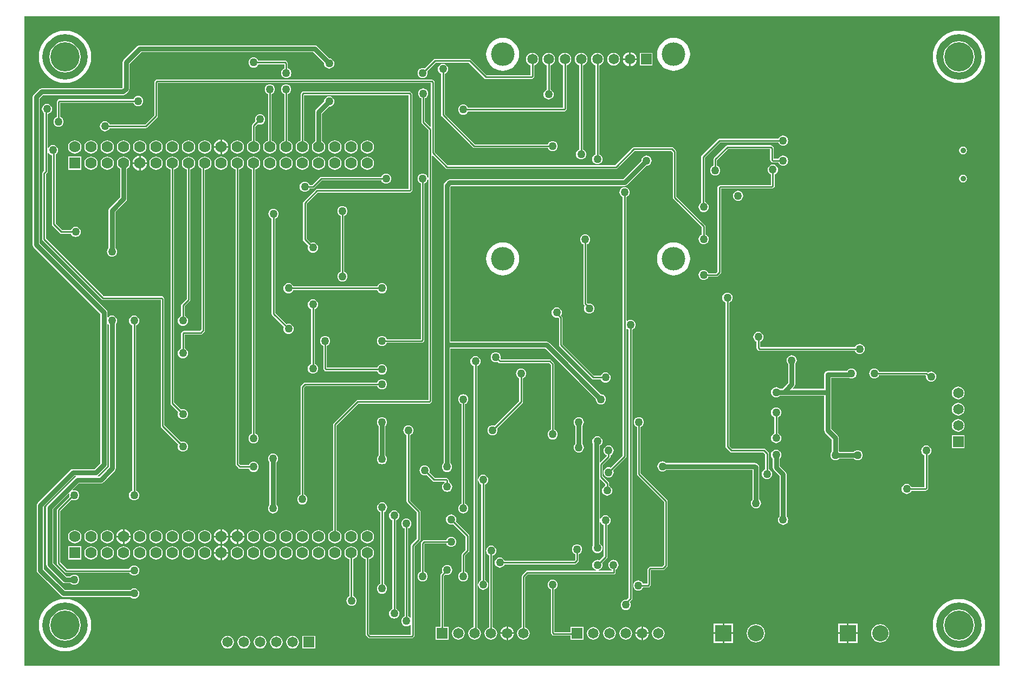
<source format=gbl>
G04*
G04 #@! TF.GenerationSoftware,Altium Limited,Altium Designer,22.1.2 (22)*
G04*
G04 Layer_Physical_Order=2*
G04 Layer_Color=16711680*
%FSLAX25Y25*%
%MOIN*%
G70*
G04*
G04 #@! TF.SameCoordinates,7B21E419-2DB3-41AA-89A7-F06F8FB5CF2D*
G04*
G04*
G04 #@! TF.FilePolarity,Positive*
G04*
G01*
G75*
%ADD13C,0.01000*%
%ADD53C,0.03000*%
%ADD54C,0.07000*%
%ADD55R,0.07000X0.07000*%
%ADD56R,0.06500X0.06500*%
%ADD57C,0.06500*%
%ADD58C,0.14500*%
%ADD59C,0.03543*%
%ADD60R,0.10000X0.10000*%
%ADD61C,0.10000*%
%ADD62R,0.06500X0.06500*%
%ADD63C,0.05000*%
%ADD64C,0.18000*%
G36*
X600000Y0D02*
X0D01*
Y400000D01*
X600000D01*
Y0D01*
D02*
G37*
%LPC*%
G36*
X373000Y377721D02*
Y374000D01*
X376721D01*
X376641Y374609D01*
X376212Y375643D01*
X375531Y376531D01*
X374643Y377212D01*
X373609Y377641D01*
X373000Y377721D01*
D02*
G37*
G36*
X372000D02*
X371391Y377641D01*
X370357Y377212D01*
X369469Y376531D01*
X368788Y375643D01*
X368359Y374609D01*
X368279Y374000D01*
X372000D01*
Y377721D01*
D02*
G37*
G36*
X386350Y377350D02*
X378650D01*
Y369650D01*
X386350D01*
Y377350D01*
D02*
G37*
G36*
X362500Y377383D02*
X361495Y377251D01*
X360558Y376863D01*
X359754Y376246D01*
X359137Y375442D01*
X358749Y374505D01*
X358617Y373500D01*
X358749Y372495D01*
X359137Y371558D01*
X359754Y370754D01*
X360558Y370137D01*
X361495Y369749D01*
X362500Y369617D01*
X363505Y369749D01*
X364442Y370137D01*
X365246Y370754D01*
X365863Y371558D01*
X366251Y372495D01*
X366383Y373500D01*
X366251Y374505D01*
X365863Y375442D01*
X365246Y376246D01*
X364442Y376863D01*
X363505Y377251D01*
X362500Y377383D01*
D02*
G37*
G36*
X376721Y373000D02*
X373000D01*
Y369279D01*
X373609Y369359D01*
X374643Y369788D01*
X375531Y370469D01*
X376212Y371357D01*
X376641Y372391D01*
X376721Y373000D01*
D02*
G37*
G36*
X372000D02*
X368279D01*
X368359Y372391D01*
X368788Y371357D01*
X369469Y370469D01*
X370357Y369788D01*
X371391Y369359D01*
X372000Y369279D01*
Y373000D01*
D02*
G37*
G36*
X178500Y382141D02*
X71000D01*
X70181Y381978D01*
X69486Y381514D01*
X60986Y373014D01*
X60522Y372319D01*
X60359Y371500D01*
Y356144D01*
X59856Y355641D01*
X10586D01*
X9766Y355478D01*
X9072Y355014D01*
X5786Y351728D01*
X5322Y351034D01*
X5159Y350214D01*
Y259300D01*
X5322Y258481D01*
X5786Y257786D01*
X46759Y216813D01*
Y124787D01*
X43113Y121141D01*
X29900D01*
X29081Y120978D01*
X28386Y120514D01*
X8186Y100314D01*
X7722Y99619D01*
X7559Y98800D01*
Y58700D01*
X7722Y57881D01*
X8186Y57186D01*
X22386Y42986D01*
X23081Y42522D01*
X23900Y42359D01*
X65236D01*
X65289Y42289D01*
X65937Y41792D01*
X66691Y41480D01*
X67500Y41373D01*
X68309Y41480D01*
X69063Y41792D01*
X69711Y42289D01*
X70208Y42937D01*
X70520Y43691D01*
X70627Y44500D01*
X70520Y45309D01*
X70208Y46063D01*
X69711Y46711D01*
X69063Y47208D01*
X68309Y47520D01*
X67500Y47627D01*
X66691Y47520D01*
X65937Y47208D01*
X65289Y46711D01*
X65236Y46641D01*
X24787D01*
X11841Y59587D01*
Y97913D01*
X30787Y116859D01*
X31513D01*
X31758Y116396D01*
X31752Y116359D01*
X31086Y115914D01*
X14086Y98914D01*
X13622Y98219D01*
X13459Y97400D01*
Y62400D01*
X13622Y61581D01*
X14086Y60886D01*
X23486Y51486D01*
X24181Y51022D01*
X25000Y50859D01*
X28436D01*
X28489Y50789D01*
X29137Y50292D01*
X29891Y49980D01*
X30700Y49873D01*
X31509Y49980D01*
X32263Y50292D01*
X32911Y50789D01*
X33408Y51437D01*
X33720Y52191D01*
X33827Y53000D01*
X33720Y53809D01*
X33408Y54563D01*
X32911Y55211D01*
X32263Y55708D01*
X31509Y56020D01*
X30700Y56127D01*
X29891Y56020D01*
X29137Y55708D01*
X28489Y55211D01*
X28436Y55141D01*
X25887D01*
X17741Y63287D01*
Y96513D01*
X27218Y105990D01*
X27513Y105875D01*
X27670Y105735D01*
X27573Y105000D01*
X27680Y104191D01*
X27704Y104133D01*
X20207Y96636D01*
X19964Y96272D01*
X19878Y95843D01*
X19879Y95843D01*
Y63100D01*
X19878Y63100D01*
X19964Y62671D01*
X20207Y62307D01*
X24907Y57607D01*
X24907Y57607D01*
X25271Y57364D01*
X25700Y57278D01*
X25700Y57278D01*
X64733D01*
X64792Y57137D01*
X65289Y56489D01*
X65937Y55992D01*
X66691Y55680D01*
X67500Y55573D01*
X68309Y55680D01*
X69063Y55992D01*
X69711Y56489D01*
X70208Y57137D01*
X70520Y57891D01*
X70627Y58700D01*
X70520Y59509D01*
X70208Y60263D01*
X69711Y60911D01*
X69063Y61408D01*
X68309Y61720D01*
X67500Y61827D01*
X66691Y61720D01*
X65937Y61408D01*
X65289Y60911D01*
X64792Y60263D01*
X64485Y59522D01*
X26165D01*
X22121Y63565D01*
Y95379D01*
X29079Y102336D01*
X29137Y102292D01*
X29891Y101980D01*
X30700Y101873D01*
X31509Y101980D01*
X32263Y102292D01*
X32911Y102789D01*
X33408Y103437D01*
X33720Y104191D01*
X33827Y105000D01*
X33720Y105809D01*
X33408Y106563D01*
X32911Y107211D01*
X32263Y107708D01*
X31509Y108020D01*
X30700Y108127D01*
X29965Y108030D01*
X29825Y108187D01*
X29710Y108482D01*
X33487Y112259D01*
X47000D01*
X47819Y112422D01*
X48514Y112886D01*
X55614Y119986D01*
X56078Y120681D01*
X56241Y121500D01*
Y210459D01*
X56608Y210937D01*
X56920Y211691D01*
X57027Y212500D01*
X56920Y213309D01*
X56608Y214063D01*
X56111Y214711D01*
X55463Y215208D01*
X54709Y215520D01*
X53900Y215627D01*
X53091Y215520D01*
X52337Y215208D01*
X51689Y214711D01*
X51541Y214518D01*
X51041Y214688D01*
Y217700D01*
X50878Y218519D01*
X50414Y219214D01*
X9441Y260187D01*
Y349327D01*
X11473Y351359D01*
X60743D01*
X61562Y351522D01*
X62257Y351986D01*
X64014Y353743D01*
X64478Y354438D01*
X64641Y355257D01*
Y370613D01*
X71887Y377859D01*
X177613D01*
X184395Y371077D01*
X184373Y370914D01*
X184480Y370105D01*
X184792Y369351D01*
X185289Y368703D01*
X185937Y368206D01*
X186691Y367894D01*
X187500Y367788D01*
X188309Y367894D01*
X189063Y368206D01*
X189711Y368703D01*
X190208Y369351D01*
X190520Y370105D01*
X190627Y370914D01*
X190520Y371724D01*
X190208Y372478D01*
X189711Y373125D01*
X189063Y373622D01*
X188309Y373934D01*
X187500Y374041D01*
X187489Y374040D01*
X180014Y381514D01*
X179319Y381978D01*
X178500Y382141D01*
D02*
G37*
G36*
X399418Y386749D02*
X397439Y386554D01*
X395535Y385977D01*
X393780Y385039D01*
X392242Y383777D01*
X390980Y382239D01*
X390042Y380484D01*
X389465Y378580D01*
X389270Y376600D01*
X389465Y374620D01*
X390042Y372716D01*
X390980Y370962D01*
X392242Y369424D01*
X393780Y368162D01*
X395535Y367224D01*
X397439Y366647D01*
X399418Y366452D01*
X401398Y366647D01*
X403302Y367224D01*
X405057Y368162D01*
X406595Y369424D01*
X407857Y370962D01*
X408795Y372716D01*
X409372Y374620D01*
X409567Y376600D01*
X409372Y378580D01*
X408795Y380484D01*
X407857Y382239D01*
X406595Y383777D01*
X405057Y385039D01*
X403302Y385977D01*
X401398Y386554D01*
X399418Y386749D01*
D02*
G37*
G36*
X294300D02*
X292320Y386554D01*
X290417Y385977D01*
X288662Y385039D01*
X287124Y383777D01*
X285862Y382239D01*
X284924Y380484D01*
X284347Y378580D01*
X284152Y376600D01*
X284347Y374620D01*
X284924Y372716D01*
X285862Y370962D01*
X287124Y369424D01*
X288662Y368162D01*
X290417Y367224D01*
X292320Y366647D01*
X294300Y366452D01*
X296280Y366647D01*
X298184Y367224D01*
X299939Y368162D01*
X301477Y369424D01*
X302739Y370962D01*
X303677Y372716D01*
X304254Y374620D01*
X304449Y376600D01*
X304254Y378580D01*
X303677Y380484D01*
X302739Y382239D01*
X301477Y383777D01*
X299939Y385039D01*
X298184Y385977D01*
X296280Y386554D01*
X294300Y386749D01*
D02*
G37*
G36*
X312500Y377383D02*
X311495Y377251D01*
X310558Y376863D01*
X309754Y376246D01*
X309137Y375442D01*
X308749Y374505D01*
X308617Y373500D01*
X308749Y372495D01*
X309137Y371558D01*
X309754Y370754D01*
X310558Y370137D01*
X311379Y369797D01*
Y363621D01*
X284362D01*
X274690Y373293D01*
X274327Y373536D01*
X273897Y373622D01*
X273897Y373622D01*
X252500D01*
X252071Y373536D01*
X251707Y373293D01*
X251707Y373293D01*
X246251Y367837D01*
X245809Y368020D01*
X245000Y368127D01*
X244191Y368020D01*
X243437Y367708D01*
X242789Y367211D01*
X242292Y366563D01*
X241980Y365809D01*
X241873Y365000D01*
X241980Y364191D01*
X242292Y363437D01*
X242789Y362789D01*
X243437Y362292D01*
X244191Y361980D01*
X245000Y361873D01*
X245809Y361980D01*
X246563Y362292D01*
X247211Y362789D01*
X247708Y363437D01*
X248020Y364191D01*
X248127Y365000D01*
X248020Y365809D01*
X247837Y366251D01*
X252965Y371378D01*
X273433D01*
X283104Y361707D01*
X283104Y361707D01*
X283468Y361464D01*
X283897Y361378D01*
X283897Y361379D01*
X311914D01*
X311914Y361378D01*
X312343Y361464D01*
X312707Y361707D01*
X313293Y362293D01*
X313293Y362293D01*
X313536Y362657D01*
X313621Y363086D01*
Y369797D01*
X314442Y370137D01*
X315246Y370754D01*
X315863Y371558D01*
X316251Y372495D01*
X316383Y373500D01*
X316251Y374505D01*
X315863Y375442D01*
X315246Y376246D01*
X314442Y376863D01*
X313505Y377251D01*
X312500Y377383D01*
D02*
G37*
G36*
X141000Y374627D02*
X140191Y374520D01*
X139437Y374208D01*
X138789Y373711D01*
X138292Y373063D01*
X137980Y372309D01*
X137873Y371500D01*
X137980Y370691D01*
X138292Y369937D01*
X138789Y369289D01*
X139437Y368792D01*
X140191Y368480D01*
X141000Y368373D01*
X141809Y368480D01*
X142563Y368792D01*
X143211Y369289D01*
X143708Y369937D01*
X143891Y370378D01*
X159878D01*
Y367836D01*
X159569Y367708D01*
X158922Y367211D01*
X158425Y366563D01*
X158113Y365809D01*
X158006Y365000D01*
X158113Y364191D01*
X158425Y363437D01*
X158922Y362789D01*
X159569Y362292D01*
X160323Y361980D01*
X161133Y361873D01*
X161942Y361980D01*
X162696Y362292D01*
X163344Y362789D01*
X163840Y363437D01*
X164153Y364191D01*
X164259Y365000D01*
X164153Y365809D01*
X163840Y366563D01*
X163344Y367211D01*
X162696Y367708D01*
X162122Y367946D01*
Y370914D01*
X162036Y371343D01*
X161793Y371707D01*
X161793Y371707D01*
X161207Y372293D01*
X160843Y372536D01*
X160414Y372622D01*
X160414Y372621D01*
X143891D01*
X143708Y373063D01*
X143211Y373711D01*
X142563Y374208D01*
X141809Y374520D01*
X141000Y374627D01*
D02*
G37*
G36*
X575000Y391150D02*
X572474Y390951D01*
X570009Y390359D01*
X567668Y389390D01*
X565507Y388066D01*
X563580Y386420D01*
X561935Y384493D01*
X560610Y382332D01*
X559641Y379991D01*
X559049Y377526D01*
X558850Y375000D01*
X559049Y372474D01*
X559641Y370009D01*
X560610Y367668D01*
X561935Y365507D01*
X563580Y363580D01*
X565507Y361934D01*
X567668Y360610D01*
X570009Y359641D01*
X572474Y359049D01*
X575000Y358850D01*
X577526Y359049D01*
X579991Y359641D01*
X582332Y360610D01*
X584493Y361934D01*
X586420Y363580D01*
X588065Y365507D01*
X589390Y367668D01*
X590359Y370009D01*
X590951Y372474D01*
X591150Y375000D01*
X590951Y377526D01*
X590359Y379991D01*
X589390Y382332D01*
X588065Y384493D01*
X586420Y386420D01*
X584493Y388066D01*
X582332Y389390D01*
X579991Y390359D01*
X577526Y390951D01*
X575000Y391150D01*
D02*
G37*
G36*
X25000D02*
X22474Y390951D01*
X20009Y390359D01*
X17668Y389390D01*
X15507Y388066D01*
X13580Y386420D01*
X11935Y384493D01*
X10610Y382332D01*
X9641Y379991D01*
X9049Y377526D01*
X8850Y375000D01*
X9049Y372474D01*
X9641Y370009D01*
X10610Y367668D01*
X11935Y365507D01*
X13580Y363580D01*
X15507Y361934D01*
X17668Y360610D01*
X20009Y359641D01*
X22474Y359049D01*
X25000Y358850D01*
X27526Y359049D01*
X29991Y359641D01*
X32332Y360610D01*
X34493Y361934D01*
X36420Y363580D01*
X38065Y365507D01*
X39390Y367668D01*
X40359Y370009D01*
X40951Y372474D01*
X41150Y375000D01*
X40951Y377526D01*
X40359Y379991D01*
X39390Y382332D01*
X38065Y384493D01*
X36420Y386420D01*
X34493Y388066D01*
X32332Y389390D01*
X29991Y390359D01*
X27526Y390951D01*
X25000Y391150D01*
D02*
G37*
G36*
X322500Y377383D02*
X321495Y377251D01*
X320558Y376863D01*
X319754Y376246D01*
X319137Y375442D01*
X318749Y374505D01*
X318617Y373500D01*
X318749Y372495D01*
X319137Y371558D01*
X319754Y370754D01*
X320558Y370137D01*
X321378Y369797D01*
Y354805D01*
X320937Y354622D01*
X320289Y354125D01*
X319792Y353478D01*
X319480Y352724D01*
X319373Y351914D01*
X319480Y351105D01*
X319792Y350351D01*
X320289Y349703D01*
X320937Y349206D01*
X321691Y348894D01*
X322500Y348787D01*
X323309Y348894D01*
X324063Y349206D01*
X324711Y349703D01*
X325208Y350351D01*
X325520Y351105D01*
X325627Y351914D01*
X325520Y352724D01*
X325208Y353478D01*
X324711Y354125D01*
X324063Y354622D01*
X323622Y354805D01*
Y369797D01*
X324442Y370137D01*
X325246Y370754D01*
X325863Y371558D01*
X326251Y372495D01*
X326383Y373500D01*
X326251Y374505D01*
X325863Y375442D01*
X325246Y376246D01*
X324442Y376863D01*
X323505Y377251D01*
X322500Y377383D01*
D02*
G37*
G36*
X70000Y350941D02*
X69191Y350834D01*
X68437Y350522D01*
X67789Y350025D01*
X67292Y349378D01*
X67109Y348936D01*
X21586D01*
X21157Y348850D01*
X20793Y348607D01*
X20793Y348607D01*
X20207Y348022D01*
X19964Y347658D01*
X19878Y347228D01*
X19879Y347228D01*
Y337891D01*
X19437Y337708D01*
X18789Y337211D01*
X18292Y336563D01*
X17980Y335809D01*
X17873Y335000D01*
X17980Y334191D01*
X18292Y333437D01*
X18789Y332789D01*
X19437Y332292D01*
X20191Y331980D01*
X21000Y331873D01*
X21809Y331980D01*
X22563Y332292D01*
X23211Y332789D01*
X23708Y333437D01*
X24020Y334191D01*
X24127Y335000D01*
X24020Y335809D01*
X23708Y336563D01*
X23211Y337211D01*
X22563Y337708D01*
X22121Y337891D01*
Y346693D01*
X67109D01*
X67292Y346251D01*
X67789Y345603D01*
X68437Y345106D01*
X69191Y344794D01*
X70000Y344688D01*
X70809Y344794D01*
X71563Y345106D01*
X72211Y345603D01*
X72708Y346251D01*
X73020Y347005D01*
X73127Y347814D01*
X73020Y348623D01*
X72708Y349378D01*
X72211Y350025D01*
X71563Y350522D01*
X70809Y350834D01*
X70000Y350941D01*
D02*
G37*
G36*
X187500Y350627D02*
X186691Y350520D01*
X185937Y350208D01*
X185289Y349711D01*
X184792Y349063D01*
X184480Y348309D01*
X184373Y347500D01*
X184385Y347413D01*
X179486Y342514D01*
X179022Y341819D01*
X178859Y341000D01*
Y323025D01*
X178076Y322424D01*
X177419Y321568D01*
X177006Y320570D01*
X176865Y319500D01*
X177006Y318430D01*
X177419Y317432D01*
X178076Y316576D01*
X178932Y315919D01*
X179930Y315506D01*
X181000Y315365D01*
X182070Y315506D01*
X183068Y315919D01*
X183924Y316576D01*
X184581Y317432D01*
X184994Y318430D01*
X185135Y319500D01*
X184994Y320570D01*
X184581Y321568D01*
X183924Y322424D01*
X183141Y323025D01*
Y340113D01*
X187413Y344385D01*
X187500Y344373D01*
X188309Y344480D01*
X189063Y344792D01*
X189711Y345289D01*
X190208Y345937D01*
X190520Y346691D01*
X190627Y347500D01*
X190520Y348309D01*
X190208Y349063D01*
X189711Y349711D01*
X189063Y350208D01*
X188309Y350520D01*
X187500Y350627D01*
D02*
G37*
G36*
X332500Y377383D02*
X331495Y377251D01*
X330558Y376863D01*
X329754Y376246D01*
X329137Y375442D01*
X328749Y374505D01*
X328617Y373500D01*
X328749Y372495D01*
X329137Y371558D01*
X329754Y370754D01*
X330558Y370137D01*
X331379Y369797D01*
Y343621D01*
X272891D01*
X272708Y344063D01*
X272211Y344711D01*
X271563Y345208D01*
X270809Y345520D01*
X270000Y345627D01*
X269191Y345520D01*
X268437Y345208D01*
X267789Y344711D01*
X267292Y344063D01*
X266980Y343309D01*
X266873Y342500D01*
X266980Y341691D01*
X267292Y340937D01*
X267789Y340289D01*
X268437Y339792D01*
X269191Y339480D01*
X270000Y339373D01*
X270809Y339480D01*
X271563Y339792D01*
X272211Y340289D01*
X272708Y340937D01*
X272891Y341378D01*
X331914D01*
X331914Y341378D01*
X332343Y341464D01*
X332707Y341707D01*
X333293Y342293D01*
X333293Y342293D01*
X333536Y342657D01*
X333622Y343086D01*
Y369797D01*
X334442Y370137D01*
X335246Y370754D01*
X335863Y371558D01*
X336251Y372495D01*
X336383Y373500D01*
X336251Y374505D01*
X335863Y375442D01*
X335246Y376246D01*
X334442Y376863D01*
X333505Y377251D01*
X332500Y377383D01*
D02*
G37*
G36*
X145000Y339627D02*
X144191Y339520D01*
X143437Y339208D01*
X142789Y338711D01*
X142292Y338063D01*
X141980Y337309D01*
X141873Y336500D01*
X141980Y335691D01*
X142163Y335249D01*
X140207Y333293D01*
X139964Y332929D01*
X139878Y332500D01*
X139878Y332500D01*
Y323473D01*
X138932Y323081D01*
X138076Y322424D01*
X137419Y321568D01*
X137005Y320570D01*
X136865Y319500D01*
X137005Y318430D01*
X137419Y317432D01*
X138076Y316576D01*
X138932Y315919D01*
X139930Y315506D01*
X141000Y315365D01*
X142070Y315506D01*
X143068Y315919D01*
X143924Y316576D01*
X144581Y317432D01*
X144994Y318430D01*
X145135Y319500D01*
X144994Y320570D01*
X144581Y321568D01*
X143924Y322424D01*
X143068Y323081D01*
X142122Y323473D01*
Y332035D01*
X143749Y333663D01*
X144191Y333480D01*
X145000Y333373D01*
X145809Y333480D01*
X146563Y333792D01*
X147211Y334289D01*
X147708Y334937D01*
X148020Y335691D01*
X148127Y336500D01*
X148020Y337309D01*
X147708Y338063D01*
X147211Y338711D01*
X146563Y339208D01*
X145809Y339520D01*
X145000Y339627D01*
D02*
G37*
G36*
X250664Y361122D02*
X250664Y361122D01*
X81586D01*
X81157Y361036D01*
X80793Y360793D01*
X80793Y360793D01*
X80207Y360207D01*
X79964Y359843D01*
X79878Y359414D01*
X79878Y359414D01*
Y338965D01*
X74305Y333391D01*
X52477D01*
X52294Y333833D01*
X51797Y334481D01*
X51150Y334977D01*
X50396Y335290D01*
X49586Y335396D01*
X48777Y335290D01*
X48023Y334977D01*
X47375Y334481D01*
X46878Y333833D01*
X46566Y333079D01*
X46460Y332270D01*
X46566Y331460D01*
X46878Y330706D01*
X47375Y330059D01*
X48023Y329562D01*
X48777Y329249D01*
X49586Y329143D01*
X50396Y329249D01*
X51150Y329562D01*
X51797Y330059D01*
X52294Y330706D01*
X52477Y331148D01*
X74770D01*
X74770Y331148D01*
X75199Y331233D01*
X75563Y331476D01*
X81793Y337707D01*
X81793Y337707D01*
X82036Y338071D01*
X82122Y338500D01*
Y358878D01*
X250129D01*
Y332111D01*
X249667Y331920D01*
X246442Y335144D01*
Y349520D01*
X246884Y349703D01*
X247531Y350200D01*
X248028Y350847D01*
X248341Y351601D01*
X248447Y352410D01*
X248341Y353220D01*
X248028Y353974D01*
X247531Y354621D01*
X246884Y355118D01*
X246129Y355431D01*
X245320Y355537D01*
X244511Y355431D01*
X243757Y355118D01*
X243109Y354621D01*
X242612Y353974D01*
X242300Y353220D01*
X242194Y352410D01*
X242300Y351601D01*
X242612Y350847D01*
X243109Y350200D01*
X243757Y349703D01*
X244199Y349520D01*
Y334680D01*
X244199Y334680D01*
X244284Y334251D01*
X244527Y333887D01*
X248529Y329885D01*
Y300779D01*
X248028Y300747D01*
X248020Y300809D01*
X247708Y301563D01*
X247211Y302211D01*
X246563Y302708D01*
X245809Y303020D01*
X245000Y303127D01*
X244191Y303020D01*
X243437Y302708D01*
X242789Y302211D01*
X242292Y301563D01*
X241980Y300809D01*
X241873Y300000D01*
X241980Y299191D01*
X242292Y298437D01*
X242789Y297789D01*
X243437Y297292D01*
X243879Y297109D01*
Y201122D01*
X222891D01*
X222708Y201563D01*
X222211Y202211D01*
X221563Y202708D01*
X220809Y203020D01*
X220000Y203127D01*
X219191Y203020D01*
X218437Y202708D01*
X217789Y202211D01*
X217292Y201563D01*
X216980Y200809D01*
X216873Y200000D01*
X216980Y199191D01*
X217292Y198437D01*
X217789Y197789D01*
X218437Y197292D01*
X219191Y196980D01*
X220000Y196873D01*
X220809Y196980D01*
X221563Y197292D01*
X222211Y197789D01*
X222708Y198437D01*
X222891Y198878D01*
X244414D01*
X244414Y198878D01*
X244843Y198964D01*
X245207Y199207D01*
X245793Y199793D01*
X245793Y199793D01*
X246036Y200157D01*
X246122Y200586D01*
Y297109D01*
X246563Y297292D01*
X247211Y297789D01*
X247708Y298437D01*
X248020Y299191D01*
X248028Y299253D01*
X248529Y299221D01*
Y163622D01*
X205000D01*
X205000Y163622D01*
X204571Y163536D01*
X204207Y163293D01*
X190207Y149293D01*
X189964Y148929D01*
X189878Y148500D01*
X189878Y148500D01*
Y83473D01*
X188932Y83081D01*
X188076Y82424D01*
X187419Y81568D01*
X187005Y80570D01*
X186865Y79500D01*
X187005Y78430D01*
X187419Y77432D01*
X188076Y76576D01*
X188932Y75919D01*
X189930Y75506D01*
X191000Y75365D01*
X192070Y75506D01*
X193068Y75919D01*
X193924Y76576D01*
X194581Y77432D01*
X194994Y78430D01*
X195135Y79500D01*
X194994Y80570D01*
X194581Y81568D01*
X193924Y82424D01*
X193068Y83081D01*
X192122Y83473D01*
Y148035D01*
X205465Y161378D01*
X249064D01*
X249064Y161378D01*
X249493Y161464D01*
X249857Y161707D01*
X250443Y162293D01*
X250443Y162293D01*
X250686Y162657D01*
X250772Y163086D01*
Y314089D01*
X251234Y314280D01*
X259207Y306307D01*
X259207Y306307D01*
X259571Y306064D01*
X260000Y305978D01*
X363871D01*
X363871Y305978D01*
X364301Y306064D01*
X364664Y306307D01*
X375465Y317107D01*
X397912D01*
X398879Y316141D01*
Y288400D01*
X398878Y288400D01*
X398964Y287971D01*
X399207Y287607D01*
X416778Y270036D01*
Y265591D01*
X416337Y265408D01*
X415689Y264911D01*
X415192Y264264D01*
X414880Y263509D01*
X414773Y262700D01*
X414880Y261891D01*
X415192Y261137D01*
X415689Y260489D01*
X416337Y259992D01*
X417091Y259680D01*
X417900Y259573D01*
X418709Y259680D01*
X419463Y259992D01*
X420111Y260489D01*
X420608Y261137D01*
X420920Y261891D01*
X421027Y262700D01*
X420920Y263509D01*
X420608Y264264D01*
X420111Y264911D01*
X419463Y265408D01*
X419022Y265591D01*
Y270500D01*
X418936Y270929D01*
X418693Y271293D01*
X418693Y271293D01*
X401122Y288865D01*
Y316605D01*
X401122Y316605D01*
X401036Y317035D01*
X400793Y317399D01*
X399170Y319022D01*
X398806Y319265D01*
X398377Y319350D01*
X398377Y319350D01*
X375000D01*
X374571Y319265D01*
X374207Y319022D01*
X374207Y319022D01*
X363407Y308222D01*
X260465D01*
X252372Y316315D01*
Y359414D01*
X252286Y359843D01*
X252043Y360207D01*
X252043Y360207D01*
X251457Y360793D01*
X251093Y361036D01*
X250664Y361122D01*
D02*
G37*
G36*
X466793Y326528D02*
X465984Y326421D01*
X465230Y326109D01*
X464582Y325612D01*
X464085Y324964D01*
X463902Y324522D01*
X427501D01*
X427501Y324522D01*
X427072Y324437D01*
X426708Y324194D01*
X426708Y324194D01*
X416707Y314193D01*
X416464Y313829D01*
X416378Y313400D01*
X416378Y313400D01*
Y285225D01*
X416337Y285208D01*
X415689Y284711D01*
X415192Y284063D01*
X414880Y283309D01*
X414773Y282500D01*
X414880Y281691D01*
X415192Y280937D01*
X415689Y280289D01*
X416337Y279792D01*
X417091Y279480D01*
X417900Y279373D01*
X418709Y279480D01*
X419463Y279792D01*
X420111Y280289D01*
X420608Y280937D01*
X420920Y281691D01*
X421027Y282500D01*
X420920Y283309D01*
X420608Y284063D01*
X420111Y284711D01*
X419463Y285208D01*
X418709Y285520D01*
X418622Y285532D01*
Y312935D01*
X427965Y322279D01*
X463902D01*
X464085Y321838D01*
X464582Y321190D01*
X465230Y320693D01*
X465984Y320381D01*
X466793Y320274D01*
X467602Y320381D01*
X468356Y320693D01*
X469004Y321190D01*
X469501Y321838D01*
X469813Y322592D01*
X469920Y323401D01*
X469813Y324210D01*
X469501Y324964D01*
X469004Y325612D01*
X468356Y326109D01*
X467602Y326421D01*
X466793Y326528D01*
D02*
G37*
G36*
X121500Y323973D02*
Y320000D01*
X125473D01*
X125384Y320675D01*
X124931Y321769D01*
X124209Y322709D01*
X123269Y323431D01*
X122175Y323884D01*
X121500Y323973D01*
D02*
G37*
G36*
X120500D02*
X119825Y323884D01*
X118731Y323431D01*
X117791Y322709D01*
X117069Y321769D01*
X116616Y320675D01*
X116527Y320000D01*
X120500D01*
Y323973D01*
D02*
G37*
G36*
X257500Y370627D02*
X256691Y370520D01*
X255937Y370208D01*
X255289Y369711D01*
X254792Y369063D01*
X254480Y368309D01*
X254373Y367500D01*
X254480Y366691D01*
X254792Y365937D01*
X255289Y365289D01*
X255937Y364792D01*
X256379Y364609D01*
Y339257D01*
X256378Y339257D01*
X256464Y338828D01*
X256707Y338464D01*
X275964Y319207D01*
X276328Y318964D01*
X276757Y318878D01*
X276757Y318879D01*
X322109D01*
X322292Y318437D01*
X322789Y317789D01*
X323437Y317292D01*
X324191Y316980D01*
X325000Y316873D01*
X325809Y316980D01*
X326563Y317292D01*
X327211Y317789D01*
X327708Y318437D01*
X328020Y319191D01*
X328127Y320000D01*
X328020Y320809D01*
X327708Y321563D01*
X327211Y322211D01*
X326563Y322708D01*
X325809Y323020D01*
X325000Y323127D01*
X324191Y323020D01*
X323437Y322708D01*
X322789Y322211D01*
X322292Y321563D01*
X322109Y321122D01*
X277222D01*
X258622Y339722D01*
Y364609D01*
X259063Y364792D01*
X259711Y365289D01*
X260208Y365937D01*
X260520Y366691D01*
X260627Y367500D01*
X260520Y368309D01*
X260208Y369063D01*
X259711Y369711D01*
X259063Y370208D01*
X258309Y370520D01*
X257500Y370627D01*
D02*
G37*
G36*
X211000Y323635D02*
X209930Y323495D01*
X208932Y323081D01*
X208076Y322424D01*
X207419Y321568D01*
X207006Y320570D01*
X206865Y319500D01*
X207006Y318430D01*
X207419Y317432D01*
X208076Y316576D01*
X208932Y315919D01*
X209930Y315506D01*
X211000Y315365D01*
X212070Y315506D01*
X213068Y315919D01*
X213924Y316576D01*
X214581Y317432D01*
X214995Y318430D01*
X215135Y319500D01*
X214995Y320570D01*
X214581Y321568D01*
X213924Y322424D01*
X213068Y323081D01*
X212070Y323495D01*
X211000Y323635D01*
D02*
G37*
G36*
X201000D02*
X199930Y323495D01*
X198932Y323081D01*
X198076Y322424D01*
X197419Y321568D01*
X197005Y320570D01*
X196865Y319500D01*
X197005Y318430D01*
X197419Y317432D01*
X198076Y316576D01*
X198932Y315919D01*
X199930Y315506D01*
X201000Y315365D01*
X202070Y315506D01*
X203068Y315919D01*
X203924Y316576D01*
X204581Y317432D01*
X204995Y318430D01*
X205135Y319500D01*
X204995Y320570D01*
X204581Y321568D01*
X203924Y322424D01*
X203068Y323081D01*
X202070Y323495D01*
X201000Y323635D01*
D02*
G37*
G36*
X191000D02*
X189930Y323495D01*
X188932Y323081D01*
X188076Y322424D01*
X187419Y321568D01*
X187005Y320570D01*
X186865Y319500D01*
X187005Y318430D01*
X187419Y317432D01*
X188076Y316576D01*
X188932Y315919D01*
X189930Y315506D01*
X191000Y315365D01*
X192070Y315506D01*
X193068Y315919D01*
X193924Y316576D01*
X194581Y317432D01*
X194994Y318430D01*
X195135Y319500D01*
X194994Y320570D01*
X194581Y321568D01*
X193924Y322424D01*
X193068Y323081D01*
X192070Y323495D01*
X191000Y323635D01*
D02*
G37*
G36*
X161000Y358127D02*
X160191Y358020D01*
X159437Y357708D01*
X158789Y357211D01*
X158292Y356563D01*
X157980Y355809D01*
X157873Y355000D01*
X157980Y354191D01*
X158292Y353437D01*
X158789Y352789D01*
X159437Y352292D01*
X159878Y352109D01*
Y323473D01*
X158932Y323081D01*
X158076Y322424D01*
X157419Y321568D01*
X157006Y320570D01*
X156865Y319500D01*
X157006Y318430D01*
X157419Y317432D01*
X158076Y316576D01*
X158932Y315919D01*
X159930Y315506D01*
X161000Y315365D01*
X162070Y315506D01*
X163068Y315919D01*
X163924Y316576D01*
X164581Y317432D01*
X164995Y318430D01*
X165135Y319500D01*
X164995Y320570D01*
X164581Y321568D01*
X163924Y322424D01*
X163068Y323081D01*
X162122Y323473D01*
Y352109D01*
X162563Y352292D01*
X163211Y352789D01*
X163708Y353437D01*
X164020Y354191D01*
X164127Y355000D01*
X164020Y355809D01*
X163708Y356563D01*
X163211Y357211D01*
X162563Y357708D01*
X161809Y358020D01*
X161000Y358127D01*
D02*
G37*
G36*
X151000D02*
X150191Y358020D01*
X149437Y357708D01*
X148789Y357211D01*
X148292Y356563D01*
X147980Y355809D01*
X147873Y355000D01*
X147980Y354191D01*
X148292Y353437D01*
X148789Y352789D01*
X149437Y352292D01*
X149878Y352109D01*
Y323473D01*
X148932Y323081D01*
X148076Y322424D01*
X147419Y321568D01*
X147005Y320570D01*
X146865Y319500D01*
X147005Y318430D01*
X147419Y317432D01*
X148076Y316576D01*
X148932Y315919D01*
X149930Y315506D01*
X151000Y315365D01*
X152070Y315506D01*
X153068Y315919D01*
X153924Y316576D01*
X154581Y317432D01*
X154994Y318430D01*
X155135Y319500D01*
X154994Y320570D01*
X154581Y321568D01*
X153924Y322424D01*
X153068Y323081D01*
X152122Y323473D01*
Y352109D01*
X152563Y352292D01*
X153211Y352789D01*
X153708Y353437D01*
X154020Y354191D01*
X154127Y355000D01*
X154020Y355809D01*
X153708Y356563D01*
X153211Y357211D01*
X152563Y357708D01*
X151809Y358020D01*
X151000Y358127D01*
D02*
G37*
G36*
X131000Y323635D02*
X129930Y323495D01*
X128932Y323081D01*
X128076Y322424D01*
X127419Y321568D01*
X127006Y320570D01*
X126865Y319500D01*
X127006Y318430D01*
X127419Y317432D01*
X128076Y316576D01*
X128932Y315919D01*
X129930Y315506D01*
X131000Y315365D01*
X132070Y315506D01*
X133068Y315919D01*
X133924Y316576D01*
X134581Y317432D01*
X134994Y318430D01*
X135135Y319500D01*
X134994Y320570D01*
X134581Y321568D01*
X133924Y322424D01*
X133068Y323081D01*
X132070Y323495D01*
X131000Y323635D01*
D02*
G37*
G36*
X111000D02*
X109930Y323495D01*
X108932Y323081D01*
X108076Y322424D01*
X107419Y321568D01*
X107006Y320570D01*
X106865Y319500D01*
X107006Y318430D01*
X107419Y317432D01*
X108076Y316576D01*
X108932Y315919D01*
X109930Y315506D01*
X111000Y315365D01*
X112070Y315506D01*
X113068Y315919D01*
X113924Y316576D01*
X114581Y317432D01*
X114995Y318430D01*
X115135Y319500D01*
X114995Y320570D01*
X114581Y321568D01*
X113924Y322424D01*
X113068Y323081D01*
X112070Y323495D01*
X111000Y323635D01*
D02*
G37*
G36*
X101000D02*
X99930Y323495D01*
X98932Y323081D01*
X98076Y322424D01*
X97419Y321568D01*
X97005Y320570D01*
X96865Y319500D01*
X97005Y318430D01*
X97419Y317432D01*
X98076Y316576D01*
X98932Y315919D01*
X99930Y315506D01*
X101000Y315365D01*
X102070Y315506D01*
X103068Y315919D01*
X103924Y316576D01*
X104581Y317432D01*
X104994Y318430D01*
X105135Y319500D01*
X104994Y320570D01*
X104581Y321568D01*
X103924Y322424D01*
X103068Y323081D01*
X102070Y323495D01*
X101000Y323635D01*
D02*
G37*
G36*
X91000D02*
X89930Y323495D01*
X88932Y323081D01*
X88076Y322424D01*
X87419Y321568D01*
X87006Y320570D01*
X86865Y319500D01*
X87006Y318430D01*
X87419Y317432D01*
X88076Y316576D01*
X88932Y315919D01*
X89930Y315506D01*
X91000Y315365D01*
X92070Y315506D01*
X93068Y315919D01*
X93924Y316576D01*
X94581Y317432D01*
X94994Y318430D01*
X95135Y319500D01*
X94994Y320570D01*
X94581Y321568D01*
X93924Y322424D01*
X93068Y323081D01*
X92070Y323495D01*
X91000Y323635D01*
D02*
G37*
G36*
X81000D02*
X79930Y323495D01*
X78932Y323081D01*
X78076Y322424D01*
X77419Y321568D01*
X77005Y320570D01*
X76865Y319500D01*
X77005Y318430D01*
X77419Y317432D01*
X78076Y316576D01*
X78932Y315919D01*
X79930Y315506D01*
X81000Y315365D01*
X82070Y315506D01*
X83068Y315919D01*
X83924Y316576D01*
X84581Y317432D01*
X84995Y318430D01*
X85135Y319500D01*
X84995Y320570D01*
X84581Y321568D01*
X83924Y322424D01*
X83068Y323081D01*
X82070Y323495D01*
X81000Y323635D01*
D02*
G37*
G36*
X71000D02*
X69930Y323495D01*
X68932Y323081D01*
X68076Y322424D01*
X67419Y321568D01*
X67005Y320570D01*
X66865Y319500D01*
X67005Y318430D01*
X67419Y317432D01*
X68076Y316576D01*
X68932Y315919D01*
X69930Y315506D01*
X71000Y315365D01*
X72070Y315506D01*
X73068Y315919D01*
X73924Y316576D01*
X74581Y317432D01*
X74994Y318430D01*
X75135Y319500D01*
X74994Y320570D01*
X74581Y321568D01*
X73924Y322424D01*
X73068Y323081D01*
X72070Y323495D01*
X71000Y323635D01*
D02*
G37*
G36*
X61000D02*
X59930Y323495D01*
X58932Y323081D01*
X58076Y322424D01*
X57419Y321568D01*
X57006Y320570D01*
X56865Y319500D01*
X57006Y318430D01*
X57419Y317432D01*
X58076Y316576D01*
X58932Y315919D01*
X59930Y315506D01*
X61000Y315365D01*
X62070Y315506D01*
X63068Y315919D01*
X63924Y316576D01*
X64581Y317432D01*
X64995Y318430D01*
X65135Y319500D01*
X64995Y320570D01*
X64581Y321568D01*
X63924Y322424D01*
X63068Y323081D01*
X62070Y323495D01*
X61000Y323635D01*
D02*
G37*
G36*
X51000D02*
X49930Y323495D01*
X48932Y323081D01*
X48076Y322424D01*
X47419Y321568D01*
X47006Y320570D01*
X46865Y319500D01*
X47006Y318430D01*
X47419Y317432D01*
X48076Y316576D01*
X48932Y315919D01*
X49930Y315506D01*
X51000Y315365D01*
X52070Y315506D01*
X53068Y315919D01*
X53924Y316576D01*
X54581Y317432D01*
X54994Y318430D01*
X55135Y319500D01*
X54994Y320570D01*
X54581Y321568D01*
X53924Y322424D01*
X53068Y323081D01*
X52070Y323495D01*
X51000Y323635D01*
D02*
G37*
G36*
X41000D02*
X39930Y323495D01*
X38932Y323081D01*
X38076Y322424D01*
X37419Y321568D01*
X37005Y320570D01*
X36865Y319500D01*
X37005Y318430D01*
X37419Y317432D01*
X38076Y316576D01*
X38932Y315919D01*
X39930Y315506D01*
X41000Y315365D01*
X42070Y315506D01*
X43068Y315919D01*
X43924Y316576D01*
X44581Y317432D01*
X44995Y318430D01*
X45135Y319500D01*
X44995Y320570D01*
X44581Y321568D01*
X43924Y322424D01*
X43068Y323081D01*
X42070Y323495D01*
X41000Y323635D01*
D02*
G37*
G36*
X31000D02*
X29930Y323495D01*
X28932Y323081D01*
X28076Y322424D01*
X27419Y321568D01*
X27005Y320570D01*
X26865Y319500D01*
X27005Y318430D01*
X27419Y317432D01*
X28076Y316576D01*
X28932Y315919D01*
X29930Y315506D01*
X31000Y315365D01*
X32070Y315506D01*
X33068Y315919D01*
X33924Y316576D01*
X34581Y317432D01*
X34995Y318430D01*
X35135Y319500D01*
X34995Y320570D01*
X34581Y321568D01*
X33924Y322424D01*
X33068Y323081D01*
X32070Y323495D01*
X31000Y323635D01*
D02*
G37*
G36*
X125473Y319000D02*
X121500D01*
Y315027D01*
X122175Y315116D01*
X123269Y315569D01*
X124209Y316291D01*
X124931Y317231D01*
X125384Y318325D01*
X125473Y319000D01*
D02*
G37*
G36*
X120500D02*
X116527D01*
X116616Y318325D01*
X117069Y317231D01*
X117791Y316291D01*
X118731Y315569D01*
X119825Y315116D01*
X120500Y315027D01*
Y319000D01*
D02*
G37*
G36*
X577500Y319741D02*
X576575Y319557D01*
X575790Y319033D01*
X575266Y318248D01*
X575082Y317323D01*
X575266Y316397D01*
X575790Y315613D01*
X576575Y315089D01*
X577500Y314905D01*
X578425Y315089D01*
X579210Y315613D01*
X579734Y316397D01*
X579918Y317323D01*
X579734Y318248D01*
X579210Y319033D01*
X578425Y319557D01*
X577500Y319741D01*
D02*
G37*
G36*
X342500Y377383D02*
X341495Y377251D01*
X340558Y376863D01*
X339754Y376246D01*
X339137Y375442D01*
X338749Y374505D01*
X338617Y373500D01*
X338749Y372495D01*
X339137Y371558D01*
X339754Y370754D01*
X340558Y370137D01*
X341378Y369797D01*
Y317891D01*
X340937Y317708D01*
X340289Y317211D01*
X339792Y316563D01*
X339480Y315809D01*
X339373Y315000D01*
X339480Y314191D01*
X339792Y313437D01*
X340289Y312789D01*
X340937Y312292D01*
X341691Y311980D01*
X342500Y311873D01*
X343309Y311980D01*
X344063Y312292D01*
X344711Y312789D01*
X345208Y313437D01*
X345520Y314191D01*
X345627Y315000D01*
X345520Y315809D01*
X345208Y316563D01*
X344711Y317211D01*
X344063Y317708D01*
X343621Y317891D01*
Y369797D01*
X344442Y370137D01*
X345246Y370754D01*
X345863Y371558D01*
X346251Y372495D01*
X346383Y373500D01*
X346251Y374505D01*
X345863Y375442D01*
X345246Y376246D01*
X344442Y376863D01*
X343505Y377251D01*
X342500Y377383D01*
D02*
G37*
G36*
X71500Y313973D02*
Y310000D01*
X75473D01*
X75384Y310675D01*
X74931Y311769D01*
X74209Y312709D01*
X73269Y313431D01*
X72175Y313884D01*
X71500Y313973D01*
D02*
G37*
G36*
X70500D02*
X69825Y313884D01*
X68731Y313431D01*
X67791Y312709D01*
X67069Y311769D01*
X66616Y310675D01*
X66527Y310000D01*
X70500D01*
Y313973D01*
D02*
G37*
G36*
X352500Y377383D02*
X351495Y377251D01*
X350558Y376863D01*
X349754Y376246D01*
X349137Y375442D01*
X348749Y374505D01*
X348617Y373500D01*
X348749Y372495D01*
X349137Y371558D01*
X349754Y370754D01*
X350558Y370137D01*
X351378Y369797D01*
Y314859D01*
X350937Y314676D01*
X350289Y314179D01*
X349792Y313532D01*
X349480Y312778D01*
X349373Y311968D01*
X349480Y311159D01*
X349792Y310405D01*
X350289Y309758D01*
X350937Y309261D01*
X351691Y308948D01*
X352500Y308842D01*
X353309Y308948D01*
X354063Y309261D01*
X354711Y309758D01*
X355208Y310405D01*
X355520Y311159D01*
X355627Y311968D01*
X355520Y312778D01*
X355208Y313532D01*
X354711Y314179D01*
X354063Y314676D01*
X353622Y314859D01*
Y369797D01*
X354442Y370137D01*
X355246Y370754D01*
X355863Y371558D01*
X356251Y372495D01*
X356383Y373500D01*
X356251Y374505D01*
X355863Y375442D01*
X355246Y376246D01*
X354442Y376863D01*
X353505Y377251D01*
X352500Y377383D01*
D02*
G37*
G36*
X459322Y320511D02*
X459322Y320511D01*
X432500D01*
X432071Y320426D01*
X431707Y320183D01*
X431707Y320183D01*
X424207Y312683D01*
X423964Y312319D01*
X423878Y311890D01*
X423878Y311890D01*
Y307891D01*
X423437Y307708D01*
X422789Y307211D01*
X422292Y306563D01*
X421980Y305809D01*
X421873Y305000D01*
X421980Y304191D01*
X422292Y303437D01*
X422789Y302789D01*
X423437Y302292D01*
X424191Y301980D01*
X425000Y301873D01*
X425809Y301980D01*
X426563Y302292D01*
X427211Y302789D01*
X427708Y303437D01*
X428020Y304191D01*
X428127Y305000D01*
X428020Y305809D01*
X427708Y306563D01*
X427211Y307211D01*
X426563Y307708D01*
X426122Y307891D01*
Y311425D01*
X432965Y318268D01*
X458786D01*
Y311629D01*
X458786Y311629D01*
X458872Y311200D01*
X459115Y310836D01*
X459701Y310250D01*
X459701Y310250D01*
X460065Y310007D01*
X460494Y309922D01*
X463902D01*
X464085Y309480D01*
X464582Y308832D01*
X465230Y308335D01*
X465984Y308023D01*
X466793Y307916D01*
X467602Y308023D01*
X468357Y308335D01*
X469004Y308832D01*
X469501Y309480D01*
X469813Y310234D01*
X469920Y311043D01*
X469813Y311853D01*
X469501Y312607D01*
X469004Y313254D01*
X468357Y313751D01*
X467602Y314063D01*
X466793Y314170D01*
X465984Y314063D01*
X465230Y313751D01*
X464582Y313254D01*
X464085Y312607D01*
X463902Y312165D01*
X461030D01*
Y318804D01*
X460944Y319233D01*
X460701Y319597D01*
X460701Y319597D01*
X460115Y320183D01*
X459752Y320426D01*
X459322Y320511D01*
D02*
G37*
G36*
X382784Y314170D02*
X381975Y314063D01*
X381221Y313751D01*
X380573Y313254D01*
X380076Y312607D01*
X379764Y311853D01*
X379657Y311043D01*
X379669Y310956D01*
X368354Y299641D01*
X261757D01*
X260938Y299478D01*
X260243Y299014D01*
X258486Y297257D01*
X258022Y296562D01*
X257859Y295743D01*
Y197500D01*
Y124765D01*
X257789Y124711D01*
X257292Y124063D01*
X256980Y123309D01*
X256873Y122500D01*
X256980Y121691D01*
X257292Y120937D01*
X257789Y120289D01*
X258437Y119792D01*
X259191Y119480D01*
X260000Y119373D01*
X260809Y119480D01*
X261563Y119792D01*
X262211Y120289D01*
X262708Y120937D01*
X263020Y121691D01*
X263127Y122500D01*
X263020Y123309D01*
X262708Y124063D01*
X262211Y124711D01*
X262141Y124765D01*
Y195359D01*
X320380D01*
X351508Y164231D01*
X351497Y164144D01*
X351603Y163334D01*
X351915Y162580D01*
X352412Y161933D01*
X353060Y161436D01*
X353814Y161123D01*
X354623Y161017D01*
X355433Y161123D01*
X356187Y161436D01*
X356834Y161933D01*
X357331Y162580D01*
X357644Y163334D01*
X357750Y164144D01*
X357644Y164953D01*
X357331Y165707D01*
X356834Y166355D01*
X356187Y166851D01*
X355433Y167164D01*
X354623Y167270D01*
X354536Y167259D01*
X322781Y199014D01*
X322086Y199478D01*
X321267Y199641D01*
X262141D01*
Y294856D01*
X262644Y295359D01*
X369241D01*
X370060Y295522D01*
X370755Y295986D01*
X382697Y307928D01*
X382784Y307916D01*
X383593Y308023D01*
X384348Y308335D01*
X384995Y308832D01*
X385492Y309480D01*
X385804Y310234D01*
X385911Y311043D01*
X385804Y311853D01*
X385492Y312607D01*
X384995Y313254D01*
X384348Y313751D01*
X383593Y314063D01*
X382784Y314170D01*
D02*
G37*
G36*
X35100Y313600D02*
X26900D01*
Y305400D01*
X35100D01*
Y313600D01*
D02*
G37*
G36*
X211000Y313635D02*
X209930Y313494D01*
X208932Y313081D01*
X208076Y312424D01*
X207419Y311568D01*
X207006Y310570D01*
X206865Y309500D01*
X207006Y308430D01*
X207419Y307432D01*
X208076Y306576D01*
X208932Y305919D01*
X209930Y305505D01*
X211000Y305365D01*
X212070Y305505D01*
X213068Y305919D01*
X213924Y306576D01*
X214581Y307432D01*
X214995Y308430D01*
X215135Y309500D01*
X214995Y310570D01*
X214581Y311568D01*
X213924Y312424D01*
X213068Y313081D01*
X212070Y313494D01*
X211000Y313635D01*
D02*
G37*
G36*
X201000D02*
X199930Y313494D01*
X198932Y313081D01*
X198076Y312424D01*
X197419Y311568D01*
X197005Y310570D01*
X196865Y309500D01*
X197005Y308430D01*
X197419Y307432D01*
X198076Y306576D01*
X198932Y305919D01*
X199930Y305505D01*
X201000Y305365D01*
X202070Y305505D01*
X203068Y305919D01*
X203924Y306576D01*
X204581Y307432D01*
X204995Y308430D01*
X205135Y309500D01*
X204995Y310570D01*
X204581Y311568D01*
X203924Y312424D01*
X203068Y313081D01*
X202070Y313494D01*
X201000Y313635D01*
D02*
G37*
G36*
X191000D02*
X189930Y313494D01*
X188932Y313081D01*
X188076Y312424D01*
X187419Y311568D01*
X187005Y310570D01*
X186865Y309500D01*
X187005Y308430D01*
X187419Y307432D01*
X188076Y306576D01*
X188932Y305919D01*
X189930Y305505D01*
X191000Y305365D01*
X192070Y305505D01*
X193068Y305919D01*
X193924Y306576D01*
X194581Y307432D01*
X194994Y308430D01*
X195135Y309500D01*
X194994Y310570D01*
X194581Y311568D01*
X193924Y312424D01*
X193068Y313081D01*
X192070Y313494D01*
X191000Y313635D01*
D02*
G37*
G36*
X181000D02*
X179930Y313494D01*
X178932Y313081D01*
X178076Y312424D01*
X177419Y311568D01*
X177006Y310570D01*
X176865Y309500D01*
X177006Y308430D01*
X177419Y307432D01*
X178076Y306576D01*
X178932Y305919D01*
X179930Y305505D01*
X181000Y305365D01*
X182070Y305505D01*
X183068Y305919D01*
X183924Y306576D01*
X184581Y307432D01*
X184994Y308430D01*
X185135Y309500D01*
X184994Y310570D01*
X184581Y311568D01*
X183924Y312424D01*
X183068Y313081D01*
X182070Y313494D01*
X181000Y313635D01*
D02*
G37*
G36*
X171000D02*
X169930Y313494D01*
X168932Y313081D01*
X168076Y312424D01*
X167419Y311568D01*
X167006Y310570D01*
X166865Y309500D01*
X167006Y308430D01*
X167419Y307432D01*
X168076Y306576D01*
X168932Y305919D01*
X169930Y305505D01*
X171000Y305365D01*
X172070Y305505D01*
X173068Y305919D01*
X173924Y306576D01*
X174581Y307432D01*
X174995Y308430D01*
X175135Y309500D01*
X174995Y310570D01*
X174581Y311568D01*
X173924Y312424D01*
X173068Y313081D01*
X172070Y313494D01*
X171000Y313635D01*
D02*
G37*
G36*
X161000D02*
X159930Y313494D01*
X158932Y313081D01*
X158076Y312424D01*
X157419Y311568D01*
X157006Y310570D01*
X156865Y309500D01*
X157006Y308430D01*
X157419Y307432D01*
X158076Y306576D01*
X158932Y305919D01*
X159930Y305505D01*
X161000Y305365D01*
X162070Y305505D01*
X163068Y305919D01*
X163924Y306576D01*
X164581Y307432D01*
X164995Y308430D01*
X165135Y309500D01*
X164995Y310570D01*
X164581Y311568D01*
X163924Y312424D01*
X163068Y313081D01*
X162070Y313494D01*
X161000Y313635D01*
D02*
G37*
G36*
X151000D02*
X149930Y313494D01*
X148932Y313081D01*
X148076Y312424D01*
X147419Y311568D01*
X147005Y310570D01*
X146865Y309500D01*
X147005Y308430D01*
X147419Y307432D01*
X148076Y306576D01*
X148932Y305919D01*
X149930Y305505D01*
X151000Y305365D01*
X152070Y305505D01*
X153068Y305919D01*
X153924Y306576D01*
X154581Y307432D01*
X154994Y308430D01*
X155135Y309500D01*
X154994Y310570D01*
X154581Y311568D01*
X153924Y312424D01*
X153068Y313081D01*
X152070Y313494D01*
X151000Y313635D01*
D02*
G37*
G36*
X121000D02*
X119930Y313494D01*
X118932Y313081D01*
X118076Y312424D01*
X117419Y311568D01*
X117006Y310570D01*
X116865Y309500D01*
X117006Y308430D01*
X117419Y307432D01*
X118076Y306576D01*
X118932Y305919D01*
X119930Y305505D01*
X121000Y305365D01*
X122070Y305505D01*
X123068Y305919D01*
X123924Y306576D01*
X124581Y307432D01*
X124995Y308430D01*
X125135Y309500D01*
X124995Y310570D01*
X124581Y311568D01*
X123924Y312424D01*
X123068Y313081D01*
X122070Y313494D01*
X121000Y313635D01*
D02*
G37*
G36*
X81000D02*
X79930Y313494D01*
X78932Y313081D01*
X78076Y312424D01*
X77419Y311568D01*
X77005Y310570D01*
X76865Y309500D01*
X77005Y308430D01*
X77419Y307432D01*
X78076Y306576D01*
X78932Y305919D01*
X79930Y305505D01*
X81000Y305365D01*
X82070Y305505D01*
X83068Y305919D01*
X83924Y306576D01*
X84581Y307432D01*
X84995Y308430D01*
X85135Y309500D01*
X84995Y310570D01*
X84581Y311568D01*
X83924Y312424D01*
X83068Y313081D01*
X82070Y313494D01*
X81000Y313635D01*
D02*
G37*
G36*
X51000D02*
X49930Y313494D01*
X48932Y313081D01*
X48076Y312424D01*
X47419Y311568D01*
X47006Y310570D01*
X46865Y309500D01*
X47006Y308430D01*
X47419Y307432D01*
X48076Y306576D01*
X48932Y305919D01*
X49930Y305505D01*
X51000Y305365D01*
X52070Y305505D01*
X53068Y305919D01*
X53924Y306576D01*
X54581Y307432D01*
X54994Y308430D01*
X55135Y309500D01*
X54994Y310570D01*
X54581Y311568D01*
X53924Y312424D01*
X53068Y313081D01*
X52070Y313494D01*
X51000Y313635D01*
D02*
G37*
G36*
X41000D02*
X39930Y313494D01*
X38932Y313081D01*
X38076Y312424D01*
X37419Y311568D01*
X37005Y310570D01*
X36865Y309500D01*
X37005Y308430D01*
X37419Y307432D01*
X38076Y306576D01*
X38932Y305919D01*
X39930Y305505D01*
X41000Y305365D01*
X42070Y305505D01*
X43068Y305919D01*
X43924Y306576D01*
X44581Y307432D01*
X44995Y308430D01*
X45135Y309500D01*
X44995Y310570D01*
X44581Y311568D01*
X43924Y312424D01*
X43068Y313081D01*
X42070Y313494D01*
X41000Y313635D01*
D02*
G37*
G36*
X75473Y309000D02*
X71500D01*
Y305027D01*
X72175Y305116D01*
X73269Y305569D01*
X74209Y306291D01*
X74931Y307231D01*
X75384Y308325D01*
X75473Y309000D01*
D02*
G37*
G36*
X70500D02*
X66527D01*
X66616Y308325D01*
X67069Y307231D01*
X67791Y306291D01*
X68731Y305569D01*
X69825Y305116D01*
X70500Y305027D01*
Y309000D01*
D02*
G37*
G36*
X222500Y303127D02*
X221691Y303020D01*
X220937Y302708D01*
X220289Y302211D01*
X219792Y301563D01*
X219609Y301121D01*
X182500D01*
X182500Y301122D01*
X182071Y301036D01*
X181707Y300793D01*
X181707Y300793D01*
X177035Y296122D01*
X175391D01*
X175208Y296563D01*
X174711Y297211D01*
X174063Y297708D01*
X173309Y298020D01*
X172500Y298127D01*
X171691Y298020D01*
X170937Y297708D01*
X170289Y297211D01*
X169792Y296563D01*
X169480Y295809D01*
X169373Y295000D01*
X169480Y294191D01*
X169792Y293437D01*
X170289Y292789D01*
X170937Y292292D01*
X171691Y291980D01*
X172500Y291873D01*
X173309Y291980D01*
X174063Y292292D01*
X174711Y292789D01*
X175208Y293437D01*
X175391Y293879D01*
X177500D01*
X177500Y293878D01*
X177929Y293964D01*
X178293Y294207D01*
X182965Y298879D01*
X219609D01*
X219792Y298437D01*
X220289Y297789D01*
X220937Y297292D01*
X221691Y296980D01*
X222500Y296873D01*
X223309Y296980D01*
X224063Y297292D01*
X224711Y297789D01*
X225208Y298437D01*
X225520Y299191D01*
X225627Y300000D01*
X225520Y300809D01*
X225208Y301563D01*
X224711Y302211D01*
X224063Y302708D01*
X223309Y303020D01*
X222500Y303127D01*
D02*
G37*
G36*
X577500Y302418D02*
X576575Y302234D01*
X575790Y301710D01*
X575266Y300925D01*
X575082Y300000D01*
X575266Y299075D01*
X575790Y298290D01*
X576575Y297766D01*
X577500Y297582D01*
X578425Y297766D01*
X579210Y298290D01*
X579734Y299075D01*
X579918Y300000D01*
X579734Y300925D01*
X579210Y301710D01*
X578425Y302234D01*
X577500Y302418D01*
D02*
G37*
G36*
X460494Y308639D02*
X459685Y308532D01*
X458930Y308220D01*
X458283Y307723D01*
X457786Y307075D01*
X457474Y306321D01*
X457367Y305512D01*
X457474Y304702D01*
X457786Y303948D01*
X458283Y303301D01*
X458930Y302804D01*
X459372Y302621D01*
Y296122D01*
X428086D01*
X427657Y296036D01*
X427293Y295793D01*
X427293Y295793D01*
X426707Y295207D01*
X426464Y294843D01*
X426378Y294414D01*
X426378Y294414D01*
Y242765D01*
X425434Y241821D01*
X420791D01*
X420608Y242262D01*
X420111Y242910D01*
X419463Y243407D01*
X418709Y243719D01*
X417900Y243826D01*
X417091Y243719D01*
X416337Y243407D01*
X415689Y242910D01*
X415192Y242262D01*
X414880Y241508D01*
X414773Y240699D01*
X414880Y239890D01*
X415192Y239136D01*
X415689Y238488D01*
X416337Y237991D01*
X417091Y237679D01*
X417900Y237572D01*
X418709Y237679D01*
X419463Y237991D01*
X420111Y238488D01*
X420608Y239136D01*
X420791Y239578D01*
X425899D01*
X425899Y239578D01*
X426328Y239663D01*
X426692Y239906D01*
X428293Y241507D01*
X428293Y241507D01*
X428536Y241871D01*
X428622Y242300D01*
X428622Y242300D01*
Y293879D01*
X459908D01*
X459908Y293878D01*
X460337Y293964D01*
X460701Y294207D01*
X461287Y294793D01*
X461287Y294793D01*
X461530Y295157D01*
X461615Y295586D01*
Y302621D01*
X462057Y302804D01*
X462705Y303301D01*
X463202Y303948D01*
X463514Y304702D01*
X463621Y305512D01*
X463514Y306321D01*
X463202Y307075D01*
X462705Y307723D01*
X462057Y308220D01*
X461303Y308532D01*
X460494Y308639D01*
D02*
G37*
G36*
X236914Y353622D02*
X236914Y353622D01*
X171586D01*
X171157Y353536D01*
X170793Y353293D01*
X170793Y353293D01*
X170207Y352707D01*
X169964Y352343D01*
X169878Y351914D01*
X169878Y351914D01*
Y323473D01*
X168932Y323081D01*
X168076Y322424D01*
X167419Y321568D01*
X167006Y320570D01*
X166865Y319500D01*
X167006Y318430D01*
X167419Y317432D01*
X168076Y316576D01*
X168932Y315919D01*
X169930Y315506D01*
X171000Y315365D01*
X172070Y315506D01*
X173068Y315919D01*
X173924Y316576D01*
X174581Y317432D01*
X174995Y318430D01*
X175135Y319500D01*
X174995Y320570D01*
X174581Y321568D01*
X173924Y322424D01*
X173068Y323081D01*
X172122Y323473D01*
Y351378D01*
X236379D01*
Y293621D01*
X180000D01*
X179571Y293536D01*
X179207Y293293D01*
X179207Y293293D01*
X171707Y285793D01*
X171464Y285429D01*
X171378Y285000D01*
X171378Y285000D01*
Y262500D01*
X171378Y262500D01*
X171464Y262071D01*
X171707Y261707D01*
X174663Y258751D01*
X174480Y258309D01*
X174373Y257500D01*
X174480Y256691D01*
X174792Y255937D01*
X175289Y255289D01*
X175937Y254792D01*
X176691Y254480D01*
X177500Y254373D01*
X178309Y254480D01*
X179063Y254792D01*
X179711Y255289D01*
X180208Y255937D01*
X180520Y256691D01*
X180627Y257500D01*
X180520Y258309D01*
X180208Y259063D01*
X179711Y259711D01*
X179063Y260208D01*
X178309Y260520D01*
X177500Y260627D01*
X176691Y260520D01*
X176249Y260337D01*
X173622Y262965D01*
Y284535D01*
X180465Y291378D01*
X236914D01*
X236914Y291378D01*
X237343Y291464D01*
X237707Y291707D01*
X238293Y292293D01*
X238293Y292293D01*
X238536Y292657D01*
X238621Y293086D01*
Y351914D01*
X238536Y352343D01*
X238293Y352707D01*
X238293Y352707D01*
X237707Y353293D01*
X237343Y353536D01*
X236914Y353622D01*
D02*
G37*
G36*
X439100Y292527D02*
X438291Y292420D01*
X437537Y292108D01*
X436889Y291611D01*
X436392Y290963D01*
X436080Y290209D01*
X435973Y289400D01*
X436080Y288591D01*
X436392Y287837D01*
X436889Y287189D01*
X437537Y286692D01*
X438291Y286380D01*
X439100Y286273D01*
X439909Y286380D01*
X440663Y286692D01*
X441311Y287189D01*
X441808Y287837D01*
X442120Y288591D01*
X442227Y289400D01*
X442120Y290209D01*
X441808Y290963D01*
X441311Y291611D01*
X440663Y292108D01*
X439909Y292420D01*
X439100Y292527D01*
D02*
G37*
G36*
X13900Y346027D02*
X13091Y345920D01*
X12337Y345608D01*
X11689Y345111D01*
X11192Y344463D01*
X10880Y343709D01*
X10773Y342900D01*
X10880Y342091D01*
X11192Y341337D01*
X11689Y340689D01*
X12078Y340390D01*
Y304865D01*
X11307Y304093D01*
X11064Y303729D01*
X10978Y303300D01*
X10978Y303300D01*
Y262700D01*
X10978Y262700D01*
X11064Y262271D01*
X11307Y261907D01*
X47520Y225694D01*
X47520Y225694D01*
X47883Y225451D01*
X48313Y225366D01*
X83878D01*
Y147500D01*
X83878Y147500D01*
X83964Y147071D01*
X84207Y146707D01*
X94663Y136251D01*
X94480Y135809D01*
X94373Y135000D01*
X94480Y134191D01*
X94792Y133437D01*
X95289Y132789D01*
X95937Y132292D01*
X96691Y131980D01*
X97500Y131873D01*
X98309Y131980D01*
X99063Y132292D01*
X99711Y132789D01*
X100208Y133437D01*
X100520Y134191D01*
X100627Y135000D01*
X100520Y135809D01*
X100208Y136563D01*
X99711Y137211D01*
X99063Y137708D01*
X98309Y138020D01*
X97500Y138127D01*
X96691Y138020D01*
X96249Y137837D01*
X86122Y147965D01*
Y225902D01*
X86036Y226331D01*
X85793Y226695D01*
X85793Y226695D01*
X85207Y227280D01*
X84843Y227523D01*
X84414Y227609D01*
X84414Y227609D01*
X48777D01*
X13221Y263165D01*
Y302835D01*
X13993Y303607D01*
X13993Y303607D01*
X14236Y303971D01*
X14322Y304400D01*
Y315583D01*
X14766Y315899D01*
X14821Y315898D01*
X15289Y315289D01*
X15937Y314792D01*
X16691Y314480D01*
X16964Y314444D01*
Y271914D01*
X16964Y271914D01*
X17050Y271485D01*
X17293Y271121D01*
X22021Y266393D01*
X22021Y266393D01*
X22385Y266150D01*
X22814Y266065D01*
X22814Y266065D01*
X28622D01*
X28805Y265623D01*
X29302Y264975D01*
X29949Y264478D01*
X30703Y264166D01*
X31513Y264060D01*
X32322Y264166D01*
X33076Y264478D01*
X33724Y264975D01*
X34221Y265623D01*
X34533Y266377D01*
X34639Y267186D01*
X34533Y267996D01*
X34221Y268750D01*
X33724Y269397D01*
X33076Y269894D01*
X32322Y270206D01*
X31513Y270313D01*
X30703Y270206D01*
X29949Y269894D01*
X29302Y269397D01*
X28805Y268750D01*
X28622Y268308D01*
X23278D01*
X19207Y272379D01*
Y314903D01*
X19711Y315289D01*
X20208Y315937D01*
X20520Y316691D01*
X20627Y317500D01*
X20520Y318309D01*
X20208Y319063D01*
X19711Y319711D01*
X19063Y320208D01*
X18309Y320520D01*
X17500Y320627D01*
X16691Y320520D01*
X15937Y320208D01*
X15289Y319711D01*
X14821Y319102D01*
X14766Y319101D01*
X14322Y319417D01*
Y339829D01*
X14709Y339880D01*
X15463Y340192D01*
X16111Y340689D01*
X16608Y341337D01*
X16920Y342091D01*
X17027Y342900D01*
X16920Y343709D01*
X16608Y344463D01*
X16111Y345111D01*
X15463Y345608D01*
X14709Y345920D01*
X13900Y346027D01*
D02*
G37*
G36*
X61000Y313635D02*
X59930Y313494D01*
X58932Y313081D01*
X58076Y312424D01*
X57419Y311568D01*
X57006Y310570D01*
X56865Y309500D01*
X57006Y308430D01*
X57419Y307432D01*
X58076Y306576D01*
X58859Y305975D01*
Y288387D01*
X52386Y281914D01*
X51922Y281219D01*
X51759Y280400D01*
Y257264D01*
X51689Y257211D01*
X51192Y256563D01*
X50880Y255809D01*
X50773Y255000D01*
X50880Y254191D01*
X51192Y253437D01*
X51689Y252789D01*
X52337Y252292D01*
X53091Y251980D01*
X53900Y251873D01*
X54709Y251980D01*
X55463Y252292D01*
X56111Y252789D01*
X56608Y253437D01*
X56920Y254191D01*
X57027Y255000D01*
X56920Y255809D01*
X56608Y256563D01*
X56111Y257211D01*
X56041Y257264D01*
Y279513D01*
X62514Y285986D01*
X62978Y286681D01*
X63141Y287500D01*
Y305975D01*
X63924Y306576D01*
X64581Y307432D01*
X64995Y308430D01*
X65135Y309500D01*
X64995Y310570D01*
X64581Y311568D01*
X63924Y312424D01*
X63068Y313081D01*
X62070Y313494D01*
X61000Y313635D01*
D02*
G37*
G36*
X399418Y260765D02*
X397439Y260570D01*
X395535Y259992D01*
X393780Y259055D01*
X392242Y257792D01*
X390980Y256255D01*
X390042Y254500D01*
X389465Y252596D01*
X389270Y250616D01*
X389465Y248636D01*
X390042Y246732D01*
X390980Y244978D01*
X392242Y243440D01*
X393780Y242178D01*
X395535Y241240D01*
X397439Y240662D01*
X399418Y240467D01*
X401398Y240662D01*
X403302Y241240D01*
X405057Y242178D01*
X406595Y243440D01*
X407857Y244978D01*
X408795Y246732D01*
X409372Y248636D01*
X409567Y250616D01*
X409372Y252596D01*
X408795Y254500D01*
X407857Y256255D01*
X406595Y257792D01*
X405057Y259055D01*
X403302Y259992D01*
X401398Y260570D01*
X399418Y260765D01*
D02*
G37*
G36*
X294300D02*
X292320Y260570D01*
X290417Y259992D01*
X288662Y259055D01*
X287124Y257792D01*
X285862Y256255D01*
X284924Y254500D01*
X284347Y252596D01*
X284152Y250616D01*
X284347Y248636D01*
X284924Y246732D01*
X285862Y244978D01*
X287124Y243440D01*
X288662Y242178D01*
X290417Y241240D01*
X292320Y240662D01*
X294300Y240467D01*
X296280Y240662D01*
X298184Y241240D01*
X299939Y242178D01*
X301477Y243440D01*
X302739Y244978D01*
X303677Y246732D01*
X304254Y248636D01*
X304449Y250616D01*
X304254Y252596D01*
X303677Y254500D01*
X302739Y256255D01*
X301477Y257792D01*
X299939Y259055D01*
X298184Y259992D01*
X296280Y260570D01*
X294300Y260765D01*
D02*
G37*
G36*
X195626Y283127D02*
X194817Y283020D01*
X194063Y282708D01*
X193416Y282211D01*
X192919Y281563D01*
X192606Y280809D01*
X192500Y280000D01*
X192606Y279191D01*
X192919Y278437D01*
X193416Y277789D01*
X194063Y277292D01*
X194505Y277109D01*
Y242656D01*
X194063Y242473D01*
X193416Y241976D01*
X192919Y241329D01*
X192606Y240575D01*
X192500Y239766D01*
X192606Y238956D01*
X192919Y238202D01*
X193416Y237555D01*
X194063Y237058D01*
X194817Y236745D01*
X195626Y236639D01*
X196436Y236745D01*
X197190Y237058D01*
X197837Y237555D01*
X198334Y238202D01*
X198647Y238956D01*
X198753Y239766D01*
X198647Y240575D01*
X198334Y241329D01*
X197837Y241976D01*
X197190Y242473D01*
X196748Y242656D01*
Y277109D01*
X197190Y277292D01*
X197837Y277789D01*
X198334Y278437D01*
X198647Y279191D01*
X198753Y280000D01*
X198647Y280809D01*
X198334Y281563D01*
X197837Y282211D01*
X197190Y282708D01*
X196436Y283020D01*
X195626Y283127D01*
D02*
G37*
G36*
X220000Y235627D02*
X219191Y235520D01*
X218437Y235208D01*
X217789Y234711D01*
X217292Y234063D01*
X217109Y233622D01*
X165391D01*
X165208Y234063D01*
X164711Y234711D01*
X164063Y235208D01*
X163309Y235520D01*
X162500Y235627D01*
X161691Y235520D01*
X160937Y235208D01*
X160289Y234711D01*
X159792Y234063D01*
X159480Y233309D01*
X159373Y232500D01*
X159480Y231691D01*
X159792Y230937D01*
X160289Y230289D01*
X160937Y229792D01*
X161691Y229480D01*
X162500Y229373D01*
X163309Y229480D01*
X164063Y229792D01*
X164711Y230289D01*
X165208Y230937D01*
X165391Y231379D01*
X217109D01*
X217292Y230937D01*
X217789Y230289D01*
X218437Y229792D01*
X219191Y229480D01*
X220000Y229373D01*
X220809Y229480D01*
X221563Y229792D01*
X222211Y230289D01*
X222708Y230937D01*
X223020Y231691D01*
X223127Y232500D01*
X223020Y233309D01*
X222708Y234063D01*
X222211Y234711D01*
X221563Y235208D01*
X220809Y235520D01*
X220000Y235627D01*
D02*
G37*
G36*
X345000Y265627D02*
X344191Y265520D01*
X343437Y265208D01*
X342789Y264711D01*
X342292Y264063D01*
X341980Y263309D01*
X341873Y262500D01*
X341980Y261691D01*
X342292Y260937D01*
X342789Y260289D01*
X343437Y259792D01*
X343879Y259609D01*
Y223155D01*
X343878Y223155D01*
X343964Y222726D01*
X344207Y222362D01*
X344886Y221683D01*
X344794Y221563D01*
X344482Y220809D01*
X344375Y220000D01*
X344482Y219191D01*
X344794Y218437D01*
X345291Y217789D01*
X345938Y217292D01*
X346693Y216980D01*
X347502Y216873D01*
X348311Y216980D01*
X349065Y217292D01*
X349713Y217789D01*
X350210Y218437D01*
X350522Y219191D01*
X350629Y220000D01*
X350522Y220809D01*
X350210Y221563D01*
X349713Y222211D01*
X349065Y222708D01*
X348311Y223020D01*
X347502Y223127D01*
X346718Y223024D01*
X346122Y223620D01*
Y259609D01*
X346563Y259792D01*
X347211Y260289D01*
X347708Y260937D01*
X348020Y261691D01*
X348127Y262500D01*
X348020Y263309D01*
X347708Y264063D01*
X347211Y264711D01*
X346563Y265208D01*
X345809Y265520D01*
X345000Y265627D01*
D02*
G37*
G36*
X101000Y313635D02*
X99930Y313494D01*
X98932Y313081D01*
X98076Y312424D01*
X97419Y311568D01*
X97005Y310570D01*
X96865Y309500D01*
X97005Y308430D01*
X97419Y307432D01*
X98076Y306576D01*
X98932Y305919D01*
X99878Y305527D01*
Y225879D01*
X96707Y222707D01*
X96464Y222343D01*
X96378Y221914D01*
X96378Y221914D01*
Y215391D01*
X95937Y215208D01*
X95289Y214711D01*
X94792Y214063D01*
X94480Y213309D01*
X94373Y212500D01*
X94480Y211691D01*
X94792Y210937D01*
X95289Y210289D01*
X95937Y209792D01*
X96691Y209480D01*
X97500Y209373D01*
X98309Y209480D01*
X99063Y209792D01*
X99711Y210289D01*
X100208Y210937D01*
X100520Y211691D01*
X100627Y212500D01*
X100520Y213309D01*
X100208Y214063D01*
X99711Y214711D01*
X99063Y215208D01*
X98622Y215391D01*
Y221450D01*
X101793Y224621D01*
X101793Y224621D01*
X102036Y224985D01*
X102122Y225414D01*
X102122Y225414D01*
Y305527D01*
X103068Y305919D01*
X103924Y306576D01*
X104581Y307432D01*
X104994Y308430D01*
X105135Y309500D01*
X104994Y310570D01*
X104581Y311568D01*
X103924Y312424D01*
X103068Y313081D01*
X102070Y313494D01*
X101000Y313635D01*
D02*
G37*
G36*
X153276Y281441D02*
X152467Y281335D01*
X151713Y281023D01*
X151065Y280526D01*
X150568Y279878D01*
X150256Y279124D01*
X150150Y278315D01*
X150256Y277505D01*
X150568Y276751D01*
X151065Y276104D01*
X151713Y275607D01*
X152155Y275424D01*
Y216724D01*
X152155Y216724D01*
X152240Y216294D01*
X152483Y215931D01*
X159663Y208751D01*
X159480Y208309D01*
X159373Y207500D01*
X159480Y206691D01*
X159792Y205937D01*
X160289Y205289D01*
X160937Y204792D01*
X161691Y204480D01*
X162500Y204373D01*
X163309Y204480D01*
X164063Y204792D01*
X164711Y205289D01*
X165208Y205937D01*
X165520Y206691D01*
X165627Y207500D01*
X165520Y208309D01*
X165208Y209063D01*
X164711Y209711D01*
X164063Y210208D01*
X163309Y210520D01*
X162500Y210627D01*
X161691Y210520D01*
X161249Y210337D01*
X154398Y217188D01*
Y275424D01*
X154840Y275607D01*
X155487Y276104D01*
X155984Y276751D01*
X156297Y277505D01*
X156403Y278315D01*
X156297Y279124D01*
X155984Y279878D01*
X155487Y280526D01*
X154840Y281023D01*
X154086Y281335D01*
X153276Y281441D01*
D02*
G37*
G36*
X111000Y313635D02*
X109930Y313494D01*
X108932Y313081D01*
X108076Y312424D01*
X107419Y311568D01*
X107006Y310570D01*
X106865Y309500D01*
X107006Y308430D01*
X107419Y307432D01*
X108076Y306576D01*
X108878Y305960D01*
Y206965D01*
X108135Y206222D01*
X98086D01*
X97657Y206136D01*
X97293Y205893D01*
X97293Y205893D01*
X96707Y205307D01*
X96464Y204943D01*
X96378Y204514D01*
X96378Y204514D01*
Y195391D01*
X95937Y195208D01*
X95289Y194711D01*
X94792Y194063D01*
X94480Y193309D01*
X94373Y192500D01*
X94480Y191691D01*
X94792Y190937D01*
X95289Y190289D01*
X95937Y189792D01*
X96691Y189480D01*
X97500Y189373D01*
X98309Y189480D01*
X99063Y189792D01*
X99711Y190289D01*
X100208Y190937D01*
X100520Y191691D01*
X100627Y192500D01*
X100520Y193309D01*
X100208Y194063D01*
X99711Y194711D01*
X99063Y195208D01*
X98622Y195391D01*
Y203978D01*
X108600D01*
X108600Y203978D01*
X109029Y204064D01*
X109393Y204307D01*
X110793Y205707D01*
X110793Y205707D01*
X111036Y206071D01*
X111122Y206500D01*
X111122Y206500D01*
Y305381D01*
X112070Y305505D01*
X113068Y305919D01*
X113924Y306576D01*
X114581Y307432D01*
X114995Y308430D01*
X115135Y309500D01*
X114995Y310570D01*
X114581Y311568D01*
X113924Y312424D01*
X113068Y313081D01*
X112070Y313494D01*
X111000Y313635D01*
D02*
G37*
G36*
X451586Y205627D02*
X450776Y205520D01*
X450022Y205208D01*
X449375Y204711D01*
X448878Y204063D01*
X448566Y203309D01*
X448459Y202500D01*
X448566Y201691D01*
X448878Y200937D01*
X449375Y200289D01*
X450022Y199792D01*
X450464Y199609D01*
Y195639D01*
X450464Y195639D01*
X450550Y195210D01*
X450793Y194846D01*
X451378Y194260D01*
X451378Y194260D01*
X451742Y194017D01*
X452172Y193931D01*
X510974D01*
X511157Y193490D01*
X511653Y192842D01*
X512301Y192345D01*
X513055Y192033D01*
X513864Y191926D01*
X514674Y192033D01*
X515428Y192345D01*
X516075Y192842D01*
X516572Y193490D01*
X516885Y194244D01*
X516991Y195053D01*
X516885Y195862D01*
X516572Y196616D01*
X516075Y197264D01*
X515428Y197761D01*
X514674Y198073D01*
X513864Y198180D01*
X513055Y198073D01*
X512301Y197761D01*
X511653Y197264D01*
X511157Y196616D01*
X510974Y196175D01*
X452707D01*
Y199609D01*
X453149Y199792D01*
X453797Y200289D01*
X454294Y200937D01*
X454606Y201691D01*
X454712Y202500D01*
X454606Y203309D01*
X454294Y204063D01*
X453797Y204711D01*
X453149Y205208D01*
X452395Y205520D01*
X451586Y205627D01*
D02*
G37*
G36*
X177500Y225627D02*
X176691Y225520D01*
X175937Y225208D01*
X175289Y224711D01*
X174792Y224063D01*
X174480Y223309D01*
X174373Y222500D01*
X174480Y221691D01*
X174792Y220937D01*
X175289Y220289D01*
X175937Y219792D01*
X176378Y219609D01*
Y185889D01*
X175937Y185706D01*
X175289Y185210D01*
X174792Y184562D01*
X174480Y183808D01*
X174373Y182999D01*
X174480Y182189D01*
X174792Y181435D01*
X175289Y180788D01*
X175937Y180291D01*
X176691Y179978D01*
X177500Y179872D01*
X178309Y179978D01*
X179063Y180291D01*
X179711Y180788D01*
X180208Y181435D01*
X180520Y182189D01*
X180627Y182999D01*
X180520Y183808D01*
X180208Y184562D01*
X179711Y185210D01*
X179063Y185706D01*
X178622Y185889D01*
Y219609D01*
X179063Y219792D01*
X179711Y220289D01*
X180208Y220937D01*
X180520Y221691D01*
X180627Y222500D01*
X180520Y223309D01*
X180208Y224063D01*
X179711Y224711D01*
X179063Y225208D01*
X178309Y225520D01*
X177500Y225627D01*
D02*
G37*
G36*
X185000Y203127D02*
X184191Y203020D01*
X183437Y202708D01*
X182789Y202211D01*
X182292Y201563D01*
X181980Y200809D01*
X181873Y200000D01*
X181980Y199191D01*
X182292Y198437D01*
X182789Y197789D01*
X183437Y197292D01*
X183878Y197109D01*
Y183086D01*
X183878Y183086D01*
X183964Y182657D01*
X184207Y182293D01*
X184793Y181707D01*
X184793Y181707D01*
X185157Y181464D01*
X185586Y181378D01*
X217109D01*
X217292Y180937D01*
X217789Y180289D01*
X218437Y179792D01*
X219191Y179480D01*
X220000Y179373D01*
X220809Y179480D01*
X221563Y179792D01*
X222211Y180289D01*
X222708Y180937D01*
X223020Y181691D01*
X223127Y182500D01*
X223020Y183309D01*
X222708Y184063D01*
X222211Y184711D01*
X221563Y185208D01*
X220809Y185520D01*
X220000Y185627D01*
X219191Y185520D01*
X218437Y185208D01*
X217789Y184711D01*
X217292Y184063D01*
X217109Y183622D01*
X186122D01*
Y197109D01*
X186563Y197292D01*
X187211Y197789D01*
X187708Y198437D01*
X188020Y199191D01*
X188127Y200000D01*
X188020Y200809D01*
X187708Y201563D01*
X187211Y202211D01*
X186563Y202708D01*
X185809Y203020D01*
X185000Y203127D01*
D02*
G37*
G36*
X472108Y191226D02*
X471299Y191119D01*
X470545Y190807D01*
X469897Y190310D01*
X469400Y189662D01*
X469088Y188908D01*
X468981Y188099D01*
X469088Y187290D01*
X469400Y186536D01*
X469897Y185888D01*
X469967Y185835D01*
Y174210D01*
X466308Y170551D01*
X464764D01*
X464711Y170620D01*
X464063Y171117D01*
X463309Y171430D01*
X462500Y171536D01*
X461691Y171430D01*
X460937Y171117D01*
X460289Y170620D01*
X459792Y169973D01*
X459480Y169219D01*
X459373Y168410D01*
X459480Y167600D01*
X459792Y166846D01*
X460289Y166199D01*
X460937Y165702D01*
X461691Y165389D01*
X462500Y165283D01*
X463309Y165389D01*
X464063Y165702D01*
X464711Y166199D01*
X464764Y166268D01*
X492057D01*
Y145000D01*
X492220Y144181D01*
X492684Y143486D01*
X496821Y139348D01*
Y131942D01*
X496752Y131888D01*
X496255Y131240D01*
X495942Y130486D01*
X495836Y129677D01*
X495942Y128868D01*
X496255Y128114D01*
X496752Y127466D01*
X497399Y126969D01*
X498153Y126657D01*
X498962Y126550D01*
X499772Y126657D01*
X500526Y126969D01*
X501173Y127466D01*
X501227Y127536D01*
X510397D01*
X510451Y127466D01*
X511098Y126969D01*
X511852Y126657D01*
X512661Y126550D01*
X513471Y126657D01*
X514225Y126969D01*
X514872Y127466D01*
X515369Y128114D01*
X515682Y128868D01*
X515788Y129677D01*
X515682Y130486D01*
X515369Y131240D01*
X514872Y131888D01*
X514225Y132385D01*
X513471Y132697D01*
X512661Y132804D01*
X511852Y132697D01*
X511098Y132385D01*
X510451Y131888D01*
X510397Y131818D01*
X501227D01*
X501173Y131888D01*
X501104Y131942D01*
Y140235D01*
X500941Y141055D01*
X500477Y141749D01*
X496339Y145887D01*
Y168000D01*
X496298Y168205D01*
X496339Y168410D01*
Y177258D01*
X507342D01*
X508014Y176980D01*
X508823Y176873D01*
X509632Y176980D01*
X510386Y177292D01*
X511034Y177789D01*
X511531Y178437D01*
X511843Y179191D01*
X511950Y180000D01*
X511843Y180809D01*
X511531Y181563D01*
X511034Y182211D01*
X510386Y182708D01*
X509632Y183020D01*
X508823Y183127D01*
X508014Y183020D01*
X507260Y182708D01*
X506612Y182211D01*
X506115Y181563D01*
X506105Y181540D01*
X494198D01*
X493378Y181377D01*
X492684Y180913D01*
X492220Y180218D01*
X492057Y179399D01*
Y170551D01*
X473017D01*
X472826Y171012D01*
X473622Y171809D01*
X474086Y172503D01*
X474249Y173323D01*
Y185835D01*
X474319Y185888D01*
X474816Y186536D01*
X475128Y187290D01*
X475235Y188099D01*
X475128Y188908D01*
X474816Y189662D01*
X474319Y190310D01*
X473672Y190807D01*
X472918Y191119D01*
X472108Y191226D01*
D02*
G37*
G36*
X522898Y183127D02*
X522088Y183020D01*
X521334Y182708D01*
X520687Y182211D01*
X520190Y181563D01*
X519877Y180809D01*
X519771Y180000D01*
X519877Y179191D01*
X520190Y178437D01*
X520687Y177789D01*
X521334Y177292D01*
X522088Y176980D01*
X522898Y176873D01*
X523707Y176980D01*
X524461Y177292D01*
X525109Y177789D01*
X525605Y178437D01*
X525788Y178878D01*
X554377D01*
X554765Y178491D01*
X554711Y178086D01*
X554818Y177277D01*
X555130Y176522D01*
X555627Y175875D01*
X556275Y175378D01*
X557029Y175066D01*
X557838Y174959D01*
X558647Y175066D01*
X559402Y175378D01*
X560049Y175875D01*
X560546Y176522D01*
X560858Y177277D01*
X560965Y178086D01*
X560858Y178895D01*
X560546Y179649D01*
X560049Y180297D01*
X559402Y180794D01*
X558647Y181106D01*
X557838Y181212D01*
X557029Y181106D01*
X556275Y180794D01*
X555912Y180515D01*
X555635Y180793D01*
X555271Y181036D01*
X554842Y181122D01*
X554842Y181122D01*
X525788D01*
X525605Y181563D01*
X525109Y182211D01*
X524461Y182708D01*
X523707Y183020D01*
X522898Y183127D01*
D02*
G37*
G36*
X220000Y176450D02*
X219191Y176343D01*
X218437Y176031D01*
X217789Y175534D01*
X217292Y174886D01*
X217109Y174444D01*
X172500D01*
X172500Y174444D01*
X172071Y174359D01*
X171707Y174116D01*
X170207Y172616D01*
X169964Y172252D01*
X169878Y171823D01*
X169878Y171823D01*
Y105391D01*
X169437Y105208D01*
X168789Y104711D01*
X168292Y104063D01*
X167980Y103309D01*
X167873Y102500D01*
X167980Y101691D01*
X168292Y100937D01*
X168789Y100289D01*
X169437Y99792D01*
X170191Y99480D01*
X171000Y99373D01*
X171809Y99480D01*
X172563Y99792D01*
X173211Y100289D01*
X173708Y100937D01*
X174020Y101691D01*
X174127Y102500D01*
X174020Y103309D01*
X173708Y104063D01*
X173211Y104711D01*
X172563Y105208D01*
X172122Y105391D01*
Y171358D01*
X172965Y172201D01*
X217109D01*
X217292Y171759D01*
X217789Y171112D01*
X218437Y170615D01*
X219191Y170303D01*
X220000Y170196D01*
X220809Y170303D01*
X221563Y170615D01*
X222211Y171112D01*
X222708Y171759D01*
X223020Y172514D01*
X223127Y173323D01*
X223020Y174132D01*
X222708Y174886D01*
X222211Y175534D01*
X221563Y176031D01*
X220809Y176343D01*
X220000Y176450D01*
D02*
G37*
G36*
X327500Y220627D02*
X326691Y220520D01*
X325937Y220208D01*
X325289Y219711D01*
X324792Y219063D01*
X324480Y218309D01*
X324373Y217500D01*
X324480Y216691D01*
X324792Y215937D01*
X325289Y215289D01*
X325937Y214792D01*
X326691Y214480D01*
X327500Y214373D01*
X328281Y214476D01*
X328878Y213879D01*
Y197500D01*
X328878Y197500D01*
X328964Y197071D01*
X329207Y196707D01*
X349207Y176707D01*
X349207Y176707D01*
X349571Y176464D01*
X350000Y176378D01*
X350000Y176378D01*
X354609D01*
X354792Y175937D01*
X355289Y175289D01*
X355937Y174792D01*
X356691Y174480D01*
X357500Y174373D01*
X358309Y174480D01*
X359063Y174792D01*
X359711Y175289D01*
X360208Y175937D01*
X360520Y176691D01*
X360627Y177500D01*
X360520Y178309D01*
X360208Y179063D01*
X359711Y179711D01*
X359063Y180208D01*
X358309Y180520D01*
X357500Y180627D01*
X356691Y180520D01*
X355937Y180208D01*
X355289Y179711D01*
X354792Y179063D01*
X354609Y178622D01*
X350465D01*
X331121Y197965D01*
Y214343D01*
X331036Y214772D01*
X330793Y215136D01*
X330793Y215136D01*
X330114Y215815D01*
X330208Y215937D01*
X330520Y216691D01*
X330627Y217500D01*
X330520Y218309D01*
X330208Y219063D01*
X329711Y219711D01*
X329063Y220208D01*
X328309Y220520D01*
X327500Y220627D01*
D02*
G37*
G36*
X574500Y171883D02*
X573495Y171751D01*
X572558Y171363D01*
X571754Y170746D01*
X571137Y169942D01*
X570749Y169005D01*
X570617Y168000D01*
X570749Y166995D01*
X571137Y166058D01*
X571754Y165254D01*
X572558Y164637D01*
X573495Y164249D01*
X574500Y164117D01*
X575505Y164249D01*
X576442Y164637D01*
X577246Y165254D01*
X577863Y166058D01*
X578251Y166995D01*
X578383Y168000D01*
X578251Y169005D01*
X577863Y169942D01*
X577246Y170746D01*
X576442Y171363D01*
X575505Y171751D01*
X574500Y171883D01*
D02*
G37*
G36*
Y161883D02*
X573495Y161751D01*
X572558Y161363D01*
X571754Y160746D01*
X571137Y159942D01*
X570749Y159005D01*
X570617Y158000D01*
X570749Y156995D01*
X571137Y156058D01*
X571754Y155254D01*
X572558Y154637D01*
X573495Y154249D01*
X574500Y154117D01*
X575505Y154249D01*
X576442Y154637D01*
X577246Y155254D01*
X577863Y156058D01*
X578251Y156995D01*
X578383Y158000D01*
X578251Y159005D01*
X577863Y159942D01*
X577246Y160746D01*
X576442Y161363D01*
X575505Y161751D01*
X574500Y161883D01*
D02*
G37*
G36*
X91000Y313635D02*
X89930Y313494D01*
X88932Y313081D01*
X88076Y312424D01*
X87419Y311568D01*
X87006Y310570D01*
X86865Y309500D01*
X87006Y308430D01*
X87419Y307432D01*
X88076Y306576D01*
X88932Y305919D01*
X89878Y305527D01*
Y161500D01*
X89878Y161500D01*
X89964Y161071D01*
X90207Y160707D01*
X94663Y156251D01*
X94480Y155809D01*
X94373Y155000D01*
X94480Y154191D01*
X94792Y153437D01*
X95289Y152789D01*
X95937Y152292D01*
X96691Y151980D01*
X97500Y151873D01*
X98309Y151980D01*
X99063Y152292D01*
X99711Y152789D01*
X100208Y153437D01*
X100520Y154191D01*
X100627Y155000D01*
X100520Y155809D01*
X100208Y156563D01*
X99711Y157211D01*
X99063Y157708D01*
X98309Y158020D01*
X97500Y158127D01*
X96691Y158020D01*
X96249Y157837D01*
X92122Y161965D01*
Y305527D01*
X93068Y305919D01*
X93924Y306576D01*
X94581Y307432D01*
X94994Y308430D01*
X95135Y309500D01*
X94994Y310570D01*
X94581Y311568D01*
X93924Y312424D01*
X93068Y313081D01*
X92070Y313494D01*
X91000Y313635D01*
D02*
G37*
G36*
X305579Y183127D02*
X304769Y183020D01*
X304015Y182708D01*
X303368Y182211D01*
X302871Y181563D01*
X302558Y180809D01*
X302452Y180000D01*
X302558Y179191D01*
X302871Y178437D01*
X303368Y177789D01*
X304015Y177292D01*
X304457Y177109D01*
Y163043D01*
X289251Y147837D01*
X288809Y148020D01*
X288000Y148127D01*
X287191Y148020D01*
X286437Y147708D01*
X285789Y147211D01*
X285292Y146563D01*
X284980Y145809D01*
X284873Y145000D01*
X284980Y144191D01*
X285292Y143437D01*
X285789Y142789D01*
X286437Y142292D01*
X287191Y141980D01*
X288000Y141873D01*
X288809Y141980D01*
X289563Y142292D01*
X290211Y142789D01*
X290708Y143437D01*
X291020Y144191D01*
X291127Y145000D01*
X291020Y145809D01*
X290837Y146251D01*
X306372Y161786D01*
X306372Y161786D01*
X306615Y162150D01*
X306700Y162579D01*
X306700Y162579D01*
Y177109D01*
X307142Y177292D01*
X307790Y177789D01*
X308287Y178437D01*
X308599Y179191D01*
X308705Y180000D01*
X308599Y180809D01*
X308287Y181563D01*
X307790Y182211D01*
X307142Y182708D01*
X306388Y183020D01*
X305579Y183127D01*
D02*
G37*
G36*
X574500Y151883D02*
X573495Y151751D01*
X572558Y151363D01*
X571754Y150746D01*
X571137Y149942D01*
X570749Y149005D01*
X570617Y148000D01*
X570749Y146995D01*
X571137Y146058D01*
X571754Y145254D01*
X572558Y144637D01*
X573495Y144249D01*
X574500Y144117D01*
X575505Y144249D01*
X576442Y144637D01*
X577246Y145254D01*
X577863Y146058D01*
X578251Y146995D01*
X578383Y148000D01*
X578251Y149005D01*
X577863Y149942D01*
X577246Y150746D01*
X576442Y151363D01*
X575505Y151751D01*
X574500Y151883D01*
D02*
G37*
G36*
X290000Y193127D02*
X289191Y193020D01*
X288437Y192708D01*
X287789Y192211D01*
X287292Y191563D01*
X286980Y190809D01*
X286873Y190000D01*
X286980Y189191D01*
X287292Y188437D01*
X287789Y187789D01*
X288437Y187292D01*
X289191Y186980D01*
X290000Y186873D01*
X290809Y186980D01*
X291251Y187163D01*
X291707Y186707D01*
X291707Y186707D01*
X292071Y186464D01*
X292500Y186378D01*
X322736D01*
X323879Y185236D01*
Y145404D01*
X323405Y145208D01*
X322758Y144711D01*
X322261Y144063D01*
X321948Y143309D01*
X321842Y142500D01*
X321948Y141691D01*
X322261Y140937D01*
X322758Y140289D01*
X323405Y139792D01*
X324159Y139480D01*
X324969Y139373D01*
X325778Y139480D01*
X326532Y139792D01*
X327180Y140289D01*
X327676Y140937D01*
X327989Y141691D01*
X328095Y142500D01*
X327989Y143309D01*
X327676Y144063D01*
X327180Y144711D01*
X326532Y145208D01*
X326121Y145378D01*
Y185701D01*
X326036Y186130D01*
X325793Y186494D01*
X325793Y186494D01*
X323994Y188293D01*
X323630Y188536D01*
X323201Y188622D01*
X323201Y188622D01*
X293326D01*
X292992Y189122D01*
X293020Y189191D01*
X293127Y190000D01*
X293020Y190809D01*
X292708Y191563D01*
X292211Y192211D01*
X291563Y192708D01*
X290809Y193020D01*
X290000Y193127D01*
D02*
G37*
G36*
X462500Y159127D02*
X461691Y159020D01*
X460937Y158708D01*
X460289Y158211D01*
X459792Y157563D01*
X459480Y156809D01*
X459373Y156000D01*
X459480Y155191D01*
X459792Y154437D01*
X460289Y153789D01*
X460937Y153292D01*
X461378Y153109D01*
Y143126D01*
X460937Y142943D01*
X460289Y142446D01*
X459792Y141799D01*
X459480Y141045D01*
X459373Y140235D01*
X459480Y139426D01*
X459792Y138672D01*
X460289Y138024D01*
X460937Y137528D01*
X461691Y137215D01*
X462500Y137109D01*
X463309Y137215D01*
X464063Y137528D01*
X464711Y138024D01*
X465208Y138672D01*
X465520Y139426D01*
X465627Y140235D01*
X465520Y141045D01*
X465208Y141799D01*
X464711Y142446D01*
X464063Y142943D01*
X463622Y143126D01*
Y153109D01*
X464063Y153292D01*
X464711Y153789D01*
X465208Y154437D01*
X465520Y155191D01*
X465627Y156000D01*
X465520Y156809D01*
X465208Y157563D01*
X464711Y158211D01*
X464063Y158708D01*
X463309Y159020D01*
X462500Y159127D01*
D02*
G37*
G36*
X141000Y313635D02*
X139930Y313494D01*
X138932Y313081D01*
X138076Y312424D01*
X137419Y311568D01*
X137005Y310570D01*
X136865Y309500D01*
X137005Y308430D01*
X137419Y307432D01*
X138076Y306576D01*
X138932Y305919D01*
X139878Y305527D01*
Y142891D01*
X139437Y142708D01*
X138789Y142211D01*
X138292Y141563D01*
X137980Y140809D01*
X137873Y140000D01*
X137980Y139191D01*
X138292Y138437D01*
X138789Y137789D01*
X139437Y137292D01*
X140191Y136980D01*
X141000Y136873D01*
X141809Y136980D01*
X142563Y137292D01*
X143211Y137789D01*
X143708Y138437D01*
X144020Y139191D01*
X144127Y140000D01*
X144020Y140809D01*
X143708Y141563D01*
X143211Y142211D01*
X142563Y142708D01*
X142122Y142891D01*
Y305527D01*
X143068Y305919D01*
X143924Y306576D01*
X144581Y307432D01*
X144994Y308430D01*
X145135Y309500D01*
X144994Y310570D01*
X144581Y311568D01*
X143924Y312424D01*
X143068Y313081D01*
X142070Y313494D01*
X141000Y313635D01*
D02*
G37*
G36*
X578350Y141850D02*
X570650D01*
Y134150D01*
X578350D01*
Y141850D01*
D02*
G37*
G36*
X341090Y153127D02*
X340281Y153020D01*
X339527Y152708D01*
X338879Y152211D01*
X338382Y151563D01*
X338070Y150809D01*
X337963Y150000D01*
X338070Y149191D01*
X338382Y148437D01*
X338879Y147789D01*
X338949Y147736D01*
Y136679D01*
X338879Y136625D01*
X338382Y135978D01*
X338070Y135223D01*
X337963Y134414D01*
X338070Y133605D01*
X338382Y132851D01*
X338879Y132203D01*
X339527Y131706D01*
X340281Y131394D01*
X341090Y131288D01*
X341899Y131394D01*
X342653Y131706D01*
X343301Y132203D01*
X343798Y132851D01*
X344110Y133605D01*
X344217Y134414D01*
X344110Y135223D01*
X343798Y135978D01*
X343301Y136625D01*
X343231Y136679D01*
Y147736D01*
X343301Y147789D01*
X343798Y148437D01*
X344110Y149191D01*
X344217Y150000D01*
X344110Y150809D01*
X343798Y151563D01*
X343301Y152211D01*
X342653Y152708D01*
X341899Y153020D01*
X341090Y153127D01*
D02*
G37*
G36*
X220000D02*
X219191Y153020D01*
X218437Y152708D01*
X217789Y152211D01*
X217292Y151563D01*
X216980Y150809D01*
X216873Y150000D01*
X216980Y149191D01*
X217292Y148437D01*
X217789Y147789D01*
X217859Y147736D01*
Y129461D01*
X217789Y129408D01*
X217292Y128760D01*
X216980Y128006D01*
X216873Y127197D01*
X216980Y126388D01*
X217292Y125634D01*
X217789Y124986D01*
X218437Y124489D01*
X219191Y124177D01*
X220000Y124070D01*
X220809Y124177D01*
X221563Y124489D01*
X222211Y124986D01*
X222708Y125634D01*
X223020Y126388D01*
X223127Y127197D01*
X223020Y128006D01*
X222708Y128760D01*
X222211Y129408D01*
X222141Y129461D01*
Y147736D01*
X222211Y147789D01*
X222708Y148437D01*
X223020Y149191D01*
X223127Y150000D01*
X223020Y150809D01*
X222708Y151563D01*
X222211Y152211D01*
X221563Y152708D01*
X220809Y153020D01*
X220000Y153127D01*
D02*
G37*
G36*
X131000Y313635D02*
X129930Y313494D01*
X128932Y313081D01*
X128076Y312424D01*
X127419Y311568D01*
X127006Y310570D01*
X126865Y309500D01*
X127006Y308430D01*
X127419Y307432D01*
X128076Y306576D01*
X128932Y305919D01*
X129878Y305527D01*
Y124000D01*
X129878Y124000D01*
X129964Y123571D01*
X130207Y123207D01*
X131707Y121707D01*
X132071Y121464D01*
X132500Y121378D01*
X132500Y121378D01*
X138109D01*
X138292Y120937D01*
X138789Y120289D01*
X139437Y119792D01*
X140191Y119480D01*
X141000Y119373D01*
X141809Y119480D01*
X142563Y119792D01*
X143211Y120289D01*
X143708Y120937D01*
X144020Y121691D01*
X144127Y122500D01*
X144020Y123309D01*
X143708Y124063D01*
X143211Y124711D01*
X142563Y125208D01*
X141809Y125520D01*
X141000Y125627D01*
X140191Y125520D01*
X139437Y125208D01*
X138789Y124711D01*
X138292Y124063D01*
X138109Y123622D01*
X132965D01*
X132122Y124465D01*
Y305527D01*
X133068Y305919D01*
X133924Y306576D01*
X134581Y307432D01*
X134994Y308430D01*
X135135Y309500D01*
X134994Y310570D01*
X134581Y311568D01*
X133924Y312424D01*
X133068Y313081D01*
X132070Y313494D01*
X131000Y313635D01*
D02*
G37*
G36*
X432500Y229816D02*
X431691Y229710D01*
X430937Y229397D01*
X430289Y228900D01*
X429792Y228253D01*
X429480Y227499D01*
X429373Y226689D01*
X429480Y225880D01*
X429792Y225126D01*
X430289Y224479D01*
X430937Y223982D01*
X431378Y223799D01*
Y135031D01*
X431378Y135031D01*
X431464Y134602D01*
X431707Y134238D01*
X434207Y131738D01*
X434207Y131738D01*
X434571Y131495D01*
X435000Y131410D01*
X454598D01*
X455713Y130295D01*
Y121045D01*
X455271Y120862D01*
X454624Y120365D01*
X454127Y119717D01*
X453815Y118963D01*
X453708Y118154D01*
X453815Y117345D01*
X454127Y116590D01*
X454624Y115943D01*
X455271Y115446D01*
X456026Y115134D01*
X456835Y115027D01*
X457644Y115134D01*
X458398Y115446D01*
X459046Y115943D01*
X459543Y116590D01*
X459855Y117345D01*
X459962Y118154D01*
X459855Y118963D01*
X459543Y119717D01*
X459046Y120365D01*
X458398Y120862D01*
X457956Y121045D01*
Y130760D01*
X457956Y130760D01*
X457871Y131189D01*
X457628Y131553D01*
X457628Y131553D01*
X455856Y133325D01*
X455492Y133568D01*
X455063Y133653D01*
X455063Y133653D01*
X435465D01*
X433622Y135496D01*
Y223799D01*
X434063Y223982D01*
X434711Y224479D01*
X435208Y225126D01*
X435520Y225880D01*
X435627Y226689D01*
X435520Y227499D01*
X435208Y228253D01*
X434711Y228900D01*
X434063Y229397D01*
X433309Y229710D01*
X432500Y229816D01*
D02*
G37*
G36*
X554861Y135658D02*
X554052Y135552D01*
X553298Y135239D01*
X552650Y134742D01*
X552153Y134095D01*
X551841Y133341D01*
X551734Y132531D01*
X551841Y131722D01*
X552153Y130968D01*
X552650Y130321D01*
X553298Y129824D01*
X553740Y129641D01*
Y110023D01*
X545729D01*
X545546Y110465D01*
X545049Y111112D01*
X544402Y111609D01*
X543648Y111922D01*
X542839Y112028D01*
X542029Y111922D01*
X541275Y111609D01*
X540628Y111112D01*
X540131Y110465D01*
X539818Y109711D01*
X539712Y108902D01*
X539818Y108092D01*
X540131Y107338D01*
X540628Y106691D01*
X541275Y106194D01*
X542029Y105881D01*
X542839Y105775D01*
X543648Y105881D01*
X544402Y106194D01*
X545049Y106691D01*
X545546Y107338D01*
X545729Y107780D01*
X554275D01*
X554276Y107780D01*
X554705Y107865D01*
X555068Y108108D01*
X555654Y108694D01*
X555654Y108694D01*
X555898Y109058D01*
X555983Y109487D01*
Y129641D01*
X556425Y129824D01*
X557072Y130321D01*
X557569Y130968D01*
X557881Y131722D01*
X557988Y132531D01*
X557881Y133341D01*
X557569Y134095D01*
X557072Y134742D01*
X556425Y135239D01*
X555670Y135552D01*
X554861Y135658D01*
D02*
G37*
G36*
X246236Y123451D02*
X245427Y123344D01*
X244673Y123032D01*
X244025Y122535D01*
X243528Y121887D01*
X243216Y121133D01*
X243109Y120324D01*
X243216Y119515D01*
X243528Y118761D01*
X244025Y118113D01*
X244673Y117616D01*
X245427Y117304D01*
X246236Y117197D01*
X247045Y117304D01*
X247487Y117487D01*
X251267Y113707D01*
X251267Y113707D01*
X251631Y113464D01*
X252060Y113378D01*
X252060Y113378D01*
X258244D01*
X258519Y112932D01*
X258516Y112878D01*
X257902Y112407D01*
X257405Y111759D01*
X257092Y111005D01*
X256986Y110196D01*
X257092Y109387D01*
X257405Y108632D01*
X257902Y107985D01*
X258549Y107488D01*
X259303Y107176D01*
X260113Y107069D01*
X260922Y107176D01*
X261676Y107488D01*
X262324Y107985D01*
X262821Y108632D01*
X263133Y109387D01*
X263239Y110196D01*
X263133Y111005D01*
X262821Y111759D01*
X262324Y112407D01*
X261676Y112904D01*
X261234Y113087D01*
Y113914D01*
X261149Y114343D01*
X260906Y114707D01*
X260906Y114707D01*
X260320Y115293D01*
X259956Y115536D01*
X259527Y115622D01*
X259527Y115622D01*
X252525D01*
X249073Y119073D01*
X249256Y119515D01*
X249363Y120324D01*
X249256Y121133D01*
X248944Y121887D01*
X248447Y122535D01*
X247800Y123032D01*
X247045Y123344D01*
X246236Y123451D01*
D02*
G37*
G36*
X352500Y141362D02*
X351691Y141256D01*
X350937Y140943D01*
X350289Y140446D01*
X349792Y139799D01*
X349480Y139045D01*
X349373Y138235D01*
X349480Y137426D01*
X349702Y136890D01*
Y73846D01*
X349480Y73309D01*
X349373Y72500D01*
X349480Y71691D01*
X349792Y70937D01*
X350289Y70289D01*
X350937Y69792D01*
X351691Y69480D01*
X352500Y69373D01*
X353309Y69480D01*
X354063Y69792D01*
X354711Y70289D01*
X355208Y70937D01*
X355520Y71691D01*
X355627Y72500D01*
X355520Y73309D01*
X355208Y74063D01*
X354711Y74711D01*
X354063Y75208D01*
X353984Y75241D01*
Y88625D01*
X354480Y88691D01*
X354792Y87937D01*
X355289Y87289D01*
X355937Y86792D01*
X356379Y86609D01*
Y67523D01*
X353751Y64896D01*
X353309Y65079D01*
X352500Y65185D01*
X351691Y65079D01*
X350937Y64767D01*
X350289Y64270D01*
X349792Y63622D01*
X349480Y62868D01*
X349373Y62059D01*
X349480Y61250D01*
X349792Y60495D01*
X350289Y59848D01*
X350937Y59351D01*
X351503Y59116D01*
X351404Y58616D01*
X309495D01*
X309065Y58531D01*
X308701Y58288D01*
X308701Y58288D01*
X306207Y55793D01*
X305964Y55429D01*
X305878Y55000D01*
X305878Y55000D01*
Y23703D01*
X305058Y23363D01*
X304254Y22746D01*
X303637Y21942D01*
X303249Y21005D01*
X303117Y20000D01*
X303249Y18995D01*
X303637Y18058D01*
X304254Y17254D01*
X305058Y16637D01*
X305995Y16249D01*
X307000Y16117D01*
X308005Y16249D01*
X308942Y16637D01*
X309746Y17254D01*
X310363Y18058D01*
X310751Y18995D01*
X310883Y20000D01*
X310751Y21005D01*
X310363Y21942D01*
X309746Y22746D01*
X308942Y23363D01*
X308121Y23703D01*
Y54535D01*
X309959Y56373D01*
X362500D01*
X362929Y56458D01*
X363293Y56701D01*
X363536Y57065D01*
X363621Y57495D01*
Y59286D01*
X363980Y59434D01*
X364628Y59931D01*
X365125Y60579D01*
X365437Y61333D01*
X365544Y62142D01*
X365437Y62951D01*
X365125Y63705D01*
X364628Y64353D01*
X363980Y64850D01*
X363226Y65162D01*
X362417Y65269D01*
X361608Y65162D01*
X360853Y64850D01*
X360206Y64353D01*
X359709Y63705D01*
X359397Y62951D01*
X359290Y62142D01*
X359397Y61333D01*
X359709Y60579D01*
X360206Y59931D01*
X360853Y59434D01*
X361379Y59217D01*
Y58616D01*
X353596D01*
X353497Y59116D01*
X354063Y59351D01*
X354711Y59848D01*
X355208Y60495D01*
X355520Y61250D01*
X355627Y62059D01*
X355520Y62868D01*
X355337Y63310D01*
X358293Y66266D01*
X358293Y66266D01*
X358536Y66629D01*
X358622Y67059D01*
X358622Y67059D01*
Y86609D01*
X359063Y86792D01*
X359711Y87289D01*
X360208Y87937D01*
X360520Y88691D01*
X360627Y89500D01*
X360520Y90309D01*
X360208Y91063D01*
X359711Y91711D01*
X359063Y92208D01*
X358309Y92520D01*
X357500Y92627D01*
X356691Y92520D01*
X355937Y92208D01*
X355289Y91711D01*
X354792Y91063D01*
X354480Y90309D01*
X353984Y90375D01*
Y114678D01*
X354446Y114869D01*
X357381Y111934D01*
Y110790D01*
X356938Y110607D01*
X356290Y110110D01*
X355794Y109462D01*
X355481Y108708D01*
X355375Y107899D01*
X355481Y107090D01*
X355794Y106336D01*
X356290Y105688D01*
X356938Y105191D01*
X357692Y104879D01*
X358501Y104772D01*
X359311Y104879D01*
X360065Y105191D01*
X360712Y105688D01*
X361209Y106336D01*
X361522Y107090D01*
X361628Y107899D01*
X361522Y108708D01*
X361209Y109462D01*
X360712Y110110D01*
X360065Y110607D01*
X359624Y110790D01*
Y112399D01*
X359624Y112399D01*
X359539Y112828D01*
X359295Y113192D01*
X355745Y116743D01*
Y123504D01*
X360209Y127968D01*
X360452Y128332D01*
X360537Y128761D01*
X360537Y128761D01*
Y129641D01*
X360979Y129824D01*
X361627Y130321D01*
X362124Y130968D01*
X362436Y131722D01*
X362543Y132531D01*
X362436Y133341D01*
X362124Y134095D01*
X361627Y134742D01*
X360979Y135239D01*
X360225Y135552D01*
X359416Y135658D01*
X358607Y135552D01*
X357852Y135239D01*
X357205Y134742D01*
X356708Y134095D01*
X356396Y133341D01*
X356289Y132531D01*
X356396Y131722D01*
X356708Y130968D01*
X357205Y130321D01*
X357852Y129824D01*
X358192Y129683D01*
X358247Y129179D01*
X354446Y125377D01*
X353984Y125569D01*
Y135495D01*
X354063Y135528D01*
X354711Y136024D01*
X355208Y136672D01*
X355520Y137426D01*
X355627Y138235D01*
X355520Y139045D01*
X355208Y139799D01*
X354711Y140446D01*
X354063Y140943D01*
X353309Y141256D01*
X352500Y141362D01*
D02*
G37*
G36*
X67500Y215627D02*
X66691Y215520D01*
X65937Y215208D01*
X65289Y214711D01*
X64792Y214063D01*
X64480Y213309D01*
X64373Y212500D01*
X64480Y211691D01*
X64792Y210937D01*
X65289Y210289D01*
X65937Y209792D01*
X66378Y209609D01*
Y107891D01*
X65937Y107708D01*
X65289Y107211D01*
X64792Y106563D01*
X64480Y105809D01*
X64373Y105000D01*
X64480Y104191D01*
X64792Y103437D01*
X65289Y102789D01*
X65937Y102292D01*
X66691Y101980D01*
X67500Y101873D01*
X68309Y101980D01*
X69063Y102292D01*
X69711Y102789D01*
X70208Y103437D01*
X70520Y104191D01*
X70627Y105000D01*
X70520Y105809D01*
X70208Y106563D01*
X69711Y107211D01*
X69063Y107708D01*
X68622Y107891D01*
Y209609D01*
X69063Y209792D01*
X69711Y210289D01*
X70208Y210937D01*
X70520Y211691D01*
X70627Y212500D01*
X70520Y213309D01*
X70208Y214063D01*
X69711Y214711D01*
X69063Y215208D01*
X68309Y215520D01*
X67500Y215627D01*
D02*
G37*
G36*
X392600Y125926D02*
X391791Y125819D01*
X391037Y125507D01*
X390389Y125010D01*
X389892Y124363D01*
X389580Y123608D01*
X389473Y122799D01*
X389580Y121990D01*
X389892Y121236D01*
X390389Y120588D01*
X391037Y120091D01*
X391791Y119779D01*
X392600Y119672D01*
X393409Y119779D01*
X394163Y120091D01*
X394811Y120588D01*
X394865Y120658D01*
X447860D01*
Y102375D01*
X447853Y102370D01*
X447356Y101722D01*
X447044Y100968D01*
X446937Y100159D01*
X447044Y99350D01*
X447356Y98596D01*
X447853Y97948D01*
X448501Y97451D01*
X449255Y97139D01*
X450064Y97032D01*
X450873Y97139D01*
X451627Y97451D01*
X452275Y97948D01*
X452772Y98596D01*
X453084Y99350D01*
X453191Y100159D01*
X453084Y100968D01*
X452772Y101722D01*
X452275Y102370D01*
X452142Y102472D01*
Y122213D01*
X451979Y123033D01*
X451515Y123727D01*
X451164Y123962D01*
X450929Y124313D01*
X450235Y124777D01*
X449415Y124940D01*
X394865D01*
X394811Y125010D01*
X394163Y125507D01*
X393409Y125819D01*
X392600Y125926D01*
D02*
G37*
G36*
X270000Y167270D02*
X269191Y167164D01*
X268437Y166851D01*
X267789Y166355D01*
X267292Y165707D01*
X266980Y164953D01*
X266873Y164144D01*
X266980Y163334D01*
X267292Y162580D01*
X267789Y161933D01*
X268437Y161436D01*
X268879Y161253D01*
Y99805D01*
X268437Y99622D01*
X267789Y99125D01*
X267292Y98478D01*
X266980Y97724D01*
X266873Y96914D01*
X266980Y96105D01*
X267292Y95351D01*
X267789Y94703D01*
X268437Y94206D01*
X269191Y93894D01*
X270000Y93787D01*
X270809Y93894D01*
X271563Y94206D01*
X272211Y94703D01*
X272708Y95351D01*
X273020Y96105D01*
X273127Y96914D01*
X273020Y97724D01*
X272708Y98478D01*
X272211Y99125D01*
X271563Y99622D01*
X271122Y99805D01*
Y161253D01*
X271563Y161436D01*
X272211Y161933D01*
X272708Y162580D01*
X273020Y163334D01*
X273127Y164144D01*
X273020Y164953D01*
X272708Y165707D01*
X272211Y166355D01*
X271563Y166851D01*
X270809Y167164D01*
X270000Y167270D01*
D02*
G37*
G36*
X152959Y130627D02*
X152149Y130520D01*
X151395Y130208D01*
X150748Y129711D01*
X150251Y129063D01*
X149939Y128309D01*
X149832Y127500D01*
X149939Y126691D01*
X150251Y125937D01*
X150748Y125289D01*
X150818Y125235D01*
Y99179D01*
X150748Y99125D01*
X150251Y98478D01*
X149939Y97724D01*
X149832Y96914D01*
X149939Y96105D01*
X150251Y95351D01*
X150748Y94703D01*
X151395Y94206D01*
X152149Y93894D01*
X152959Y93787D01*
X153768Y93894D01*
X154522Y94206D01*
X155170Y94703D01*
X155667Y95351D01*
X155979Y96105D01*
X156086Y96914D01*
X155979Y97724D01*
X155667Y98478D01*
X155170Y99125D01*
X155100Y99179D01*
Y125235D01*
X155170Y125289D01*
X155667Y125937D01*
X155979Y126691D01*
X156086Y127500D01*
X155979Y128309D01*
X155667Y129063D01*
X155170Y129711D01*
X154522Y130208D01*
X153768Y130520D01*
X152959Y130627D01*
D02*
G37*
G36*
X462500Y133062D02*
X461691Y132955D01*
X460937Y132643D01*
X460289Y132146D01*
X459792Y131498D01*
X459480Y130744D01*
X459373Y129935D01*
X459480Y129126D01*
X459792Y128372D01*
X460289Y127724D01*
X460359Y127670D01*
Y122125D01*
X460522Y121306D01*
X460986Y120611D01*
X464652Y116946D01*
Y92196D01*
X464582Y92142D01*
X464085Y91495D01*
X463773Y90741D01*
X463666Y89931D01*
X463773Y89122D01*
X464085Y88368D01*
X464582Y87721D01*
X465230Y87224D01*
X465984Y86911D01*
X466793Y86805D01*
X467602Y86911D01*
X468356Y87224D01*
X469004Y87721D01*
X469501Y88368D01*
X469813Y89122D01*
X469920Y89931D01*
X469813Y90741D01*
X469501Y91495D01*
X469004Y92142D01*
X468934Y92196D01*
Y117832D01*
X468771Y118652D01*
X468307Y119346D01*
X464641Y123012D01*
Y127670D01*
X464711Y127724D01*
X465208Y128372D01*
X465520Y129126D01*
X465627Y129935D01*
X465520Y130744D01*
X465208Y131498D01*
X464711Y132146D01*
X464063Y132643D01*
X463309Y132955D01*
X462500Y133062D01*
D02*
G37*
G36*
X131500Y83973D02*
Y80000D01*
X135473D01*
X135384Y80675D01*
X134931Y81769D01*
X134209Y82709D01*
X133269Y83431D01*
X132175Y83884D01*
X131500Y83973D01*
D02*
G37*
G36*
X130500D02*
X129825Y83884D01*
X128731Y83431D01*
X127791Y82709D01*
X127069Y81769D01*
X126616Y80675D01*
X126527Y80000D01*
X130500D01*
Y83973D01*
D02*
G37*
G36*
X121500D02*
Y80000D01*
X125473D01*
X125384Y80675D01*
X124931Y81769D01*
X124209Y82709D01*
X123269Y83431D01*
X122175Y83884D01*
X121500Y83973D01*
D02*
G37*
G36*
X120500D02*
X119825Y83884D01*
X118731Y83431D01*
X117791Y82709D01*
X117069Y81769D01*
X116616Y80675D01*
X116527Y80000D01*
X120500D01*
Y83973D01*
D02*
G37*
G36*
X61500D02*
Y80000D01*
X65473D01*
X65384Y80675D01*
X64931Y81769D01*
X64209Y82709D01*
X63269Y83431D01*
X62175Y83884D01*
X61500Y83973D01*
D02*
G37*
G36*
X60500D02*
X59825Y83884D01*
X58731Y83431D01*
X57791Y82709D01*
X57069Y81769D01*
X56616Y80675D01*
X56527Y80000D01*
X60500D01*
Y83973D01*
D02*
G37*
G36*
X262500Y79465D02*
X261691Y79358D01*
X260937Y79046D01*
X260289Y78549D01*
X259792Y77901D01*
X259609Y77460D01*
X245851D01*
X245851Y77460D01*
X245422Y77374D01*
X245058Y77131D01*
X245058Y77131D01*
X244207Y76280D01*
X243964Y75916D01*
X243878Y75487D01*
X243879Y75487D01*
Y57891D01*
X243437Y57708D01*
X242789Y57211D01*
X242292Y56563D01*
X241980Y55809D01*
X241873Y55000D01*
X241980Y54191D01*
X242292Y53437D01*
X242789Y52789D01*
X243437Y52292D01*
X244191Y51980D01*
X245000Y51873D01*
X245809Y51980D01*
X246563Y52292D01*
X247211Y52789D01*
X247708Y53437D01*
X248020Y54191D01*
X248127Y55000D01*
X248020Y55809D01*
X247708Y56563D01*
X247211Y57211D01*
X246563Y57708D01*
X246122Y57891D01*
Y75023D01*
X246315Y75216D01*
X259609D01*
X259792Y74774D01*
X260289Y74127D01*
X260937Y73630D01*
X261691Y73318D01*
X262500Y73211D01*
X263309Y73318D01*
X264063Y73630D01*
X264711Y74127D01*
X265208Y74774D01*
X265520Y75529D01*
X265627Y76338D01*
X265520Y77147D01*
X265208Y77901D01*
X264711Y78549D01*
X264063Y79046D01*
X263309Y79358D01*
X262500Y79465D01*
D02*
G37*
G36*
X211000Y83635D02*
X209930Y83495D01*
X208932Y83081D01*
X208076Y82424D01*
X207419Y81568D01*
X207006Y80570D01*
X206865Y79500D01*
X207006Y78430D01*
X207419Y77432D01*
X208076Y76576D01*
X208932Y75919D01*
X209930Y75506D01*
X211000Y75365D01*
X212070Y75506D01*
X213068Y75919D01*
X213924Y76576D01*
X214581Y77432D01*
X214995Y78430D01*
X215135Y79500D01*
X214995Y80570D01*
X214581Y81568D01*
X213924Y82424D01*
X213068Y83081D01*
X212070Y83495D01*
X211000Y83635D01*
D02*
G37*
G36*
X201000D02*
X199930Y83495D01*
X198932Y83081D01*
X198076Y82424D01*
X197419Y81568D01*
X197005Y80570D01*
X196865Y79500D01*
X197005Y78430D01*
X197419Y77432D01*
X198076Y76576D01*
X198932Y75919D01*
X199930Y75506D01*
X201000Y75365D01*
X202070Y75506D01*
X203068Y75919D01*
X203924Y76576D01*
X204581Y77432D01*
X204995Y78430D01*
X205135Y79500D01*
X204995Y80570D01*
X204581Y81568D01*
X203924Y82424D01*
X203068Y83081D01*
X202070Y83495D01*
X201000Y83635D01*
D02*
G37*
G36*
X181000D02*
X179930Y83495D01*
X178932Y83081D01*
X178076Y82424D01*
X177419Y81568D01*
X177006Y80570D01*
X176865Y79500D01*
X177006Y78430D01*
X177419Y77432D01*
X178076Y76576D01*
X178932Y75919D01*
X179930Y75506D01*
X181000Y75365D01*
X182070Y75506D01*
X183068Y75919D01*
X183924Y76576D01*
X184581Y77432D01*
X184994Y78430D01*
X185135Y79500D01*
X184994Y80570D01*
X184581Y81568D01*
X183924Y82424D01*
X183068Y83081D01*
X182070Y83495D01*
X181000Y83635D01*
D02*
G37*
G36*
X171000D02*
X169930Y83495D01*
X168932Y83081D01*
X168076Y82424D01*
X167419Y81568D01*
X167006Y80570D01*
X166865Y79500D01*
X167006Y78430D01*
X167419Y77432D01*
X168076Y76576D01*
X168932Y75919D01*
X169930Y75506D01*
X171000Y75365D01*
X172070Y75506D01*
X173068Y75919D01*
X173924Y76576D01*
X174581Y77432D01*
X174995Y78430D01*
X175135Y79500D01*
X174995Y80570D01*
X174581Y81568D01*
X173924Y82424D01*
X173068Y83081D01*
X172070Y83495D01*
X171000Y83635D01*
D02*
G37*
G36*
X161000D02*
X159930Y83495D01*
X158932Y83081D01*
X158076Y82424D01*
X157419Y81568D01*
X157006Y80570D01*
X156865Y79500D01*
X157006Y78430D01*
X157419Y77432D01*
X158076Y76576D01*
X158932Y75919D01*
X159930Y75506D01*
X161000Y75365D01*
X162070Y75506D01*
X163068Y75919D01*
X163924Y76576D01*
X164581Y77432D01*
X164995Y78430D01*
X165135Y79500D01*
X164995Y80570D01*
X164581Y81568D01*
X163924Y82424D01*
X163068Y83081D01*
X162070Y83495D01*
X161000Y83635D01*
D02*
G37*
G36*
X151000D02*
X149930Y83495D01*
X148932Y83081D01*
X148076Y82424D01*
X147419Y81568D01*
X147005Y80570D01*
X146865Y79500D01*
X147005Y78430D01*
X147419Y77432D01*
X148076Y76576D01*
X148932Y75919D01*
X149930Y75506D01*
X151000Y75365D01*
X152070Y75506D01*
X153068Y75919D01*
X153924Y76576D01*
X154581Y77432D01*
X154994Y78430D01*
X155135Y79500D01*
X154994Y80570D01*
X154581Y81568D01*
X153924Y82424D01*
X153068Y83081D01*
X152070Y83495D01*
X151000Y83635D01*
D02*
G37*
G36*
X141000D02*
X139930Y83495D01*
X138932Y83081D01*
X138076Y82424D01*
X137419Y81568D01*
X137005Y80570D01*
X136865Y79500D01*
X137005Y78430D01*
X137419Y77432D01*
X138076Y76576D01*
X138932Y75919D01*
X139930Y75506D01*
X141000Y75365D01*
X142070Y75506D01*
X143068Y75919D01*
X143924Y76576D01*
X144581Y77432D01*
X144994Y78430D01*
X145135Y79500D01*
X144994Y80570D01*
X144581Y81568D01*
X143924Y82424D01*
X143068Y83081D01*
X142070Y83495D01*
X141000Y83635D01*
D02*
G37*
G36*
X111000D02*
X109930Y83495D01*
X108932Y83081D01*
X108076Y82424D01*
X107419Y81568D01*
X107006Y80570D01*
X106865Y79500D01*
X107006Y78430D01*
X107419Y77432D01*
X108076Y76576D01*
X108932Y75919D01*
X109930Y75506D01*
X111000Y75365D01*
X112070Y75506D01*
X113068Y75919D01*
X113924Y76576D01*
X114581Y77432D01*
X114995Y78430D01*
X115135Y79500D01*
X114995Y80570D01*
X114581Y81568D01*
X113924Y82424D01*
X113068Y83081D01*
X112070Y83495D01*
X111000Y83635D01*
D02*
G37*
G36*
X101000D02*
X99930Y83495D01*
X98932Y83081D01*
X98076Y82424D01*
X97419Y81568D01*
X97005Y80570D01*
X96865Y79500D01*
X97005Y78430D01*
X97419Y77432D01*
X98076Y76576D01*
X98932Y75919D01*
X99930Y75506D01*
X101000Y75365D01*
X102070Y75506D01*
X103068Y75919D01*
X103924Y76576D01*
X104581Y77432D01*
X104994Y78430D01*
X105135Y79500D01*
X104994Y80570D01*
X104581Y81568D01*
X103924Y82424D01*
X103068Y83081D01*
X102070Y83495D01*
X101000Y83635D01*
D02*
G37*
G36*
X91000D02*
X89930Y83495D01*
X88932Y83081D01*
X88076Y82424D01*
X87419Y81568D01*
X87006Y80570D01*
X86865Y79500D01*
X87006Y78430D01*
X87419Y77432D01*
X88076Y76576D01*
X88932Y75919D01*
X89930Y75506D01*
X91000Y75365D01*
X92070Y75506D01*
X93068Y75919D01*
X93924Y76576D01*
X94581Y77432D01*
X94994Y78430D01*
X95135Y79500D01*
X94994Y80570D01*
X94581Y81568D01*
X93924Y82424D01*
X93068Y83081D01*
X92070Y83495D01*
X91000Y83635D01*
D02*
G37*
G36*
X81000D02*
X79930Y83495D01*
X78932Y83081D01*
X78076Y82424D01*
X77419Y81568D01*
X77005Y80570D01*
X76865Y79500D01*
X77005Y78430D01*
X77419Y77432D01*
X78076Y76576D01*
X78932Y75919D01*
X79930Y75506D01*
X81000Y75365D01*
X82070Y75506D01*
X83068Y75919D01*
X83924Y76576D01*
X84581Y77432D01*
X84995Y78430D01*
X85135Y79500D01*
X84995Y80570D01*
X84581Y81568D01*
X83924Y82424D01*
X83068Y83081D01*
X82070Y83495D01*
X81000Y83635D01*
D02*
G37*
G36*
X71000D02*
X69930Y83495D01*
X68932Y83081D01*
X68076Y82424D01*
X67419Y81568D01*
X67005Y80570D01*
X66865Y79500D01*
X67005Y78430D01*
X67419Y77432D01*
X68076Y76576D01*
X68932Y75919D01*
X69930Y75506D01*
X71000Y75365D01*
X72070Y75506D01*
X73068Y75919D01*
X73924Y76576D01*
X74581Y77432D01*
X74994Y78430D01*
X75135Y79500D01*
X74994Y80570D01*
X74581Y81568D01*
X73924Y82424D01*
X73068Y83081D01*
X72070Y83495D01*
X71000Y83635D01*
D02*
G37*
G36*
X51000D02*
X49930Y83495D01*
X48932Y83081D01*
X48076Y82424D01*
X47419Y81568D01*
X47006Y80570D01*
X46865Y79500D01*
X47006Y78430D01*
X47419Y77432D01*
X48076Y76576D01*
X48932Y75919D01*
X49930Y75506D01*
X51000Y75365D01*
X52070Y75506D01*
X53068Y75919D01*
X53924Y76576D01*
X54581Y77432D01*
X54994Y78430D01*
X55135Y79500D01*
X54994Y80570D01*
X54581Y81568D01*
X53924Y82424D01*
X53068Y83081D01*
X52070Y83495D01*
X51000Y83635D01*
D02*
G37*
G36*
X41000D02*
X39930Y83495D01*
X38932Y83081D01*
X38076Y82424D01*
X37419Y81568D01*
X37005Y80570D01*
X36865Y79500D01*
X37005Y78430D01*
X37419Y77432D01*
X38076Y76576D01*
X38932Y75919D01*
X39930Y75506D01*
X41000Y75365D01*
X42070Y75506D01*
X43068Y75919D01*
X43924Y76576D01*
X44581Y77432D01*
X44995Y78430D01*
X45135Y79500D01*
X44995Y80570D01*
X44581Y81568D01*
X43924Y82424D01*
X43068Y83081D01*
X42070Y83495D01*
X41000Y83635D01*
D02*
G37*
G36*
X31000D02*
X29930Y83495D01*
X28932Y83081D01*
X28076Y82424D01*
X27419Y81568D01*
X27005Y80570D01*
X26865Y79500D01*
X27005Y78430D01*
X27419Y77432D01*
X28076Y76576D01*
X28932Y75919D01*
X29930Y75506D01*
X31000Y75365D01*
X32070Y75506D01*
X33068Y75919D01*
X33924Y76576D01*
X34581Y77432D01*
X34995Y78430D01*
X35135Y79500D01*
X34995Y80570D01*
X34581Y81568D01*
X33924Y82424D01*
X33068Y83081D01*
X32070Y83495D01*
X31000Y83635D01*
D02*
G37*
G36*
X135473Y79000D02*
X131500D01*
Y75027D01*
X132175Y75116D01*
X133269Y75569D01*
X134209Y76291D01*
X134931Y77231D01*
X135384Y78325D01*
X135473Y79000D01*
D02*
G37*
G36*
X130500D02*
X126527D01*
X126616Y78325D01*
X127069Y77231D01*
X127791Y76291D01*
X128731Y75569D01*
X129825Y75116D01*
X130500Y75027D01*
Y79000D01*
D02*
G37*
G36*
X125473D02*
X121500D01*
Y75027D01*
X122175Y75116D01*
X123269Y75569D01*
X124209Y76291D01*
X124931Y77231D01*
X125384Y78325D01*
X125473Y79000D01*
D02*
G37*
G36*
X120500D02*
X116527D01*
X116616Y78325D01*
X117069Y77231D01*
X117791Y76291D01*
X118731Y75569D01*
X119825Y75116D01*
X120500Y75027D01*
Y79000D01*
D02*
G37*
G36*
X65473D02*
X61500D01*
Y75027D01*
X62175Y75116D01*
X63269Y75569D01*
X64209Y76291D01*
X64931Y77231D01*
X65384Y78325D01*
X65473Y79000D01*
D02*
G37*
G36*
X60500D02*
X56527D01*
X56616Y78325D01*
X57069Y77231D01*
X57791Y76291D01*
X58731Y75569D01*
X59825Y75116D01*
X60500Y75027D01*
Y79000D01*
D02*
G37*
G36*
X121500Y73973D02*
Y70000D01*
X125473D01*
X125384Y70675D01*
X124931Y71769D01*
X124209Y72709D01*
X123269Y73431D01*
X122175Y73884D01*
X121500Y73973D01*
D02*
G37*
G36*
X120500D02*
X119825Y73884D01*
X118731Y73431D01*
X117791Y72709D01*
X117069Y71769D01*
X116616Y70675D01*
X116527Y70000D01*
X120500D01*
Y73973D01*
D02*
G37*
G36*
X35100Y73600D02*
X26900D01*
Y65400D01*
X35100D01*
Y73600D01*
D02*
G37*
G36*
X191000Y73635D02*
X189930Y73494D01*
X188932Y73081D01*
X188076Y72424D01*
X187419Y71568D01*
X187005Y70570D01*
X186865Y69500D01*
X187005Y68430D01*
X187419Y67432D01*
X188076Y66576D01*
X188932Y65919D01*
X189930Y65505D01*
X191000Y65365D01*
X192070Y65505D01*
X193068Y65919D01*
X193924Y66576D01*
X194581Y67432D01*
X194994Y68430D01*
X195135Y69500D01*
X194994Y70570D01*
X194581Y71568D01*
X193924Y72424D01*
X193068Y73081D01*
X192070Y73494D01*
X191000Y73635D01*
D02*
G37*
G36*
X181000D02*
X179930Y73494D01*
X178932Y73081D01*
X178076Y72424D01*
X177419Y71568D01*
X177006Y70570D01*
X176865Y69500D01*
X177006Y68430D01*
X177419Y67432D01*
X178076Y66576D01*
X178932Y65919D01*
X179930Y65505D01*
X181000Y65365D01*
X182070Y65505D01*
X183068Y65919D01*
X183924Y66576D01*
X184581Y67432D01*
X184994Y68430D01*
X185135Y69500D01*
X184994Y70570D01*
X184581Y71568D01*
X183924Y72424D01*
X183068Y73081D01*
X182070Y73494D01*
X181000Y73635D01*
D02*
G37*
G36*
X171000D02*
X169930Y73494D01*
X168932Y73081D01*
X168076Y72424D01*
X167419Y71568D01*
X167006Y70570D01*
X166865Y69500D01*
X167006Y68430D01*
X167419Y67432D01*
X168076Y66576D01*
X168932Y65919D01*
X169930Y65505D01*
X171000Y65365D01*
X172070Y65505D01*
X173068Y65919D01*
X173924Y66576D01*
X174581Y67432D01*
X174995Y68430D01*
X175135Y69500D01*
X174995Y70570D01*
X174581Y71568D01*
X173924Y72424D01*
X173068Y73081D01*
X172070Y73494D01*
X171000Y73635D01*
D02*
G37*
G36*
X161000D02*
X159930Y73494D01*
X158932Y73081D01*
X158076Y72424D01*
X157419Y71568D01*
X157006Y70570D01*
X156865Y69500D01*
X157006Y68430D01*
X157419Y67432D01*
X158076Y66576D01*
X158932Y65919D01*
X159930Y65505D01*
X161000Y65365D01*
X162070Y65505D01*
X163068Y65919D01*
X163924Y66576D01*
X164581Y67432D01*
X164995Y68430D01*
X165135Y69500D01*
X164995Y70570D01*
X164581Y71568D01*
X163924Y72424D01*
X163068Y73081D01*
X162070Y73494D01*
X161000Y73635D01*
D02*
G37*
G36*
X151000D02*
X149930Y73494D01*
X148932Y73081D01*
X148076Y72424D01*
X147419Y71568D01*
X147005Y70570D01*
X146865Y69500D01*
X147005Y68430D01*
X147419Y67432D01*
X148076Y66576D01*
X148932Y65919D01*
X149930Y65505D01*
X151000Y65365D01*
X152070Y65505D01*
X153068Y65919D01*
X153924Y66576D01*
X154581Y67432D01*
X154994Y68430D01*
X155135Y69500D01*
X154994Y70570D01*
X154581Y71568D01*
X153924Y72424D01*
X153068Y73081D01*
X152070Y73494D01*
X151000Y73635D01*
D02*
G37*
G36*
X141000D02*
X139930Y73494D01*
X138932Y73081D01*
X138076Y72424D01*
X137419Y71568D01*
X137005Y70570D01*
X136865Y69500D01*
X137005Y68430D01*
X137419Y67432D01*
X138076Y66576D01*
X138932Y65919D01*
X139930Y65505D01*
X141000Y65365D01*
X142070Y65505D01*
X143068Y65919D01*
X143924Y66576D01*
X144581Y67432D01*
X144994Y68430D01*
X145135Y69500D01*
X144994Y70570D01*
X144581Y71568D01*
X143924Y72424D01*
X143068Y73081D01*
X142070Y73494D01*
X141000Y73635D01*
D02*
G37*
G36*
X131000D02*
X129930Y73494D01*
X128932Y73081D01*
X128076Y72424D01*
X127419Y71568D01*
X127006Y70570D01*
X126865Y69500D01*
X127006Y68430D01*
X127419Y67432D01*
X128076Y66576D01*
X128932Y65919D01*
X129930Y65505D01*
X131000Y65365D01*
X132070Y65505D01*
X133068Y65919D01*
X133924Y66576D01*
X134581Y67432D01*
X134994Y68430D01*
X135135Y69500D01*
X134994Y70570D01*
X134581Y71568D01*
X133924Y72424D01*
X133068Y73081D01*
X132070Y73494D01*
X131000Y73635D01*
D02*
G37*
G36*
X111000D02*
X109930Y73494D01*
X108932Y73081D01*
X108076Y72424D01*
X107419Y71568D01*
X107006Y70570D01*
X106865Y69500D01*
X107006Y68430D01*
X107419Y67432D01*
X108076Y66576D01*
X108932Y65919D01*
X109930Y65505D01*
X111000Y65365D01*
X112070Y65505D01*
X113068Y65919D01*
X113924Y66576D01*
X114581Y67432D01*
X114995Y68430D01*
X115135Y69500D01*
X114995Y70570D01*
X114581Y71568D01*
X113924Y72424D01*
X113068Y73081D01*
X112070Y73494D01*
X111000Y73635D01*
D02*
G37*
G36*
X101000D02*
X99930Y73494D01*
X98932Y73081D01*
X98076Y72424D01*
X97419Y71568D01*
X97005Y70570D01*
X96865Y69500D01*
X97005Y68430D01*
X97419Y67432D01*
X98076Y66576D01*
X98932Y65919D01*
X99930Y65505D01*
X101000Y65365D01*
X102070Y65505D01*
X103068Y65919D01*
X103924Y66576D01*
X104581Y67432D01*
X104994Y68430D01*
X105135Y69500D01*
X104994Y70570D01*
X104581Y71568D01*
X103924Y72424D01*
X103068Y73081D01*
X102070Y73494D01*
X101000Y73635D01*
D02*
G37*
G36*
X91000D02*
X89930Y73494D01*
X88932Y73081D01*
X88076Y72424D01*
X87419Y71568D01*
X87006Y70570D01*
X86865Y69500D01*
X87006Y68430D01*
X87419Y67432D01*
X88076Y66576D01*
X88932Y65919D01*
X89930Y65505D01*
X91000Y65365D01*
X92070Y65505D01*
X93068Y65919D01*
X93924Y66576D01*
X94581Y67432D01*
X94994Y68430D01*
X95135Y69500D01*
X94994Y70570D01*
X94581Y71568D01*
X93924Y72424D01*
X93068Y73081D01*
X92070Y73494D01*
X91000Y73635D01*
D02*
G37*
G36*
X81000D02*
X79930Y73494D01*
X78932Y73081D01*
X78076Y72424D01*
X77419Y71568D01*
X77005Y70570D01*
X76865Y69500D01*
X77005Y68430D01*
X77419Y67432D01*
X78076Y66576D01*
X78932Y65919D01*
X79930Y65505D01*
X81000Y65365D01*
X82070Y65505D01*
X83068Y65919D01*
X83924Y66576D01*
X84581Y67432D01*
X84995Y68430D01*
X85135Y69500D01*
X84995Y70570D01*
X84581Y71568D01*
X83924Y72424D01*
X83068Y73081D01*
X82070Y73494D01*
X81000Y73635D01*
D02*
G37*
G36*
X71000D02*
X69930Y73494D01*
X68932Y73081D01*
X68076Y72424D01*
X67419Y71568D01*
X67005Y70570D01*
X66865Y69500D01*
X67005Y68430D01*
X67419Y67432D01*
X68076Y66576D01*
X68932Y65919D01*
X69930Y65505D01*
X71000Y65365D01*
X72070Y65505D01*
X73068Y65919D01*
X73924Y66576D01*
X74581Y67432D01*
X74994Y68430D01*
X75135Y69500D01*
X74994Y70570D01*
X74581Y71568D01*
X73924Y72424D01*
X73068Y73081D01*
X72070Y73494D01*
X71000Y73635D01*
D02*
G37*
G36*
X61000D02*
X59930Y73494D01*
X58932Y73081D01*
X58076Y72424D01*
X57419Y71568D01*
X57006Y70570D01*
X56865Y69500D01*
X57006Y68430D01*
X57419Y67432D01*
X58076Y66576D01*
X58932Y65919D01*
X59930Y65505D01*
X61000Y65365D01*
X62070Y65505D01*
X63068Y65919D01*
X63924Y66576D01*
X64581Y67432D01*
X64995Y68430D01*
X65135Y69500D01*
X64995Y70570D01*
X64581Y71568D01*
X63924Y72424D01*
X63068Y73081D01*
X62070Y73494D01*
X61000Y73635D01*
D02*
G37*
G36*
X51000D02*
X49930Y73494D01*
X48932Y73081D01*
X48076Y72424D01*
X47419Y71568D01*
X47006Y70570D01*
X46865Y69500D01*
X47006Y68430D01*
X47419Y67432D01*
X48076Y66576D01*
X48932Y65919D01*
X49930Y65505D01*
X51000Y65365D01*
X52070Y65505D01*
X53068Y65919D01*
X53924Y66576D01*
X54581Y67432D01*
X54994Y68430D01*
X55135Y69500D01*
X54994Y70570D01*
X54581Y71568D01*
X53924Y72424D01*
X53068Y73081D01*
X52070Y73494D01*
X51000Y73635D01*
D02*
G37*
G36*
X41000D02*
X39930Y73494D01*
X38932Y73081D01*
X38076Y72424D01*
X37419Y71568D01*
X37005Y70570D01*
X36865Y69500D01*
X37005Y68430D01*
X37419Y67432D01*
X38076Y66576D01*
X38932Y65919D01*
X39930Y65505D01*
X41000Y65365D01*
X42070Y65505D01*
X43068Y65919D01*
X43924Y66576D01*
X44581Y67432D01*
X44995Y68430D01*
X45135Y69500D01*
X44995Y70570D01*
X44581Y71568D01*
X43924Y72424D01*
X43068Y73081D01*
X42070Y73494D01*
X41000Y73635D01*
D02*
G37*
G36*
X125473Y69000D02*
X121500D01*
Y65027D01*
X122175Y65116D01*
X123269Y65569D01*
X124209Y66291D01*
X124931Y67231D01*
X125384Y68325D01*
X125473Y69000D01*
D02*
G37*
G36*
X120500D02*
X116527D01*
X116616Y68325D01*
X117069Y67231D01*
X117791Y66291D01*
X118731Y65569D01*
X119825Y65116D01*
X120500Y65027D01*
Y69000D01*
D02*
G37*
G36*
X340000Y74827D02*
X339191Y74720D01*
X338437Y74408D01*
X337789Y73911D01*
X337292Y73263D01*
X336980Y72509D01*
X336873Y71700D01*
X336980Y70891D01*
X337292Y70137D01*
X337789Y69489D01*
X338437Y68992D01*
X338878Y68809D01*
Y65349D01*
X338251Y64722D01*
X295391D01*
X295208Y65163D01*
X294711Y65811D01*
X294063Y66308D01*
X293309Y66620D01*
X292500Y66727D01*
X291691Y66620D01*
X290937Y66308D01*
X290289Y65811D01*
X289792Y65163D01*
X289480Y64409D01*
X289373Y63600D01*
X289480Y62791D01*
X289792Y62037D01*
X290289Y61389D01*
X290937Y60892D01*
X291691Y60580D01*
X292500Y60473D01*
X293309Y60580D01*
X294063Y60892D01*
X294711Y61389D01*
X295208Y62037D01*
X295391Y62478D01*
X338716D01*
X338716Y62478D01*
X339145Y62564D01*
X339509Y62807D01*
X340793Y64091D01*
X341036Y64455D01*
X341122Y64884D01*
X341122Y64884D01*
Y68809D01*
X341563Y68992D01*
X342211Y69489D01*
X342708Y70137D01*
X343020Y70891D01*
X343127Y71700D01*
X343020Y72509D01*
X342708Y73263D01*
X342211Y73911D01*
X341563Y74408D01*
X340809Y74720D01*
X340000Y74827D01*
D02*
G37*
G36*
X378031Y153127D02*
X377222Y153020D01*
X376468Y152708D01*
X375820Y152211D01*
X375324Y151563D01*
X375011Y150809D01*
X374905Y150000D01*
X375011Y149191D01*
X375324Y148437D01*
X375820Y147789D01*
X376468Y147292D01*
X376910Y147109D01*
Y118154D01*
X376910Y118154D01*
X376995Y117725D01*
X377238Y117361D01*
X393579Y101021D01*
Y62165D01*
X392535Y61122D01*
X385000D01*
X385000Y61122D01*
X384571Y61036D01*
X384207Y60793D01*
X384207Y60793D01*
X383538Y60124D01*
X383295Y59760D01*
X383209Y59331D01*
X383209Y59331D01*
Y50536D01*
X380529D01*
X380346Y50978D01*
X379849Y51625D01*
X379201Y52122D01*
X378447Y52434D01*
X377638Y52541D01*
X376829Y52434D01*
X376074Y52122D01*
X375427Y51625D01*
X374930Y50978D01*
X374618Y50223D01*
X374511Y49414D01*
X374618Y48605D01*
X374930Y47851D01*
X375427Y47203D01*
X376074Y46706D01*
X376829Y46394D01*
X377638Y46288D01*
X378447Y46394D01*
X379201Y46706D01*
X379849Y47203D01*
X380346Y47851D01*
X380529Y48293D01*
X383745D01*
X383745Y48293D01*
X384174Y48378D01*
X384538Y48621D01*
X385124Y49207D01*
X385124Y49207D01*
X385367Y49571D01*
X385452Y50000D01*
Y58866D01*
X385465Y58878D01*
X392999D01*
X392999Y58878D01*
X393429Y58964D01*
X393792Y59207D01*
X395493Y60908D01*
X395736Y61272D01*
X395822Y61701D01*
X395822Y61701D01*
Y101485D01*
X395822Y101485D01*
X395736Y101914D01*
X395493Y102278D01*
X379153Y118618D01*
Y147109D01*
X379595Y147292D01*
X380242Y147789D01*
X380739Y148437D01*
X381052Y149191D01*
X381158Y150000D01*
X381052Y150809D01*
X380739Y151563D01*
X380242Y152211D01*
X379595Y152708D01*
X378841Y153020D01*
X378031Y153127D01*
D02*
G37*
G36*
X260113Y62098D02*
X259303Y61991D01*
X258549Y61679D01*
X257902Y61182D01*
X257405Y60534D01*
X257092Y59780D01*
X256986Y58971D01*
X257092Y58162D01*
X257316Y57622D01*
X256207Y56513D01*
X255964Y56149D01*
X255878Y55720D01*
X255878Y55720D01*
Y23850D01*
X253150D01*
Y16150D01*
X260850D01*
Y23850D01*
X258121D01*
Y55255D01*
X258960Y56093D01*
X259303Y55951D01*
X260113Y55844D01*
X260922Y55951D01*
X261676Y56263D01*
X262324Y56760D01*
X262821Y57408D01*
X263133Y58162D01*
X263239Y58971D01*
X263133Y59780D01*
X262821Y60534D01*
X262324Y61182D01*
X261676Y61679D01*
X260922Y61991D01*
X260113Y62098D01*
D02*
G37*
G36*
X262500Y93212D02*
X261691Y93106D01*
X260937Y92794D01*
X260289Y92297D01*
X259792Y91649D01*
X259480Y90895D01*
X259373Y90086D01*
X259480Y89276D01*
X259792Y88522D01*
X260289Y87875D01*
X260937Y87378D01*
X261691Y87066D01*
X262500Y86959D01*
X263309Y87066D01*
X263751Y87249D01*
X271378Y79621D01*
Y71318D01*
X269207Y69146D01*
X268964Y68783D01*
X268878Y68353D01*
X268879Y68353D01*
Y57891D01*
X268437Y57708D01*
X267789Y57211D01*
X267292Y56563D01*
X266980Y55809D01*
X266873Y55000D01*
X266980Y54191D01*
X267292Y53437D01*
X267789Y52789D01*
X268437Y52292D01*
X269191Y51980D01*
X270000Y51873D01*
X270809Y51980D01*
X271563Y52292D01*
X272211Y52789D01*
X272708Y53437D01*
X273020Y54191D01*
X273127Y55000D01*
X273020Y55809D01*
X272708Y56563D01*
X272211Y57211D01*
X271563Y57708D01*
X271122Y57891D01*
Y67889D01*
X273293Y70060D01*
X273293Y70060D01*
X273536Y70424D01*
X273622Y70853D01*
Y80086D01*
X273622Y80086D01*
X273536Y80515D01*
X273293Y80879D01*
X273293Y80879D01*
X265337Y88835D01*
X265520Y89276D01*
X265627Y90086D01*
X265520Y90895D01*
X265208Y91649D01*
X264711Y92297D01*
X264063Y92794D01*
X263309Y93106D01*
X262500Y93212D01*
D02*
G37*
G36*
X282246Y117627D02*
X281437Y117520D01*
X280683Y117208D01*
X280035Y116711D01*
X279539Y116063D01*
X279226Y115309D01*
X279120Y114500D01*
X279226Y113691D01*
X279539Y112937D01*
X280035Y112289D01*
X280683Y111792D01*
X281125Y111609D01*
Y52812D01*
X280683Y52629D01*
X280035Y52132D01*
X279539Y51485D01*
X279226Y50730D01*
X279120Y49921D01*
X279226Y49112D01*
X279539Y48358D01*
X280035Y47710D01*
X280683Y47213D01*
X281437Y46901D01*
X282246Y46794D01*
X283056Y46901D01*
X283810Y47213D01*
X284457Y47710D01*
X284954Y48358D01*
X285267Y49112D01*
X285373Y49921D01*
X285267Y50730D01*
X284954Y51485D01*
X284457Y52132D01*
X283810Y52629D01*
X283368Y52812D01*
Y111609D01*
X283810Y111792D01*
X284457Y112289D01*
X284954Y112937D01*
X285267Y113691D01*
X285373Y114500D01*
X285267Y115309D01*
X284954Y116063D01*
X284457Y116711D01*
X283810Y117208D01*
X283056Y117520D01*
X282246Y117627D01*
D02*
G37*
G36*
X220100Y100627D02*
X219291Y100520D01*
X218537Y100208D01*
X217889Y99711D01*
X217392Y99063D01*
X217080Y98309D01*
X216973Y97500D01*
X217080Y96691D01*
X217392Y95937D01*
X217889Y95289D01*
X218537Y94792D01*
X218929Y94630D01*
Y50412D01*
X218437Y50208D01*
X217789Y49711D01*
X217292Y49063D01*
X216980Y48309D01*
X216873Y47500D01*
X216980Y46691D01*
X217292Y45937D01*
X217789Y45289D01*
X218437Y44792D01*
X219191Y44480D01*
X220000Y44373D01*
X220809Y44480D01*
X221563Y44792D01*
X222211Y45289D01*
X222708Y45937D01*
X223020Y46691D01*
X223127Y47500D01*
X223020Y48309D01*
X222708Y49063D01*
X222211Y49711D01*
X221563Y50208D01*
X221171Y50370D01*
Y94588D01*
X221663Y94792D01*
X222311Y95289D01*
X222808Y95937D01*
X223120Y96691D01*
X223227Y97500D01*
X223120Y98309D01*
X222808Y99063D01*
X222311Y99711D01*
X221663Y100208D01*
X220909Y100520D01*
X220100Y100627D01*
D02*
G37*
G36*
X369241Y294756D02*
X368432Y294649D01*
X367677Y294337D01*
X367030Y293840D01*
X366533Y293192D01*
X366221Y292438D01*
X366114Y291629D01*
X366221Y290820D01*
X366533Y290066D01*
X367030Y289418D01*
X367677Y288921D01*
X368119Y288738D01*
Y129436D01*
X360667Y121984D01*
X360225Y122167D01*
X359416Y122273D01*
X358607Y122167D01*
X357852Y121854D01*
X357205Y121358D01*
X356708Y120710D01*
X356396Y119956D01*
X356289Y119147D01*
X356396Y118337D01*
X356708Y117583D01*
X357205Y116936D01*
X357852Y116439D01*
X358607Y116126D01*
X359416Y116020D01*
X360225Y116126D01*
X360979Y116439D01*
X361627Y116936D01*
X362124Y117583D01*
X362436Y118337D01*
X362543Y119147D01*
X362436Y119956D01*
X362253Y120398D01*
X370034Y128179D01*
X370034Y128179D01*
X370277Y128543D01*
X370362Y128972D01*
Y207364D01*
X370863Y207611D01*
X371277Y207292D01*
X371719Y207109D01*
Y41888D01*
X370405Y40573D01*
X370000Y40627D01*
X369191Y40520D01*
X368437Y40208D01*
X367789Y39711D01*
X367292Y39063D01*
X366980Y38309D01*
X366873Y37500D01*
X366980Y36691D01*
X367292Y35937D01*
X367789Y35289D01*
X368437Y34792D01*
X369191Y34480D01*
X370000Y34373D01*
X370809Y34480D01*
X371563Y34792D01*
X372211Y35289D01*
X372708Y35937D01*
X373020Y36691D01*
X373127Y37500D01*
X373020Y38309D01*
X372708Y39063D01*
X372430Y39426D01*
X373634Y40630D01*
X373634Y40630D01*
X373877Y40994D01*
X373962Y41423D01*
X373962Y41423D01*
Y207109D01*
X374404Y207292D01*
X375052Y207789D01*
X375549Y208437D01*
X375861Y209191D01*
X375968Y210000D01*
X375861Y210809D01*
X375549Y211563D01*
X375052Y212211D01*
X374404Y212708D01*
X373650Y213020D01*
X372841Y213127D01*
X372032Y213020D01*
X371277Y212708D01*
X370863Y212389D01*
X370362Y212636D01*
Y288738D01*
X370804Y288921D01*
X371452Y289418D01*
X371949Y290066D01*
X372261Y290820D01*
X372368Y291629D01*
X372261Y292438D01*
X371949Y293192D01*
X371452Y293840D01*
X370804Y294337D01*
X370050Y294649D01*
X369241Y294756D01*
D02*
G37*
G36*
X201000Y73635D02*
X199930Y73494D01*
X198932Y73081D01*
X198076Y72424D01*
X197419Y71568D01*
X197005Y70570D01*
X196865Y69500D01*
X197005Y68430D01*
X197419Y67432D01*
X198076Y66576D01*
X198932Y65919D01*
X199930Y65505D01*
X200018Y65494D01*
Y42833D01*
X199716Y42708D01*
X199068Y42211D01*
X198572Y41563D01*
X198259Y40809D01*
X198153Y40000D01*
X198259Y39191D01*
X198572Y38437D01*
X199068Y37789D01*
X199716Y37292D01*
X200470Y36980D01*
X201279Y36873D01*
X202089Y36980D01*
X202843Y37292D01*
X203490Y37789D01*
X203987Y38437D01*
X204300Y39191D01*
X204406Y40000D01*
X204300Y40809D01*
X203987Y41563D01*
X203490Y42211D01*
X202843Y42708D01*
X202261Y42949D01*
Y65585D01*
X203068Y65919D01*
X203924Y66576D01*
X204581Y67432D01*
X204995Y68430D01*
X205135Y69500D01*
X204995Y70570D01*
X204581Y71568D01*
X203924Y72424D01*
X203068Y73081D01*
X202070Y73494D01*
X201000Y73635D01*
D02*
G37*
G36*
X236259Y148127D02*
X235450Y148020D01*
X234696Y147708D01*
X234049Y147211D01*
X233552Y146563D01*
X233239Y145809D01*
X233133Y145000D01*
X233239Y144191D01*
X233552Y143437D01*
X234049Y142789D01*
X234696Y142292D01*
X235138Y142109D01*
Y101241D01*
X235138Y101241D01*
X235223Y100811D01*
X235466Y100447D01*
X241378Y94535D01*
Y78214D01*
X238107Y74943D01*
X237864Y74579D01*
X237778Y74150D01*
X237778Y74150D01*
Y29793D01*
X237279Y29623D01*
X237211Y29711D01*
X236563Y30208D01*
X236122Y30391D01*
Y84609D01*
X236563Y84792D01*
X237211Y85289D01*
X237708Y85937D01*
X238020Y86691D01*
X238127Y87500D01*
X238020Y88309D01*
X237708Y89063D01*
X237211Y89711D01*
X236563Y90208D01*
X235809Y90520D01*
X235000Y90627D01*
X234191Y90520D01*
X233437Y90208D01*
X232789Y89711D01*
X232292Y89063D01*
X231980Y88309D01*
X231873Y87500D01*
X231980Y86691D01*
X232292Y85937D01*
X232789Y85289D01*
X233437Y84792D01*
X233878Y84609D01*
Y30391D01*
X233437Y30208D01*
X232789Y29711D01*
X232292Y29063D01*
X231980Y28309D01*
X231873Y27500D01*
X231980Y26691D01*
X232292Y25937D01*
X232789Y25289D01*
X233437Y24792D01*
X234191Y24480D01*
X235000Y24373D01*
X235809Y24480D01*
X236563Y24792D01*
X237211Y25289D01*
X237279Y25377D01*
X237778Y25207D01*
Y19136D01*
X212765D01*
X212122Y19779D01*
Y65527D01*
X213068Y65919D01*
X213924Y66576D01*
X214581Y67432D01*
X214995Y68430D01*
X215135Y69500D01*
X214995Y70570D01*
X214581Y71568D01*
X213924Y72424D01*
X213068Y73081D01*
X212070Y73494D01*
X211000Y73635D01*
X209930Y73494D01*
X208932Y73081D01*
X208076Y72424D01*
X207419Y71568D01*
X207006Y70570D01*
X206865Y69500D01*
X207006Y68430D01*
X207419Y67432D01*
X208076Y66576D01*
X208932Y65919D01*
X209878Y65527D01*
Y19314D01*
X209878Y19314D01*
X209964Y18885D01*
X210207Y18521D01*
X211507Y17221D01*
X211871Y16978D01*
X212300Y16893D01*
X212300Y16893D01*
X238314D01*
X238314Y16893D01*
X238743Y16978D01*
X239107Y17221D01*
X239693Y17807D01*
X239693Y17807D01*
X239936Y18171D01*
X240021Y18600D01*
Y73685D01*
X243293Y76957D01*
X243293Y76957D01*
X243536Y77321D01*
X243622Y77750D01*
X243621Y77750D01*
Y95000D01*
X243536Y95429D01*
X243293Y95793D01*
X243293Y95793D01*
X237381Y101705D01*
Y142109D01*
X237823Y142292D01*
X238470Y142789D01*
X238967Y143437D01*
X239280Y144191D01*
X239386Y145000D01*
X239280Y145809D01*
X238967Y146563D01*
X238470Y147211D01*
X237823Y147708D01*
X237069Y148020D01*
X236259Y148127D01*
D02*
G37*
G36*
X227500Y95627D02*
X226691Y95520D01*
X225937Y95208D01*
X225289Y94711D01*
X224792Y94063D01*
X224480Y93309D01*
X224373Y92500D01*
X224480Y91691D01*
X224792Y90937D01*
X225289Y90289D01*
X225937Y89792D01*
X226378Y89609D01*
Y35091D01*
X225937Y34908D01*
X225289Y34411D01*
X224792Y33764D01*
X224480Y33010D01*
X224373Y32200D01*
X224480Y31391D01*
X224792Y30637D01*
X225289Y29989D01*
X225937Y29493D01*
X226691Y29180D01*
X227500Y29074D01*
X228309Y29180D01*
X229063Y29493D01*
X229711Y29989D01*
X230208Y30637D01*
X230520Y31391D01*
X230627Y32200D01*
X230520Y33010D01*
X230208Y33764D01*
X229711Y34411D01*
X229063Y34908D01*
X228622Y35091D01*
Y89609D01*
X229063Y89792D01*
X229711Y90289D01*
X230208Y90937D01*
X230520Y91691D01*
X230627Y92500D01*
X230520Y93309D01*
X230208Y94063D01*
X229711Y94711D01*
X229063Y95208D01*
X228309Y95520D01*
X227500Y95627D01*
D02*
G37*
G36*
X512500Y26000D02*
X507000D01*
Y20500D01*
X512500D01*
Y26000D01*
D02*
G37*
G36*
X506000D02*
X500500D01*
Y20500D01*
X506000D01*
Y26000D01*
D02*
G37*
G36*
X436000D02*
X430500D01*
Y20500D01*
X436000D01*
Y26000D01*
D02*
G37*
G36*
X429500D02*
X424000D01*
Y20500D01*
X429500D01*
Y26000D01*
D02*
G37*
G36*
X380500Y24221D02*
Y20500D01*
X384221D01*
X384141Y21110D01*
X383712Y22143D01*
X383031Y23031D01*
X382143Y23712D01*
X381109Y24141D01*
X380500Y24221D01*
D02*
G37*
G36*
X379500D02*
X378890Y24141D01*
X377857Y23712D01*
X376969Y23031D01*
X376288Y22143D01*
X375859Y21110D01*
X375779Y20500D01*
X379500D01*
Y24221D01*
D02*
G37*
G36*
X297500D02*
Y20500D01*
X301221D01*
X301141Y21110D01*
X300712Y22143D01*
X300031Y23031D01*
X299143Y23712D01*
X298110Y24141D01*
X297500Y24221D01*
D02*
G37*
G36*
X296500D02*
X295890Y24141D01*
X294857Y23712D01*
X293969Y23031D01*
X293288Y22143D01*
X292859Y21110D01*
X292779Y20500D01*
X296500D01*
Y24221D01*
D02*
G37*
G36*
X324969Y53048D02*
X324159Y52941D01*
X323405Y52629D01*
X322758Y52132D01*
X322261Y51485D01*
X321948Y50730D01*
X321842Y49921D01*
X321948Y49112D01*
X322261Y48358D01*
X322758Y47710D01*
X323405Y47213D01*
X323847Y47030D01*
Y20318D01*
X323847Y20318D01*
X323932Y19888D01*
X324176Y19524D01*
X324793Y18907D01*
X324793Y18907D01*
X325157Y18664D01*
X325586Y18579D01*
X325586Y18579D01*
X336150D01*
Y16150D01*
X343850D01*
Y23850D01*
X336150D01*
Y20822D01*
X326090D01*
Y47030D01*
X326532Y47213D01*
X327180Y47710D01*
X327676Y48358D01*
X327989Y49112D01*
X328095Y49921D01*
X327989Y50730D01*
X327676Y51485D01*
X327180Y52132D01*
X326532Y52629D01*
X325778Y52941D01*
X324969Y53048D01*
D02*
G37*
G36*
X390000Y23883D02*
X388995Y23751D01*
X388058Y23363D01*
X387254Y22746D01*
X386637Y21942D01*
X386249Y21005D01*
X386117Y20000D01*
X386249Y18995D01*
X386637Y18058D01*
X387254Y17254D01*
X388058Y16637D01*
X388995Y16249D01*
X390000Y16117D01*
X391005Y16249D01*
X391942Y16637D01*
X392746Y17254D01*
X393363Y18058D01*
X393751Y18995D01*
X393883Y20000D01*
X393751Y21005D01*
X393363Y21942D01*
X392746Y22746D01*
X391942Y23363D01*
X391005Y23751D01*
X390000Y23883D01*
D02*
G37*
G36*
X370000D02*
X368995Y23751D01*
X368058Y23363D01*
X367254Y22746D01*
X366637Y21942D01*
X366249Y21005D01*
X366117Y20000D01*
X366249Y18995D01*
X366637Y18058D01*
X367254Y17254D01*
X368058Y16637D01*
X368995Y16249D01*
X370000Y16117D01*
X371005Y16249D01*
X371942Y16637D01*
X372746Y17254D01*
X373363Y18058D01*
X373751Y18995D01*
X373883Y20000D01*
X373751Y21005D01*
X373363Y21942D01*
X372746Y22746D01*
X371942Y23363D01*
X371005Y23751D01*
X370000Y23883D01*
D02*
G37*
G36*
X360000D02*
X358995Y23751D01*
X358058Y23363D01*
X357254Y22746D01*
X356637Y21942D01*
X356249Y21005D01*
X356117Y20000D01*
X356249Y18995D01*
X356637Y18058D01*
X357254Y17254D01*
X358058Y16637D01*
X358995Y16249D01*
X360000Y16117D01*
X361005Y16249D01*
X361942Y16637D01*
X362746Y17254D01*
X363363Y18058D01*
X363751Y18995D01*
X363883Y20000D01*
X363751Y21005D01*
X363363Y21942D01*
X362746Y22746D01*
X361942Y23363D01*
X361005Y23751D01*
X360000Y23883D01*
D02*
G37*
G36*
X350000D02*
X348995Y23751D01*
X348058Y23363D01*
X347254Y22746D01*
X346637Y21942D01*
X346249Y21005D01*
X346117Y20000D01*
X346249Y18995D01*
X346637Y18058D01*
X347254Y17254D01*
X348058Y16637D01*
X348995Y16249D01*
X350000Y16117D01*
X351005Y16249D01*
X351942Y16637D01*
X352746Y17254D01*
X353363Y18058D01*
X353751Y18995D01*
X353883Y20000D01*
X353751Y21005D01*
X353363Y21942D01*
X352746Y22746D01*
X351942Y23363D01*
X351005Y23751D01*
X350000Y23883D01*
D02*
G37*
G36*
X287197Y73980D02*
X286387Y73874D01*
X285633Y73561D01*
X284986Y73064D01*
X284489Y72417D01*
X284176Y71663D01*
X284070Y70853D01*
X284176Y70044D01*
X284489Y69290D01*
X284986Y68642D01*
X285633Y68146D01*
X285878Y68044D01*
Y23703D01*
X285058Y23363D01*
X284254Y22746D01*
X283637Y21942D01*
X283249Y21005D01*
X283117Y20000D01*
X283249Y18995D01*
X283637Y18058D01*
X284254Y17254D01*
X285058Y16637D01*
X285995Y16249D01*
X287000Y16117D01*
X288005Y16249D01*
X288942Y16637D01*
X289746Y17254D01*
X290363Y18058D01*
X290751Y18995D01*
X290883Y20000D01*
X290751Y21005D01*
X290363Y21942D01*
X289746Y22746D01*
X288942Y23363D01*
X288122Y23703D01*
Y67881D01*
X288760Y68146D01*
X289407Y68642D01*
X289904Y69290D01*
X290217Y70044D01*
X290323Y70853D01*
X290217Y71663D01*
X289904Y72417D01*
X289407Y73064D01*
X288760Y73561D01*
X288006Y73874D01*
X287197Y73980D01*
D02*
G37*
G36*
X277500Y190627D02*
X276691Y190520D01*
X275937Y190208D01*
X275289Y189711D01*
X274792Y189063D01*
X274480Y188309D01*
X274373Y187500D01*
X274480Y186691D01*
X274792Y185937D01*
X275289Y185289D01*
X275937Y184792D01*
X276378Y184609D01*
Y23801D01*
X275995Y23751D01*
X275058Y23363D01*
X274254Y22746D01*
X273637Y21942D01*
X273249Y21005D01*
X273117Y20000D01*
X273249Y18995D01*
X273637Y18058D01*
X274254Y17254D01*
X275058Y16637D01*
X275995Y16249D01*
X277000Y16117D01*
X278005Y16249D01*
X278942Y16637D01*
X279746Y17254D01*
X280363Y18058D01*
X280751Y18995D01*
X280883Y20000D01*
X280751Y21005D01*
X280363Y21942D01*
X279746Y22746D01*
X278942Y23363D01*
X278622Y23495D01*
Y184609D01*
X279063Y184792D01*
X279711Y185289D01*
X280208Y185937D01*
X280520Y186691D01*
X280627Y187500D01*
X280520Y188309D01*
X280208Y189063D01*
X279711Y189711D01*
X279063Y190208D01*
X278309Y190520D01*
X277500Y190627D01*
D02*
G37*
G36*
X267000Y23883D02*
X265995Y23751D01*
X265058Y23363D01*
X264254Y22746D01*
X263637Y21942D01*
X263249Y21005D01*
X263117Y20000D01*
X263249Y18995D01*
X263637Y18058D01*
X264254Y17254D01*
X265058Y16637D01*
X265995Y16249D01*
X267000Y16117D01*
X268005Y16249D01*
X268942Y16637D01*
X269746Y17254D01*
X270363Y18058D01*
X270751Y18995D01*
X270883Y20000D01*
X270751Y21005D01*
X270363Y21942D01*
X269746Y22746D01*
X268942Y23363D01*
X268005Y23751D01*
X267000Y23883D01*
D02*
G37*
G36*
X384221Y19500D02*
X380500D01*
Y15779D01*
X381109Y15859D01*
X382143Y16288D01*
X383031Y16969D01*
X383712Y17857D01*
X384141Y18891D01*
X384221Y19500D01*
D02*
G37*
G36*
X379500D02*
X375779D01*
X375859Y18891D01*
X376288Y17857D01*
X376969Y16969D01*
X377857Y16288D01*
X378890Y15859D01*
X379500Y15779D01*
Y19500D01*
D02*
G37*
G36*
X301221D02*
X297500D01*
Y15779D01*
X298110Y15859D01*
X299143Y16288D01*
X300031Y16969D01*
X300712Y17857D01*
X301141Y18891D01*
X301221Y19500D01*
D02*
G37*
G36*
X296500D02*
X292779D01*
X292859Y18891D01*
X293288Y17857D01*
X293969Y16969D01*
X294857Y16288D01*
X295890Y15859D01*
X296500Y15779D01*
Y19500D01*
D02*
G37*
G36*
X526500Y25648D02*
X525038Y25456D01*
X523676Y24892D01*
X522506Y23994D01*
X521608Y22824D01*
X521044Y21462D01*
X520852Y20000D01*
X521044Y18538D01*
X521608Y17176D01*
X522506Y16006D01*
X523676Y15108D01*
X525038Y14544D01*
X526500Y14352D01*
X527962Y14544D01*
X529324Y15108D01*
X530494Y16006D01*
X531392Y17176D01*
X531956Y18538D01*
X532148Y20000D01*
X531956Y21462D01*
X531392Y22824D01*
X530494Y23994D01*
X529324Y24892D01*
X527962Y25456D01*
X526500Y25648D01*
D02*
G37*
G36*
X450000D02*
X448538Y25456D01*
X447176Y24892D01*
X446006Y23994D01*
X445108Y22824D01*
X444544Y21462D01*
X444352Y20000D01*
X444544Y18538D01*
X445108Y17176D01*
X446006Y16006D01*
X447176Y15108D01*
X448538Y14544D01*
X450000Y14352D01*
X451462Y14544D01*
X452824Y15108D01*
X453994Y16006D01*
X454892Y17176D01*
X455456Y18538D01*
X455648Y20000D01*
X455456Y21462D01*
X454892Y22824D01*
X453994Y23994D01*
X452824Y24892D01*
X451462Y25456D01*
X450000Y25648D01*
D02*
G37*
G36*
X512500Y19500D02*
X507000D01*
Y14000D01*
X512500D01*
Y19500D01*
D02*
G37*
G36*
X506000D02*
X500500D01*
Y14000D01*
X506000D01*
Y19500D01*
D02*
G37*
G36*
X436000D02*
X430500D01*
Y14000D01*
X436000D01*
Y19500D01*
D02*
G37*
G36*
X429500D02*
X424000D01*
Y14000D01*
X429500D01*
Y19500D01*
D02*
G37*
G36*
X178850Y18350D02*
X171150D01*
Y10650D01*
X178850D01*
Y18350D01*
D02*
G37*
G36*
X165000Y18383D02*
X163995Y18251D01*
X163058Y17863D01*
X162254Y17246D01*
X161637Y16442D01*
X161249Y15505D01*
X161117Y14500D01*
X161249Y13495D01*
X161637Y12558D01*
X162254Y11754D01*
X163058Y11137D01*
X163995Y10749D01*
X165000Y10617D01*
X166005Y10749D01*
X166942Y11137D01*
X167746Y11754D01*
X168363Y12558D01*
X168751Y13495D01*
X168883Y14500D01*
X168751Y15505D01*
X168363Y16442D01*
X167746Y17246D01*
X166942Y17863D01*
X166005Y18251D01*
X165000Y18383D01*
D02*
G37*
G36*
X155000D02*
X153995Y18251D01*
X153058Y17863D01*
X152254Y17246D01*
X151637Y16442D01*
X151249Y15505D01*
X151117Y14500D01*
X151249Y13495D01*
X151637Y12558D01*
X152254Y11754D01*
X153058Y11137D01*
X153995Y10749D01*
X155000Y10617D01*
X156005Y10749D01*
X156942Y11137D01*
X157746Y11754D01*
X158363Y12558D01*
X158751Y13495D01*
X158883Y14500D01*
X158751Y15505D01*
X158363Y16442D01*
X157746Y17246D01*
X156942Y17863D01*
X156005Y18251D01*
X155000Y18383D01*
D02*
G37*
G36*
X145000D02*
X143995Y18251D01*
X143058Y17863D01*
X142254Y17246D01*
X141637Y16442D01*
X141249Y15505D01*
X141117Y14500D01*
X141249Y13495D01*
X141637Y12558D01*
X142254Y11754D01*
X143058Y11137D01*
X143995Y10749D01*
X145000Y10617D01*
X146005Y10749D01*
X146942Y11137D01*
X147746Y11754D01*
X148363Y12558D01*
X148751Y13495D01*
X148883Y14500D01*
X148751Y15505D01*
X148363Y16442D01*
X147746Y17246D01*
X146942Y17863D01*
X146005Y18251D01*
X145000Y18383D01*
D02*
G37*
G36*
X135000D02*
X133995Y18251D01*
X133058Y17863D01*
X132254Y17246D01*
X131637Y16442D01*
X131249Y15505D01*
X131117Y14500D01*
X131249Y13495D01*
X131637Y12558D01*
X132254Y11754D01*
X133058Y11137D01*
X133995Y10749D01*
X135000Y10617D01*
X136005Y10749D01*
X136942Y11137D01*
X137746Y11754D01*
X138363Y12558D01*
X138751Y13495D01*
X138883Y14500D01*
X138751Y15505D01*
X138363Y16442D01*
X137746Y17246D01*
X136942Y17863D01*
X136005Y18251D01*
X135000Y18383D01*
D02*
G37*
G36*
X125000D02*
X123995Y18251D01*
X123058Y17863D01*
X122254Y17246D01*
X121637Y16442D01*
X121249Y15505D01*
X121117Y14500D01*
X121249Y13495D01*
X121637Y12558D01*
X122254Y11754D01*
X123058Y11137D01*
X123995Y10749D01*
X125000Y10617D01*
X126005Y10749D01*
X126942Y11137D01*
X127746Y11754D01*
X128363Y12558D01*
X128751Y13495D01*
X128883Y14500D01*
X128751Y15505D01*
X128363Y16442D01*
X127746Y17246D01*
X126942Y17863D01*
X126005Y18251D01*
X125000Y18383D01*
D02*
G37*
G36*
X575000Y41150D02*
X572474Y40951D01*
X570009Y40359D01*
X567668Y39390D01*
X565507Y38065D01*
X563580Y36420D01*
X561935Y34493D01*
X560610Y32332D01*
X559641Y29991D01*
X559049Y27526D01*
X558850Y25000D01*
X559049Y22474D01*
X559641Y20009D01*
X560610Y17668D01*
X561935Y15507D01*
X563580Y13580D01*
X565507Y11935D01*
X567668Y10610D01*
X570009Y9641D01*
X572474Y9049D01*
X575000Y8850D01*
X577526Y9049D01*
X579991Y9641D01*
X582332Y10610D01*
X584493Y11935D01*
X586420Y13580D01*
X588065Y15507D01*
X589390Y17668D01*
X590359Y20009D01*
X590951Y22474D01*
X591150Y25000D01*
X590951Y27526D01*
X590359Y29991D01*
X589390Y32332D01*
X588065Y34493D01*
X586420Y36420D01*
X584493Y38065D01*
X582332Y39390D01*
X579991Y40359D01*
X577526Y40951D01*
X575000Y41150D01*
D02*
G37*
G36*
X25000D02*
X22474Y40951D01*
X20009Y40359D01*
X17668Y39390D01*
X15507Y38065D01*
X13580Y36420D01*
X11935Y34493D01*
X10610Y32332D01*
X9641Y29991D01*
X9049Y27526D01*
X8850Y25000D01*
X9049Y22474D01*
X9641Y20009D01*
X10610Y17668D01*
X11935Y15507D01*
X13580Y13580D01*
X15507Y11935D01*
X17668Y10610D01*
X20009Y9641D01*
X22474Y9049D01*
X25000Y8850D01*
X27526Y9049D01*
X29991Y9641D01*
X32332Y10610D01*
X34493Y11935D01*
X36420Y13580D01*
X38065Y15507D01*
X39390Y17668D01*
X40359Y20009D01*
X40951Y22474D01*
X41150Y25000D01*
X40951Y27526D01*
X40359Y29991D01*
X39390Y32332D01*
X38065Y34493D01*
X36420Y36420D01*
X34493Y38065D01*
X32332Y39390D01*
X29991Y40359D01*
X27526Y40951D01*
X25000Y41150D01*
D02*
G37*
%LPD*%
G36*
X51689Y210289D02*
X51959Y210082D01*
Y122387D01*
X46113Y116541D01*
X45087D01*
X44842Y117004D01*
X44848Y117041D01*
X45514Y117486D01*
X50414Y122386D01*
X50878Y123081D01*
X51041Y123900D01*
Y210312D01*
X51541Y210482D01*
X51689Y210289D01*
D02*
G37*
G36*
X577173Y388722D02*
X579293Y388213D01*
X581307Y387379D01*
X583166Y386240D01*
X584824Y384824D01*
X586239Y383166D01*
X587379Y381307D01*
X588213Y379293D01*
X588722Y377173D01*
X588893Y375000D01*
X588722Y372827D01*
X588213Y370707D01*
X587379Y368693D01*
X586239Y366834D01*
X584824Y365176D01*
X583166Y363760D01*
X581307Y362621D01*
X579293Y361787D01*
X577173Y361278D01*
X575000Y361107D01*
X572827Y361278D01*
X570707Y361787D01*
X568693Y362621D01*
X566834Y363760D01*
X565176Y365176D01*
X563761Y366834D01*
X562621Y368693D01*
X561787Y370707D01*
X561278Y372827D01*
X561107Y375000D01*
X561278Y377173D01*
X561787Y379293D01*
X562621Y381307D01*
X563761Y383166D01*
X565176Y384824D01*
X566834Y386240D01*
X568693Y387379D01*
X570707Y388213D01*
X572827Y388722D01*
X575000Y388893D01*
X577173Y388722D01*
D02*
G37*
%LPC*%
G36*
X575000Y384647D02*
X573118Y384461D01*
X571309Y383912D01*
X569641Y383021D01*
X568179Y381821D01*
X566979Y380359D01*
X566088Y378692D01*
X565539Y376882D01*
X565353Y375000D01*
X565539Y373118D01*
X566088Y371308D01*
X566979Y369641D01*
X568179Y368179D01*
X569641Y366979D01*
X571309Y366088D01*
X573118Y365539D01*
X575000Y365353D01*
X576882Y365539D01*
X578691Y366088D01*
X580359Y366979D01*
X581821Y368179D01*
X583021Y369641D01*
X583912Y371308D01*
X584461Y373118D01*
X584647Y375000D01*
X584461Y376882D01*
X583912Y378692D01*
X583021Y380359D01*
X581821Y381821D01*
X580359Y383021D01*
X578691Y383912D01*
X576882Y384461D01*
X575000Y384647D01*
D02*
G37*
%LPD*%
G36*
X27173Y388722D02*
X29293Y388213D01*
X31307Y387379D01*
X33166Y386240D01*
X34824Y384824D01*
X36239Y383166D01*
X37379Y381307D01*
X38213Y379293D01*
X38722Y377173D01*
X38893Y375000D01*
X38722Y372827D01*
X38213Y370707D01*
X37379Y368693D01*
X36239Y366834D01*
X34824Y365176D01*
X33166Y363760D01*
X31307Y362621D01*
X29293Y361787D01*
X27173Y361278D01*
X25000Y361107D01*
X22827Y361278D01*
X20707Y361787D01*
X18693Y362621D01*
X16834Y363760D01*
X15176Y365176D01*
X13760Y366834D01*
X12621Y368693D01*
X11787Y370707D01*
X11278Y372827D01*
X11107Y375000D01*
X11278Y377173D01*
X11787Y379293D01*
X12621Y381307D01*
X13760Y383166D01*
X15176Y384824D01*
X16834Y386240D01*
X18693Y387379D01*
X20707Y388213D01*
X22827Y388722D01*
X25000Y388893D01*
X27173Y388722D01*
D02*
G37*
%LPC*%
G36*
X25000Y384647D02*
X23118Y384461D01*
X21308Y383912D01*
X19641Y383021D01*
X18179Y381821D01*
X16979Y380359D01*
X16088Y378692D01*
X15539Y376882D01*
X15354Y375000D01*
X15539Y373118D01*
X16088Y371308D01*
X16979Y369641D01*
X18179Y368179D01*
X19641Y366979D01*
X21308Y366088D01*
X23118Y365539D01*
X25000Y365353D01*
X26882Y365539D01*
X28692Y366088D01*
X30359Y366979D01*
X31821Y368179D01*
X33021Y369641D01*
X33912Y371308D01*
X34461Y373118D01*
X34646Y375000D01*
X34461Y376882D01*
X33912Y378692D01*
X33021Y380359D01*
X31821Y381821D01*
X30359Y383021D01*
X28692Y383912D01*
X26882Y384461D01*
X25000Y384647D01*
D02*
G37*
%LPD*%
G36*
X577173Y38722D02*
X579293Y38213D01*
X581307Y37379D01*
X583166Y36239D01*
X584824Y34824D01*
X586239Y33166D01*
X587379Y31307D01*
X588213Y29293D01*
X588722Y27173D01*
X588893Y25000D01*
X588722Y22827D01*
X588213Y20707D01*
X587379Y18693D01*
X586239Y16834D01*
X584824Y15176D01*
X583166Y13760D01*
X581307Y12621D01*
X579293Y11787D01*
X577173Y11278D01*
X575000Y11107D01*
X572827Y11278D01*
X570707Y11787D01*
X568693Y12621D01*
X566834Y13760D01*
X565176Y15176D01*
X563761Y16834D01*
X562621Y18693D01*
X561787Y20707D01*
X561278Y22827D01*
X561107Y25000D01*
X561278Y27173D01*
X561787Y29293D01*
X562621Y31307D01*
X563761Y33166D01*
X565176Y34824D01*
X566834Y36239D01*
X568693Y37379D01*
X570707Y38213D01*
X572827Y38722D01*
X575000Y38893D01*
X577173Y38722D01*
D02*
G37*
%LPC*%
G36*
X575000Y34646D02*
X573118Y34461D01*
X571309Y33912D01*
X569641Y33021D01*
X568179Y31821D01*
X566979Y30359D01*
X566088Y28692D01*
X565539Y26882D01*
X565353Y25000D01*
X565539Y23118D01*
X566088Y21308D01*
X566979Y19641D01*
X568179Y18179D01*
X569641Y16979D01*
X571309Y16088D01*
X573118Y15539D01*
X575000Y15354D01*
X576882Y15539D01*
X578691Y16088D01*
X580359Y16979D01*
X581821Y18179D01*
X583021Y19641D01*
X583912Y21308D01*
X584461Y23118D01*
X584647Y25000D01*
X584461Y26882D01*
X583912Y28692D01*
X583021Y30359D01*
X581821Y31821D01*
X580359Y33021D01*
X578691Y33912D01*
X576882Y34461D01*
X575000Y34646D01*
D02*
G37*
%LPD*%
G36*
X27173Y38722D02*
X29293Y38213D01*
X31307Y37379D01*
X33166Y36239D01*
X34824Y34824D01*
X36239Y33166D01*
X37379Y31307D01*
X38213Y29293D01*
X38722Y27173D01*
X38893Y25000D01*
X38722Y22827D01*
X38213Y20707D01*
X37379Y18693D01*
X36239Y16834D01*
X34824Y15176D01*
X33166Y13760D01*
X31307Y12621D01*
X29293Y11787D01*
X27173Y11278D01*
X25000Y11107D01*
X22827Y11278D01*
X20707Y11787D01*
X18693Y12621D01*
X16834Y13760D01*
X15176Y15176D01*
X13760Y16834D01*
X12621Y18693D01*
X11787Y20707D01*
X11278Y22827D01*
X11107Y25000D01*
X11278Y27173D01*
X11787Y29293D01*
X12621Y31307D01*
X13760Y33166D01*
X15176Y34824D01*
X16834Y36239D01*
X18693Y37379D01*
X20707Y38213D01*
X22827Y38722D01*
X25000Y38893D01*
X27173Y38722D01*
D02*
G37*
%LPC*%
G36*
X25000Y34646D02*
X23118Y34461D01*
X21308Y33912D01*
X19641Y33021D01*
X18179Y31821D01*
X16979Y30359D01*
X16088Y28692D01*
X15539Y26882D01*
X15354Y25000D01*
X15539Y23118D01*
X16088Y21308D01*
X16979Y19641D01*
X18179Y18179D01*
X19641Y16979D01*
X21308Y16088D01*
X23118Y15539D01*
X25000Y15354D01*
X26882Y15539D01*
X28692Y16088D01*
X30359Y16979D01*
X31821Y18179D01*
X33021Y19641D01*
X33912Y21308D01*
X34461Y23118D01*
X34646Y25000D01*
X34461Y26882D01*
X33912Y28692D01*
X33021Y30359D01*
X31821Y31821D01*
X30359Y33021D01*
X28692Y33912D01*
X26882Y34461D01*
X25000Y34646D01*
D02*
G37*
%LPD*%
D13*
X245000Y75487D02*
X245851Y76338D01*
X262500D01*
X282246Y49921D02*
Y114500D01*
X354623Y116278D02*
Y123968D01*
X359416Y128761D02*
Y132531D01*
X354623Y123968D02*
X359416Y128761D01*
X354623Y116278D02*
X358502Y112399D01*
X358501Y107899D02*
X358502Y107900D01*
Y112399D01*
X462500Y140311D02*
Y156000D01*
X462462Y140273D02*
X462500Y140311D01*
X417500Y313400D02*
X427501Y323401D01*
X466793D01*
X400000Y288400D02*
Y316605D01*
X398377Y318229D02*
X400000Y316605D01*
X375000Y318229D02*
X398377D01*
X417900Y262700D02*
Y270500D01*
X400000Y288400D02*
X417900Y270500D01*
X417500Y282900D02*
X417900Y282500D01*
X417500Y282900D02*
Y313400D01*
X425899Y240699D02*
X427500Y242300D01*
X417900Y240699D02*
X425899D01*
X427500Y242300D02*
Y294414D01*
X428086Y295000D02*
X459908D01*
X427500Y294414D02*
X428086Y295000D01*
X162500Y232500D02*
X220000D01*
X101000Y225414D02*
Y309500D01*
X97500Y212500D02*
Y221914D01*
X101000Y225414D01*
X98086Y205100D02*
X108600D01*
X110000Y206500D02*
Y308500D01*
X108600Y205100D02*
X110000Y206500D01*
X97500Y204514D02*
X98086Y205100D01*
X97500Y192500D02*
Y204514D01*
X292500Y63600D02*
X338716D01*
X287000Y20000D02*
Y70657D01*
X287197Y70853D01*
X260113Y58832D02*
Y58971D01*
X338716Y63600D02*
X340000Y64884D01*
X257000Y55720D02*
X260113Y58832D01*
X257000Y20000D02*
Y55720D01*
X270000Y55000D02*
Y68353D01*
X272500Y70853D01*
X182500Y300000D02*
X222500D01*
X185586Y182500D02*
X220000D01*
X185000Y183086D02*
X185586Y182500D01*
X172500Y173323D02*
X220000D01*
X185000Y183086D02*
Y200000D01*
X177500Y182999D02*
Y222500D01*
X195626Y239766D02*
Y280000D01*
X245000Y200586D02*
Y300000D01*
X244414Y200000D02*
X245000Y200586D01*
X67500Y105000D02*
Y212500D01*
X25700Y58400D02*
X67200D01*
X67500Y58700D01*
X30157Y105000D02*
X30700D01*
X21000Y95843D02*
X30157Y105000D01*
X21000Y63100D02*
Y95843D01*
X110000Y308500D02*
X111000Y309500D01*
X132500Y122500D02*
X141000D01*
X131000Y124000D02*
X132500Y122500D01*
X131000Y124000D02*
Y309500D01*
X172500Y262500D02*
Y285000D01*
Y262500D02*
X177500Y257500D01*
X91000Y161500D02*
X97500Y155000D01*
X91000Y161500D02*
Y309500D01*
X153276Y216724D02*
Y278315D01*
X12100Y303300D02*
X13200Y304400D01*
Y342200D02*
X13900Y342900D01*
X13200Y304400D02*
Y342200D01*
X12100Y262700D02*
Y303300D01*
Y262700D02*
X48313Y226487D01*
X21586Y347814D02*
X69972D01*
X18086Y271914D02*
X22814Y267186D01*
X21000Y63100D02*
X25700Y58400D01*
X17500Y317500D02*
X18086Y316914D01*
X21000Y335000D02*
Y347228D01*
X18086Y271914D02*
Y316914D01*
X21000Y347228D02*
X21586Y347814D01*
X85000Y147500D02*
Y225902D01*
X84414Y226487D02*
X85000Y225902D01*
X48313Y226487D02*
X84414D01*
X340000Y64884D02*
Y71700D01*
X394700Y61701D02*
Y101485D01*
X385000Y60000D02*
X392999D01*
X394700Y61701D01*
X378031Y118154D02*
X394700Y101485D01*
X542839Y108902D02*
X554276D01*
X554861Y109487D02*
Y132531D01*
X554276Y108902D02*
X554861Y109487D01*
X370000Y38582D02*
X372841Y41423D01*
Y210000D01*
X370000Y37500D02*
Y38582D01*
X359416Y119147D02*
X369241Y128972D01*
Y291629D01*
X220000Y200000D02*
X244414D01*
X249650Y163086D02*
Y330350D01*
X249064Y162500D02*
X249650Y163086D01*
X205000Y162500D02*
X249064D01*
X331914Y342500D02*
X332500Y343086D01*
Y373500D01*
X270000Y342500D02*
X331914D01*
X151000Y319500D02*
Y355000D01*
X141000Y371500D02*
X160414D01*
X161000Y370914D01*
Y365133D02*
Y370914D01*
X236259Y101241D02*
Y145000D01*
X351843Y137578D02*
X352500Y138235D01*
X325000Y142532D02*
Y185701D01*
X324969Y142500D02*
X325000Y142532D01*
X323201Y187500D02*
X325000Y185701D01*
X191000Y148500D02*
X205000Y162500D01*
X260113Y110196D02*
Y113914D01*
X259527Y114500D02*
X260113Y113914D01*
X252060Y114500D02*
X259527D01*
X246236Y120324D02*
X252060Y114500D01*
X352500Y62059D02*
X357500Y67059D01*
Y89500D01*
X351843Y73157D02*
X352500Y72500D01*
X277000Y20000D02*
X277500Y20500D01*
Y187500D01*
X270000Y96914D02*
Y164144D01*
X161000Y365133D02*
X161133Y365000D01*
X161000Y319500D02*
Y355000D01*
X250664Y360000D02*
X251250Y359414D01*
Y315850D02*
Y359414D01*
X81586Y360000D02*
X250664D01*
X81000Y338500D02*
Y359414D01*
X81586Y360000D01*
X141000Y332500D02*
X145000Y336500D01*
X74770Y332270D02*
X81000Y338500D01*
X153276Y216724D02*
X162500Y207500D01*
X290000Y190000D02*
X292500Y187500D01*
X323201D01*
X211000Y19314D02*
Y69500D01*
X212300Y18014D02*
X238314D01*
X211000Y19314D02*
X212300Y18014D01*
X227500Y32200D02*
Y92500D01*
X235000Y27500D02*
Y87500D01*
X378031Y118154D02*
Y150000D01*
X377638Y49414D02*
X378403Y50180D01*
X377638Y49414D02*
X383745D01*
X384331Y50000D01*
Y59331D02*
X385000Y60000D01*
X384331Y50000D02*
Y59331D01*
X262500Y90086D02*
X272500Y80086D01*
Y70853D02*
Y80086D01*
X245000Y55000D02*
Y75487D01*
X238900Y74150D02*
X242500Y77750D01*
Y95000D01*
X238314Y18014D02*
X238900Y18600D01*
Y74150D01*
X236259Y101241D02*
X242500Y95000D01*
X305579Y162579D02*
Y180000D01*
X288000Y145000D02*
X305579Y162579D01*
X245320Y334680D02*
X249650Y330350D01*
X191000Y79500D02*
Y148500D01*
X352500Y311968D02*
Y373500D01*
X322500Y351914D02*
Y373500D01*
X141000Y319500D02*
Y332500D01*
X312500Y363086D02*
Y373500D01*
X273897Y372500D02*
X283897Y362500D01*
X311914D02*
X312500Y363086D01*
X283897Y362500D02*
X311914D01*
X252500Y372500D02*
X273897D01*
X245000Y365000D02*
X252500Y372500D01*
X257500Y339257D02*
Y367500D01*
X245320Y334680D02*
Y352410D01*
X251250Y315850D02*
X260000Y307100D01*
X171000Y171823D02*
X172500Y173323D01*
X171000Y102500D02*
Y171823D01*
X276757Y320000D02*
X325000D01*
X257500Y339257D02*
X276757Y320000D01*
X350000Y177500D02*
X357500D01*
X330000Y197500D02*
X350000Y177500D01*
X260000Y307100D02*
X363871D01*
X375000Y318229D01*
X237500Y293086D02*
Y351914D01*
X171586Y352500D02*
X236914D01*
X171000Y351914D02*
X171586Y352500D01*
X171000Y319500D02*
Y351914D01*
X236914Y352500D02*
X237500Y351914D01*
X342500Y315000D02*
Y373500D01*
X177500Y295000D02*
X182500Y300000D01*
X236914Y292500D02*
X237500Y293086D01*
X180000Y292500D02*
X236914D01*
X172500Y295000D02*
X177500D01*
X456835Y118154D02*
Y130760D01*
X435000Y132531D02*
X455063D01*
X456835Y130760D01*
X432500Y135031D02*
X435000Y132531D01*
X432500Y135031D02*
Y226689D01*
Y319390D02*
X459322D01*
X425000Y311890D02*
X432500Y319390D01*
X425000Y305000D02*
Y311890D01*
X459322Y319390D02*
X459908Y318804D01*
Y311629D02*
Y318804D01*
X49586Y332270D02*
X74770D01*
X172500Y285000D02*
X180000Y292500D01*
X347502Y220000D02*
Y220653D01*
X345000Y223155D02*
Y262500D01*
Y223155D02*
X347502Y220653D01*
X452172Y195053D02*
X513864D01*
X451586Y195639D02*
Y202500D01*
Y195639D02*
X452172Y195053D01*
X22814Y267186D02*
X31513D01*
X330000Y197500D02*
Y214343D01*
X327500Y216843D02*
Y217500D01*
Y216843D02*
X330000Y214343D01*
X493993Y168205D02*
X494198Y168000D01*
X493993Y168205D02*
X494198Y168410D01*
X508222Y179399D02*
X508823Y180000D01*
X459908Y295000D02*
X460494Y295586D01*
Y311043D02*
X466793D01*
X459908Y311629D02*
X460494Y311043D01*
Y295586D02*
Y305512D01*
X85000Y147500D02*
X97500Y135000D01*
X522898Y180000D02*
X554842D01*
X556756Y178086D01*
X557838D01*
X307000Y20000D02*
Y55000D01*
X309495Y57495D01*
X362500D01*
Y62059D01*
X449415Y122799D02*
X450001Y122213D01*
X220000Y47500D02*
X220050Y47550D01*
Y97450D01*
X220100Y97500D01*
X201140Y40140D02*
Y69360D01*
X201000Y69500D02*
X201140Y69360D01*
Y40140D02*
X201279Y40000D01*
X324969Y20318D02*
Y49921D01*
Y20318D02*
X325586Y19700D01*
X339700D01*
X340000Y20000D01*
X141000Y140000D02*
Y309500D01*
X362417Y62142D02*
X362500Y62059D01*
X450001Y100222D02*
X450064Y100159D01*
D53*
X462500Y122125D02*
X466793Y117832D01*
Y89931D02*
Y117832D01*
X462500Y122125D02*
Y129935D01*
X220000Y127197D02*
Y150000D01*
X152959Y96914D02*
Y127500D01*
X53900Y255000D02*
Y280400D01*
X61000Y287500D01*
X53900Y212500D02*
X54100Y212300D01*
Y121500D02*
Y212300D01*
X7300Y259300D02*
Y350214D01*
Y259300D02*
X48900Y217700D01*
X7300Y350214D02*
X10586Y353500D01*
X44000Y119000D02*
X48900Y123900D01*
Y217700D01*
X32600Y114400D02*
X47000D01*
X54100Y121500D01*
X29900Y119000D02*
X44000D01*
X62500Y371500D02*
X71000Y380000D01*
X62500Y355257D02*
Y371500D01*
X178500Y380000D02*
X187500Y371000D01*
X10586Y353500D02*
X60743D01*
X62500Y355257D01*
X9700Y58700D02*
Y98800D01*
Y58700D02*
X23900Y44500D01*
X71000Y380000D02*
X178500D01*
X23900Y44500D02*
X67500D01*
X9700Y98800D02*
X29900Y119000D01*
X187500Y370914D02*
Y371000D01*
X15600Y97400D02*
X32600Y114400D01*
X15600Y62400D02*
Y97400D01*
Y62400D02*
X25000Y53000D01*
X30700D01*
X498962Y129677D02*
X512661D01*
X181000Y341000D02*
X187500Y347500D01*
X181000Y319500D02*
Y341000D01*
X341090Y134414D02*
Y150000D01*
X351843Y73157D02*
Y137578D01*
X260000Y122500D02*
Y197500D01*
X321267D01*
X260000D02*
Y295743D01*
X321267Y197500D02*
X354623Y164144D01*
X260000Y295743D02*
X261757Y297500D01*
X369241D02*
X382784Y311043D01*
X261757Y297500D02*
X369241D01*
X462500Y168410D02*
X467195D01*
X494198D01*
X467195D02*
X472108Y173323D01*
Y188099D01*
X494198Y168410D02*
Y179399D01*
Y145000D02*
Y168000D01*
Y179399D02*
X508222D01*
X494198Y145000D02*
X498962Y140235D01*
Y129677D02*
Y140235D01*
X450001Y100222D02*
Y122213D01*
X392600Y122799D02*
X449415D01*
X61000Y287500D02*
Y309500D01*
X211000Y79500D02*
X211765Y78735D01*
D54*
X211000Y79500D02*
D03*
Y69500D02*
D03*
X201000Y79500D02*
D03*
Y69500D02*
D03*
X191000Y79500D02*
D03*
Y69500D02*
D03*
X181000Y79500D02*
D03*
Y69500D02*
D03*
X171000Y79500D02*
D03*
Y69500D02*
D03*
X161000Y79500D02*
D03*
Y69500D02*
D03*
X151000Y79500D02*
D03*
Y69500D02*
D03*
X141000Y79500D02*
D03*
Y69500D02*
D03*
X131000Y79500D02*
D03*
Y69500D02*
D03*
X121000Y79500D02*
D03*
Y69500D02*
D03*
X111000Y79500D02*
D03*
Y69500D02*
D03*
X101000Y79500D02*
D03*
Y69500D02*
D03*
X91000Y79500D02*
D03*
Y69500D02*
D03*
X81000Y79500D02*
D03*
Y69500D02*
D03*
X71000Y79500D02*
D03*
Y69500D02*
D03*
X61000Y79500D02*
D03*
Y69500D02*
D03*
X51000Y79500D02*
D03*
Y69500D02*
D03*
X41000Y79500D02*
D03*
Y69500D02*
D03*
X31000Y79500D02*
D03*
Y319500D02*
D03*
X41000Y309500D02*
D03*
Y319500D02*
D03*
X51000Y309500D02*
D03*
Y319500D02*
D03*
X61000Y309500D02*
D03*
Y319500D02*
D03*
X71000Y309500D02*
D03*
Y319500D02*
D03*
X81000Y309500D02*
D03*
Y319500D02*
D03*
X91000Y309500D02*
D03*
Y319500D02*
D03*
X101000Y309500D02*
D03*
Y319500D02*
D03*
X111000Y309500D02*
D03*
Y319500D02*
D03*
X121000Y309500D02*
D03*
Y319500D02*
D03*
X131000Y309500D02*
D03*
Y319500D02*
D03*
X141000Y309500D02*
D03*
Y319500D02*
D03*
X151000Y309500D02*
D03*
Y319500D02*
D03*
X161000Y309500D02*
D03*
Y319500D02*
D03*
X171000Y309500D02*
D03*
Y319500D02*
D03*
X181000Y309500D02*
D03*
Y319500D02*
D03*
X191000Y309500D02*
D03*
Y319500D02*
D03*
X201000Y309500D02*
D03*
Y319500D02*
D03*
X211000Y309500D02*
D03*
Y319500D02*
D03*
D55*
X31000Y69500D02*
D03*
Y309500D02*
D03*
D56*
X175000Y14500D02*
D03*
X382500Y373500D02*
D03*
X340000Y20000D02*
D03*
X257000D02*
D03*
D57*
X165000Y14500D02*
D03*
X155000D02*
D03*
X145000D02*
D03*
X135000D02*
D03*
X125000D02*
D03*
X372500Y373500D02*
D03*
X362500D02*
D03*
X352500D02*
D03*
X342500D02*
D03*
X332500D02*
D03*
X322500D02*
D03*
X312500D02*
D03*
X574500Y148000D02*
D03*
Y158000D02*
D03*
Y168000D02*
D03*
X390000Y20000D02*
D03*
X380000D02*
D03*
X370000D02*
D03*
X360000D02*
D03*
X350000D02*
D03*
X307000D02*
D03*
X297000D02*
D03*
X287000D02*
D03*
X277000D02*
D03*
X267000D02*
D03*
D58*
X294300Y250616D02*
D03*
X399418D02*
D03*
Y376600D02*
D03*
X294300D02*
D03*
D59*
X577500Y300000D02*
D03*
Y317323D02*
D03*
D60*
X506500Y20000D02*
D03*
X430000D02*
D03*
D61*
X526500D02*
D03*
X450000D02*
D03*
D62*
X574500Y138000D02*
D03*
D63*
X276249Y240575D02*
D03*
X215135Y385400D02*
D03*
X444501Y146945D02*
D03*
X574800Y94653D02*
D03*
X338100Y276000D02*
D03*
X122965Y241329D02*
D03*
X351428Y194846D02*
D03*
X416753Y57495D02*
D03*
X30500Y206071D02*
D03*
X67005Y16088D02*
D03*
X153110Y171759D02*
D03*
X220809Y254609D02*
D03*
X409667Y201691D02*
D03*
X466911Y52434D02*
D03*
X542839Y66327D02*
D03*
X525431Y254000D02*
D03*
X501300Y372000D02*
D03*
X431378Y342657D02*
D03*
X30500Y170100D02*
D03*
X98086Y171358D02*
D03*
X262500Y76338D02*
D03*
X282246Y114500D02*
D03*
X359416Y132531D02*
D03*
X358501Y107899D02*
D03*
X462500Y129935D02*
D03*
Y156000D02*
D03*
Y140235D02*
D03*
X466793Y323401D02*
D03*
X439100Y289400D02*
D03*
X417900Y262700D02*
D03*
Y282500D02*
D03*
Y240699D02*
D03*
X220000Y232500D02*
D03*
X292500Y63600D02*
D03*
X260113Y58971D02*
D03*
X270000Y55000D02*
D03*
X222500Y300000D02*
D03*
X220000Y127197D02*
D03*
Y150000D02*
D03*
Y182500D02*
D03*
Y173323D02*
D03*
X177500Y222500D02*
D03*
X195626Y239766D02*
D03*
X245000Y300000D02*
D03*
X152959Y127500D02*
D03*
Y96914D02*
D03*
X185000Y200000D02*
D03*
X67500Y105000D02*
D03*
Y58700D02*
D03*
X30700Y105000D02*
D03*
X97500Y192500D02*
D03*
X141000Y122500D02*
D03*
X195626Y280000D02*
D03*
X177500Y182999D02*
D03*
Y257500D02*
D03*
X53900Y255000D02*
D03*
Y212500D02*
D03*
X67500D02*
D03*
X97500D02*
D03*
Y155000D02*
D03*
X153276Y278315D02*
D03*
X13900Y342900D02*
D03*
X17500Y317500D02*
D03*
X21000Y335000D02*
D03*
X67500Y44500D02*
D03*
X30700Y53000D02*
D03*
X340000Y71700D02*
D03*
X466793Y89931D02*
D03*
X512661Y129677D02*
D03*
X542839Y108902D02*
D03*
X369241Y291629D02*
D03*
X372841Y210000D02*
D03*
X220000Y200000D02*
D03*
X270000Y342500D02*
D03*
X187500Y370914D02*
D03*
X151000Y355000D02*
D03*
X141000Y371500D02*
D03*
X70000Y347814D02*
D03*
X187500Y347500D02*
D03*
X282246Y49921D02*
D03*
X287197Y70853D02*
D03*
X236259Y145000D02*
D03*
X341090Y150000D02*
D03*
X352500Y138235D02*
D03*
X341090Y134414D02*
D03*
X324969Y142500D02*
D03*
X352500Y62059D02*
D03*
Y72500D02*
D03*
X260113Y110196D02*
D03*
X246236Y120324D02*
D03*
X161133Y365000D02*
D03*
X161000Y355000D02*
D03*
X145000Y336500D02*
D03*
X162500Y207500D02*
D03*
X290000Y190000D02*
D03*
X359416Y119147D02*
D03*
X357500Y89500D02*
D03*
X227500Y32200D02*
D03*
X235000Y27500D02*
D03*
X378031Y150000D02*
D03*
X377638Y49414D02*
D03*
X262500Y90086D02*
D03*
X270000Y96914D02*
D03*
X245000Y55000D02*
D03*
X288000Y145000D02*
D03*
X305579Y180000D02*
D03*
X352500Y311968D02*
D03*
X322500Y351914D02*
D03*
X257500Y367500D02*
D03*
X245000Y365000D02*
D03*
X245320Y352410D02*
D03*
X357500Y177500D02*
D03*
X325000Y320000D02*
D03*
X342500Y315000D02*
D03*
X172500Y295000D02*
D03*
X456835Y118154D02*
D03*
X432500Y226689D02*
D03*
X49586Y332270D02*
D03*
X270000Y164144D02*
D03*
X345000Y262500D02*
D03*
X513864Y195053D02*
D03*
X451586Y202500D02*
D03*
X347502Y220000D02*
D03*
X31513Y267186D02*
D03*
X162500Y232500D02*
D03*
X327500Y217500D02*
D03*
X462500Y168410D02*
D03*
X472108Y188099D02*
D03*
X354623Y164144D02*
D03*
X498962Y129677D02*
D03*
X508823Y180000D02*
D03*
X425000Y305000D02*
D03*
X460494Y305512D02*
D03*
X466793Y311043D02*
D03*
X171000Y102500D02*
D03*
X557838Y178086D02*
D03*
X522898Y180000D02*
D03*
X235000Y87500D02*
D03*
X227500Y92500D02*
D03*
X277500Y187500D02*
D03*
X370000Y37500D02*
D03*
X97500Y135000D02*
D03*
X392600Y122799D02*
D03*
X220100Y97500D02*
D03*
X201279Y40000D02*
D03*
X220000Y47500D02*
D03*
X324969Y49921D02*
D03*
X141000Y140000D02*
D03*
X362417Y62142D02*
D03*
X450064Y100159D02*
D03*
X554861Y132531D02*
D03*
X260000Y122500D02*
D03*
X382784Y311043D02*
D03*
D64*
X25000Y375000D02*
D03*
X575000D02*
D03*
Y25000D02*
D03*
X25000D02*
D03*
M02*

</source>
